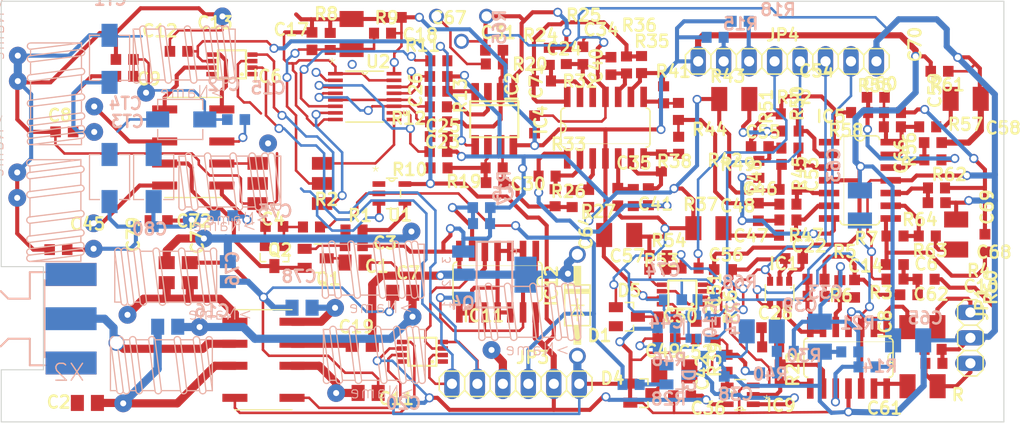
<source format=kicad_pcb>
(kicad_pcb (version 20171130) (host pcbnew 5.1.9-73d0e3b20d~88~ubuntu20.04.1)
  (layers (0 Top signal) (31 Bottom signal hide) (34 B.Paste user hide) (35 F.Paste user hide) (36 B.SilkS user hide) (37 F.SilkS user) (38 B.Mask user hide) (39 F.Mask user hide) (44 Edge.Cuts user))
  (net 0 "")
  (net 1 GND)
  (net 2 "Net-(C26-Pad1)")
  (net 3 "Net-(C25-Pad2)")
  (net 4 "Net-(C24-Pad2)")
  (net 5 "Net-(C23-Pad2)")
  (net 6 /FILOUT)
  (net 7 "Net-(C66-Pad2)")
  (net 8 "Net-(C48-Pad2)")
  (net 9 "Net-(C46-Pad2)")
  (net 10 "Net-(IC5-Pad9)")
  (net 11 "Net-(IC5-Pad6)")
  (net 12 "Net-(C58-Pad2)")
  (net 13 "Net-(C60-Pad2)")
  (net 14 +5V)
  (net 15 "Net-(C53-Pad2)")
  (net 16 "Net-(C55-Pad2)")
  (net 17 "Net-(IC5-Pad13)")
  (net 18 "Net-(IC5-Pad2)")
  (net 19 "Net-(IC8-Pad8)")
  (net 20 /2V5_BIAS)
  (net 21 "Net-(IC1-Pad6)")
  (net 22 "Net-(C14-Pad2)")
  (net 23 "Net-(IC8-Pad9)")
  (net 24 "Net-(C57-Pad2)")
  (net 25 "Net-(C61-Pad+)")
  (net 26 "Net-(C62-Pad+)")
  (net 27 "Net-(C1-Pad2)")
  (net 28 "Net-(IC12-Pad1)")
  (net 29 "Net-(C16-Pad1)")
  (net 30 /PA)
  (net 31 /LPFA_OUT)
  (net 32 "Net-(C3-Pad2)")
  (net 33 /RXFIN)
  (net 34 "Net-(C1-Pad1)")
  (net 35 /BIAS)
  (net 36 "Net-(C4-Pad2)")
  (net 37 /RXMUTE)
  (net 38 "Net-(C8-Pad1)")
  (net 39 "Net-(C12-Pad1)")
  (net 40 /BPFA_OUT)
  (net 41 "Net-(C62-Pad-)")
  (net 42 "Net-(C61-Pad-)")
  (net 43 "Net-(C42-Pad-)")
  (net 44 "Net-(C42-Pad+)")
  (net 45 "Net-(IC9-Pad4)")
  (net 46 "Net-(C39-Pad+)")
  (net 47 /TX5V)
  (net 48 /POT)
  (net 49 "Net-(C28-Pad1)")
  (net 50 "Net-(D3-Pad1)")
  (net 51 "Net-(D3-Pad2)")
  (net 52 "Net-(C38-Pad2)")
  (net 53 "Net-(R1-Pad2)")
  (net 54 "Net-(U1-Pad1)")
  (net 55 "Net-(IC4-Pad8)")
  (net 56 "Net-(C40-Pad2)")
  (net 57 "Net-(IC4-Pad7)")
  (net 58 "Net-(C41-Pad2)")
  (net 59 "Net-(IC4-Pad9)")
  (net 60 "Net-(IC4-Pad6)")
  (net 61 "Net-(C34-Pad2)")
  (net 62 "Net-(IC4-Pad14)")
  (net 63 "Net-(C35-Pad2)")
  (net 64 "Net-(IC4-Pad1)")
  (net 65 "Net-(IC4-Pad13)")
  (net 66 "Net-(IC4-Pad2)")
  (net 67 "Net-(C30-Pad1)")
  (net 68 "Net-(C31-Pad1)")
  (net 69 "Net-(IC2-Pad5)")
  (net 70 "Net-(C30-Pad2)")
  (net 71 "Net-(IC2-Pad3)")
  (net 72 "Net-(C31-Pad2)")
  (net 73 "Net-(C48-Pad1)")
  (net 74 "Net-(R20-Pad2)")
  (net 75 "Net-(C47-Pad+)")
  (net 76 "Net-(C54-Pad+)")
  (net 77 "Net-(C55-Pad1)")
  (net 78 "Net-(C10-Pad2)")
  (net 79 "Net-(C10-Pad1)")
  (net 80 /LPFA_IN)
  (net 81 /SIDETONE)
  (net 82 "Net-(IC7-Pad5)")
  (net 83 "Net-(C59-Pad+)")
  (net 84 "Net-(C60-Pad1)")
  (net 85 "Net-(C68-Pad+)")
  (net 86 "Net-(C69-Pad1)")
  (net 87 /CLKA)
  (net 88 /RXB)
  (net 89 /RXA)
  (net 90 /CLKB)
  (net 91 "Net-(C50-Pad1)")
  (net 92 "Net-(C52-Pad1)")
  (net 93 "Net-(C51-Pad1)")
  (net 94 "Net-(C49-Pad1)")
  (net 95 /FILPOT)
  (net 96 /TXV)
  (net 97 /BPFA_IN)
  (net 98 /VOL_CS)
  (net 99 /U_D)
  (net 100 /FIL_CS)
  (net 101 "Net-(IC10-Pad2)")
  (net 102 "Net-(D5-Pad2)")
  (net 103 "Net-(C76-Pad2)")
  (net 104 /LPFB_OUT)
  (net 105 /LPFB_IN)
  (net 106 "Net-(C45-Pad1)")
  (net 107 "Net-(C72-Pad1)")
  (net 108 /BPFB_OUT)
  (net 109 /BPFB_IN)
  (net 110 /ANT)
  (net 111 "Net-(IC6-Pad8)")
  (net 112 /BANDA1)
  (net 113 /BANDB1)
  (net 114 /BSELB)
  (net 115 /BSELA)
  (net 116 "Net-(IC6-Pad1)")
  (net 117 /RXFOUT)
  (net 118 "Net-(IC12-Pad11)")
  (net 119 "Net-(IC11-Pad8)")
  (net 120 /BANDA)
  (net 121 /BANDB)
  (net 122 "Net-(IC11-Pad1)")
  (net 123 /SDA)
  (net 124 /SCL)
  (module Firecrest:J502-ND-142-0701-801_806 (layer Bottom) (at 102.9011 115.7036)
    (fp_text reference X2 (at 0.635 6.35) (layer B.SilkS) (effects (font (size 1.6891 1.6891) (thickness 0.14224)) (justify right bottom mirror)))
    (fp_text value SMA)
    (pad G@3 smd rect (at 2.5654 4.4196) (size 5.08 2.286) (layers Top F.Paste F.Mask) (net 1 GND))
    (pad G@4 smd rect (at 2.5654 -4.4196) (size 5.08 2.286) (layers Top F.Paste F.Mask) (net 1 GND))
    (pad G@2 smd rect (at 2.5654 -4.4196) (size 5.08 2.286) (layers Bottom B.Paste B.Mask) (net 1 GND))
    (pad G@1 smd rect (at 2.5654 4.4196) (size 5.08 2.286) (layers Bottom B.Paste B.Mask) (net 1 GND))
    (pad 1 smd rect (at 2.5654 0) (size 5.08 2.286) (layers Bottom B.Paste B.Mask) (net 110 /ANT))
  )
  (module Firecrest:C0603K (layer Top) (at 177.5611 109.6936)
    (fp_text reference C22 (at -0.4 -0.55) (layer F.SilkS) (effects (font (size 1.2065 1.2065) (thickness 0.2413)) (justify left bottom)))
    (fp_text value 100n)
    (pad 2 smd rect (at 0.875 0) (size 1.05 1.08) (layers Top F.Paste F.Mask) (net 14 +5V))
    (pad 1 smd rect (at -0.875 0) (size 1.05 1.08) (layers Top F.Paste F.Mask) (net 1 GND))
  )
  (module Firecrest:C0603K (layer Top) (at 157.0911 103.6936 90)
    (fp_text reference C35 (at 2.83 2.6) (layer F.SilkS) (effects (font (size 1.2065 1.2065) (thickness 0.2413)) (justify left bottom)))
    (fp_text value 10n)
    (pad 2 smd rect (at 0.875 0 90) (size 1.05 1.08) (layers Top F.Paste F.Mask) (net 63 "Net-(C35-Pad2)"))
    (pad 1 smd rect (at -0.875 0 90) (size 1.05 1.08) (layers Top F.Paste F.Mask) (net 1 GND))
  )
  (module Firecrest:C0603K (layer Top) (at 175.2011 116.5936)
    (fp_text reference C28 (at -1.4 -0.75) (layer F.SilkS) (effects (font (size 1.2065 1.2065) (thickness 0.2413)) (justify left bottom)))
    (fp_text value 1u)
    (pad 2 smd rect (at 0.875 0) (size 1.05 1.08) (layers Top F.Paste F.Mask) (net 48 /POT))
    (pad 1 smd rect (at -0.875 0) (size 1.05 1.08) (layers Top F.Paste F.Mask) (net 49 "Net-(C28-Pad1)"))
  )
  (module Firecrest:C0603K (layer Top) (at 110.8111 89.8136 180)
    (fp_text reference C12 (at -1.6 2.15) (layer F.SilkS) (effects (font (size 1.2065 1.2065) (thickness 0.2413)) (justify left bottom)))
    (fp_text value Cb2_7)
    (pad 2 smd rect (at 0.875 0 180) (size 1.05 1.08) (layers Top F.Paste F.Mask) (net 1 GND))
    (pad 1 smd rect (at -0.875 0 180) (size 1.05 1.08) (layers Top F.Paste F.Mask) (net 39 "Net-(C12-Pad1)"))
  )
  (module Firecrest:C0603K (layer Bottom) (at 121.9211 95.8136)
    (fp_text reference C15 (at 1.3 -2.45) (layer B.SilkS) (effects (font (size 1.2065 1.2065) (thickness 0.2413)) (justify right bottom mirror)))
    (fp_text value 33p)
    (pad 2 smd rect (at 0.875 0) (size 1.05 1.08) (layers Bottom B.Paste B.Mask) (net 40 /BPFA_OUT))
    (pad 1 smd rect (at -0.875 0) (size 1.05 1.08) (layers Bottom B.Paste B.Mask) (net 39 "Net-(C12-Pad1)"))
  )
  (module Firecrest:SMC_B (layer Bottom) (at 180.1411 117.4936 270)
    (fp_text reference C33 (at -3.725 1.355 180) (layer B.SilkS) (effects (font (size 1.2065 1.2065) (thickness 0.2413)) (justify right bottom mirror)))
    (fp_text value 22u)
    (pad - smd rect (at 1.5 0 90) (size 1.6 2.4) (layers Bottom B.Paste B.Mask) (net 1 GND))
    (pad + smd rect (at -1.5 0 270) (size 1.6 2.4) (layers Bottom B.Paste B.Mask) (net 20 /2V5_BIAS))
  )
  (module Firecrest:C0603K (layer Top) (at 166.4011 123.3936)
    (fp_text reference C36 (at 0.7 1.95) (layer F.SilkS) (effects (font (size 1.2065 1.2065) (thickness 0.2413)) (justify left bottom)))
    (fp_text value 100n)
    (pad 2 smd rect (at 0.875 0) (size 1.05 1.08) (layers Top F.Paste F.Mask) (net 47 /TX5V))
    (pad 1 smd rect (at -0.875 0) (size 1.05 1.08) (layers Top F.Paste F.Mask) (net 1 GND))
  )
  (module Firecrest:C0603K (layer Top) (at 129.4911 87.9836 90)
    (fp_text reference C17 (at 0.44 -3.97) (layer F.SilkS) (effects (font (size 1.2065 1.2065) (thickness 0.2413)) (justify left bottom)))
    (fp_text value 100n)
    (pad 2 smd rect (at 0.875 0 90) (size 1.05 1.08) (layers Top F.Paste F.Mask) (net 1 GND))
    (pad 1 smd rect (at -0.875 0 90) (size 1.05 1.08) (layers Top F.Paste F.Mask) (net 35 /BIAS))
  )
  (module Firecrest:SMC_B (layer Top) (at 133.4411 87.2736 90)
    (fp_text reference C18 (at -0.795 4.935) (layer F.SilkS) (effects (font (size 1.2065 1.2065) (thickness 0.2413)) (justify left bottom)))
    (fp_text value "DNF (10uF)")
    (pad - smd rect (at 1.5 0 270) (size 1.6 2.4) (layers Top F.Paste F.Mask) (net 1 GND))
    (pad + smd rect (at -1.5 0 90) (size 1.6 2.4) (layers Top F.Paste F.Mask) (net 35 /BIAS))
  )
  (module Firecrest:C0805K (layer Top) (at 134.5011 118.2136 180)
    (fp_text reference C19 (at 2.5 0.995) (layer F.SilkS) (effects (font (size 1.2065 1.2065) (thickness 0.2413)) (justify left bottom)))
    (fp_text value 22n)
    (pad 2 smd rect (at 1 0 180) (size 1.3 1.6) (layers Top F.Paste F.Mask) (net 30 /PA))
    (pad 1 smd rect (at -1 0 180) (size 1.3 1.6) (layers Top F.Paste F.Mask) (net 27 "Net-(C1-Pad2)"))
  )
  (module Firecrest:C0805K (layer Top) (at 133.7811 110.0936)
    (fp_text reference C1 (at 0.84 1.095) (layer F.SilkS) (effects (font (size 1.2065 1.2065) (thickness 0.2413)) (justify left bottom)))
    (fp_text value 100n)
    (pad 2 smd rect (at 1 0) (size 1.3 1.6) (layers Top F.Paste F.Mask) (net 27 "Net-(C1-Pad2)"))
    (pad 1 smd rect (at -1 0) (size 1.3 1.6) (layers Top F.Paste F.Mask) (net 34 "Net-(C1-Pad1)"))
  )
  (module Firecrest:SMC_B (layer Bottom) (at 174.3511 116.9636 180)
    (fp_text reference C39 (at -1.905 1.905) (layer B.SilkS) (effects (font (size 1.2065 1.2065) (thickness 0.2413)) (justify right bottom mirror)))
    (fp_text value 22u)
    (pad - smd rect (at 1.5 0) (size 1.6 2.4) (layers Bottom B.Paste B.Mask) (net 1 GND))
    (pad + smd rect (at -1.5 0 180) (size 1.6 2.4) (layers Bottom B.Paste B.Mask) (net 46 "Net-(C39-Pad+)"))
  )
  (module Firecrest:C0603K (layer Top) (at 142.1411 92.9936)
    (fp_text reference C26 (at -1.6 1.77 90) (layer F.SilkS) (effects (font (size 1.2065 1.2065) (thickness 0.2413)) (justify left bottom)))
    (fp_text value 820n)
    (pad 2 smd rect (at 0.875 0) (size 1.05 1.08) (layers Top F.Paste F.Mask) (net 1 GND))
    (pad 1 smd rect (at -0.875 0) (size 1.05 1.08) (layers Top F.Paste F.Mask) (net 2 "Net-(C26-Pad1)"))
  )
  (module Firecrest:C0603K (layer Top) (at 142.1411 97.5136 180)
    (fp_text reference C25 (at 1.5 0.35) (layer F.SilkS) (effects (font (size 1.2065 1.2065) (thickness 0.2413)) (justify left bottom)))
    (fp_text value 820n)
    (pad 2 smd rect (at 0.875 0 180) (size 1.05 1.08) (layers Top F.Paste F.Mask) (net 3 "Net-(C25-Pad2)"))
    (pad 1 smd rect (at -0.875 0 180) (size 1.05 1.08) (layers Top F.Paste F.Mask) (net 1 GND))
  )
  (module Firecrest:C0603K (layer Top) (at 142.1211 91.5136 180)
    (fp_text reference C24 (at -10.6 2.05) (layer F.SilkS) (effects (font (size 1.2065 1.2065) (thickness 0.2413)) (justify left bottom)))
    (fp_text value 820n)
    (pad 2 smd rect (at 0.875 0 180) (size 1.05 1.08) (layers Top F.Paste F.Mask) (net 4 "Net-(C24-Pad2)"))
    (pad 1 smd rect (at -0.875 0 180) (size 1.05 1.08) (layers Top F.Paste F.Mask) (net 1 GND))
  )
  (module Firecrest:C0603K (layer Top) (at 142.1011 99.0136 180)
    (fp_text reference C23 (at 1.5 0.25) (layer F.SilkS) (effects (font (size 1.2065 1.2065) (thickness 0.2413)) (justify left bottom)))
    (fp_text value 820n)
    (pad 2 smd rect (at 0.875 0 180) (size 1.05 1.08) (layers Top F.Paste F.Mask) (net 5 "Net-(C23-Pad2)"))
    (pad 1 smd rect (at -0.875 0 180) (size 1.05 1.08) (layers Top F.Paste F.Mask) (net 1 GND))
  )
  (module Firecrest:C0603K (layer Top) (at 187.6211 110.2936)
    (fp_text reference C6 (at 1.8 0.65) (layer F.SilkS) (effects (font (size 1.2065 1.2065) (thickness 0.2413)) (justify left bottom)))
    (fp_text value 120n)
    (pad 2 smd rect (at 0.875 0) (size 1.05 1.08) (layers Top F.Paste F.Mask) (net 79 "Net-(C10-Pad1)"))
    (pad 1 smd rect (at -0.875 0) (size 1.05 1.08) (layers Top F.Paste F.Mask) (net 6 /FILOUT))
  )
  (module Firecrest:C0603K (layer Top) (at 174.0111 105.0436 270)
    (fp_text reference C48 (at 0.1 3.97) (layer F.SilkS) (effects (font (size 1.2065 1.2065) (thickness 0.2413)) (justify left bottom)))
    (fp_text value 220n)
    (pad 2 smd rect (at 0.875 0 270) (size 1.05 1.08) (layers Top F.Paste F.Mask) (net 8 "Net-(C48-Pad2)"))
    (pad 1 smd rect (at -0.875 0 270) (size 1.05 1.08) (layers Top F.Paste F.Mask) (net 73 "Net-(C48-Pad1)"))
  )
  (module Firecrest:SMC_B (layer Top) (at 169.0311 106.6636 180)
    (fp_text reference C47 (at -2.335 -1.475) (layer F.SilkS) (effects (font (size 1.2065 1.2065) (thickness 0.2413)) (justify left bottom)))
    (fp_text value 22uF)
    (pad - smd rect (at 1.5 0) (size 1.6 2.4) (layers Top F.Paste F.Mask) (net 1 GND))
    (pad + smd rect (at -1.5 0 180) (size 1.6 2.4) (layers Top F.Paste F.Mask) (net 75 "Net-(C47-Pad+)"))
  )
  (module Firecrest:C0603K (layer Top) (at 176.9811 102.7936)
    (fp_text reference C46 (at -4.7 0.65) (layer F.SilkS) (effects (font (size 1.2065 1.2065) (thickness 0.2413)) (justify left bottom)))
    (fp_text value 100n)
    (pad 2 smd rect (at 0.875 0) (size 1.05 1.08) (layers Top F.Paste F.Mask) (net 9 "Net-(C46-Pad2)"))
    (pad 1 smd rect (at -0.875 0) (size 1.05 1.08) (layers Top F.Paste F.Mask) (net 1 GND))
  )
  (module Firecrest:C0805K (layer Top) (at 107.0911 124.1136)
    (fp_text reference C2 (at -4.2 0.625) (layer F.SilkS) (effects (font (size 1.2065 1.2065) (thickness 0.2413)) (justify left bottom)))
    (fp_text value Cb2_1)
    (pad 2 smd rect (at 1 0) (size 1.3 1.6) (layers Top F.Paste F.Mask) (net 31 /LPFA_OUT))
    (pad 1 smd rect (at -1 0) (size 1.3 1.6) (layers Top F.Paste F.Mask) (net 1 GND))
  )
  (module Firecrest:C0603K (layer Top) (at 159.9911 103.5436 90)
    (fp_text reference C41 (at -1.42 1.85) (layer F.SilkS) (effects (font (size 1.2065 1.2065) (thickness 0.2413)) (justify left bottom)))
    (fp_text value 10n)
    (pad 2 smd rect (at 0.875 0 90) (size 1.05 1.08) (layers Top F.Paste F.Mask) (net 58 "Net-(C41-Pad2)"))
    (pad 1 smd rect (at -0.875 0 90) (size 1.05 1.08) (layers Top F.Paste F.Mask) (net 1 GND))
  )
  (module Firecrest:C0603K (layer Top) (at 189.0211 113.3136 180)
    (fp_text reference C10 (at -5.3 0.15) (layer F.SilkS) (effects (font (size 1.2065 1.2065) (thickness 0.2413)) (justify left bottom)))
    (fp_text value 120n)
    (pad 2 smd rect (at 0.875 0 180) (size 1.05 1.08) (layers Top F.Paste F.Mask) (net 78 "Net-(C10-Pad2)"))
    (pad 1 smd rect (at -0.875 0 180) (size 1.05 1.08) (layers Top F.Paste F.Mask) (net 79 "Net-(C10-Pad1)"))
  )
  (module Firecrest:C0603K (layer Top) (at 183.6111 112.7036 270)
    (fp_text reference C14 (at -1.56 0.81) (layer F.SilkS) (effects (font (size 1.2065 1.2065) (thickness 0.2413)) (justify left bottom)))
    (fp_text value 120n)
    (pad 2 smd rect (at 0.875 0 270) (size 1.05 1.08) (layers Top F.Paste F.Mask) (net 22 "Net-(C14-Pad2)"))
    (pad 1 smd rect (at -0.875 0 270) (size 1.05 1.08) (layers Top F.Paste F.Mask) (net 78 "Net-(C10-Pad2)"))
  )
  (module Firecrest:C0603K (layer Bottom) (at 170.6111 122.3436 270)
    (fp_text reference C38 (at 1.6 0.77 180) (layer B.SilkS) (effects (font (size 1.2065 1.2065) (thickness 0.2413)) (justify right bottom mirror)))
    (fp_text value 100n)
    (pad 2 smd rect (at 0.875 0 270) (size 1.05 1.08) (layers Bottom B.Paste B.Mask) (net 52 "Net-(C38-Pad2)"))
    (pad 1 smd rect (at -0.875 0 270) (size 1.05 1.08) (layers Bottom B.Paste B.Mask) (net 1 GND))
  )
  (module Firecrest:SMC_B (layer Top) (at 171.6111 93.7636 180)
    (fp_text reference C54 (at -6.305 2.095) (layer F.SilkS) (effects (font (size 1.2065 1.2065) (thickness 0.2413)) (justify left bottom)))
    (fp_text value 22uF)
    (pad - smd rect (at 1.5 0) (size 1.6 2.4) (layers Top F.Paste F.Mask) (net 1 GND))
    (pad + smd rect (at -1.5 0 180) (size 1.6 2.4) (layers Top F.Paste F.Mask) (net 76 "Net-(C54-Pad+)"))
  )
  (module Firecrest:C0603K (layer Top) (at 156.5111 89.4236 270)
    (fp_text reference C34 (at -1.88 0.09) (layer F.SilkS) (effects (font (size 1.2065 1.2065) (thickness 0.2413)) (justify left bottom)))
    (fp_text value 10n)
    (pad 2 smd rect (at 0.875 0 270) (size 1.05 1.08) (layers Top F.Paste F.Mask) (net 61 "Net-(C34-Pad2)"))
    (pad 1 smd rect (at -0.875 0 270) (size 1.05 1.08) (layers Top F.Paste F.Mask) (net 1 GND))
  )
  (module Firecrest:SMC_B (layer Bottom) (at 184.1411 104.3936 270)
    (fp_text reference C63 (at -2.105 1.905 90) (layer B.SilkS) (effects (font (size 1.2065 1.2065) (thickness 0.2413)) (justify right bottom mirror)))
    (fp_text value 22uF)
    (pad - smd rect (at 1.5 0 90) (size 1.6 2.4) (layers Bottom B.Paste B.Mask) (net 1 GND))
    (pad + smd rect (at -1.5 0 270) (size 1.6 2.4) (layers Bottom B.Paste B.Mask) (net 14 +5V))
  )
  (module Firecrest:SMC_B (layer Top) (at 160.1311 107.3436)
    (fp_text reference C64 (at -2.595 1.635 90) (layer F.SilkS) (effects (font (size 1.2065 1.2065) (thickness 0.2413)) (justify left bottom)))
    (fp_text value 22uF)
    (pad - smd rect (at 1.5 0 180) (size 1.6 2.4) (layers Top F.Paste F.Mask) (net 1 GND))
    (pad + smd rect (at -1.5 0) (size 1.6 2.4) (layers Top F.Paste F.Mask) (net 14 +5V))
  )
  (module Firecrest:C0603K (layer Top) (at 137.5411 85.6136 180)
    (fp_text reference C67 (at -3.7 -0.75) (layer F.SilkS) (effects (font (size 1.2065 1.2065) (thickness 0.2413)) (justify left bottom)))
    (fp_text value 100n)
    (pad 2 smd rect (at 0.875 0 180) (size 1.05 1.08) (layers Top F.Paste F.Mask) (net 1 GND))
    (pad 1 smd rect (at -0.875 0 180) (size 1.05 1.08) (layers Top F.Paste F.Mask) (net 14 +5V))
  )
  (module Firecrest:C0603K (layer Top) (at 174.1611 98.5136 180)
    (fp_text reference C55 (at 1.6 0.75) (layer F.SilkS) (effects (font (size 1.2065 1.2065) (thickness 0.2413)) (justify left bottom)))
    (fp_text value 220n)
    (pad 2 smd rect (at 0.875 0 180) (size 1.05 1.08) (layers Top F.Paste F.Mask) (net 16 "Net-(C55-Pad2)"))
    (pad 1 smd rect (at -0.875 0 180) (size 1.05 1.08) (layers Top F.Paste F.Mask) (net 77 "Net-(C55-Pad1)"))
  )
  (module Firecrest:C0603K (layer Top) (at 133.6611 108.4136 180)
    (fp_text reference C3 (at -1.78 -0.43) (layer F.SilkS) (effects (font (size 1.2065 1.2065) (thickness 0.2413)) (justify left bottom)))
    (fp_text value 10n)
    (pad 2 smd rect (at 0.875 0 180) (size 1.05 1.08) (layers Top F.Paste F.Mask) (net 32 "Net-(C3-Pad2)"))
    (pad 1 smd rect (at -0.875 0 180) (size 1.05 1.08) (layers Top F.Paste F.Mask) (net 1 GND))
  )
  (module Firecrest:C0603K (layer Top) (at 177.2011 100.2936)
    (fp_text reference C53 (at 2.84 2.91 90) (layer F.SilkS) (effects (font (size 1.2065 1.2065) (thickness 0.2413)) (justify left bottom)))
    (fp_text value 0.15uF)
    (pad 2 smd rect (at 0.875 0) (size 1.05 1.08) (layers Top F.Paste F.Mask) (net 15 "Net-(C53-Pad2)"))
    (pad 1 smd rect (at -0.875 0) (size 1.05 1.08) (layers Top F.Paste F.Mask) (net 1 GND))
  )
  (module Firecrest:SMC_B (layer Top) (at 190.3711 116.5436)
    (fp_text reference C62 (at -1.035 -2.575) (layer F.SilkS) (effects (font (size 1.2065 1.2065) (thickness 0.2413)) (justify left bottom)))
    (fp_text value 100uF)
    (pad - smd rect (at 1.5 0 180) (size 1.6 2.4) (layers Top F.Paste F.Mask) (net 41 "Net-(C62-Pad-)"))
    (pad + smd rect (at -1.5 0) (size 1.6 2.4) (layers Top F.Paste F.Mask) (net 26 "Net-(C62-Pad+)"))
  )
  (module Firecrest:C0603K (layer Top) (at 159.3111 90.4636 270)
    (fp_text reference C40 (at 1.88 0.77 90) (layer F.SilkS) (effects (font (size 1.2065 1.2065) (thickness 0.2413)) (justify left bottom)))
    (fp_text value 10n)
    (pad 2 smd rect (at 0.875 0 270) (size 1.05 1.08) (layers Top F.Paste F.Mask) (net 56 "Net-(C40-Pad2)"))
    (pad 1 smd rect (at -0.875 0 270) (size 1.05 1.08) (layers Top F.Paste F.Mask) (net 1 GND))
  )
  (module Firecrest:SMC_B (layer Bottom) (at 188.9511 117.8636)
    (fp_text reference C65 (at -0.195 -1.525) (layer B.SilkS) (effects (font (size 1.2065 1.2065) (thickness 0.2413)) (justify right bottom mirror)))
    (fp_text value 22uF)
    (pad - smd rect (at 1.5 0 180) (size 1.6 2.4) (layers Bottom B.Paste B.Mask) (net 1 GND))
    (pad + smd rect (at -1.5 0) (size 1.6 2.4) (layers Bottom B.Paste B.Mask) (net 14 +5V))
  )
  (module Firecrest:C0603K (layer Top) (at 192.0811 90.9936)
    (fp_text reference C70 (at -1.74 -0.77 90) (layer F.SilkS) (effects (font (size 1.2065 1.2065) (thickness 0.2413)) (justify left bottom)))
    (fp_text value 100n)
    (pad 2 smd rect (at 0.875 0) (size 1.05 1.08) (layers Top F.Paste F.Mask) (net 1 GND))
    (pad 1 smd rect (at -0.875 0) (size 1.05 1.08) (layers Top F.Paste F.Mask) (net 14 +5V))
  )
  (module Firecrest:C0603K (layer Top) (at 151.6911 96.3036 90)
    (fp_text reference C71 (at 2.4 0.87 90) (layer F.SilkS) (effects (font (size 1.2065 1.2065) (thickness 0.2413)) (justify left bottom)))
    (fp_text value 100n)
    (pad 2 smd rect (at 0.875 0 90) (size 1.05 1.08) (layers Top F.Paste F.Mask) (net 1 GND))
    (pad 1 smd rect (at -0.875 0 90) (size 1.05 1.08) (layers Top F.Paste F.Mask) (net 14 +5V))
  )
  (module Firecrest:C0603K (layer Top) (at 147.7311 102.1136 180)
    (fp_text reference C30 (at -1.4 -0.85) (layer F.SilkS) (effects (font (size 1.2065 1.2065) (thickness 0.2413)) (justify left bottom)))
    (fp_text value 10n)
    (pad 2 smd rect (at 0.875 0 180) (size 1.05 1.08) (layers Top F.Paste F.Mask) (net 70 "Net-(C30-Pad2)"))
    (pad 1 smd rect (at -0.875 0 180) (size 1.05 1.08) (layers Top F.Paste F.Mask) (net 67 "Net-(C30-Pad1)"))
  )
  (module Firecrest:C0603K (layer Top) (at 147.6611 88.8936)
    (fp_text reference C31 (at -1.5 -1.05) (layer F.SilkS) (effects (font (size 1.2065 1.2065) (thickness 0.2413)) (justify left bottom)))
    (fp_text value 10n)
    (pad 2 smd rect (at 0.875 0) (size 1.05 1.08) (layers Top F.Paste F.Mask) (net 72 "Net-(C31-Pad2)"))
    (pad 1 smd rect (at -0.875 0) (size 1.05 1.08) (layers Top F.Paste F.Mask) (net 68 "Net-(C31-Pad1)"))
  )
  (module Firecrest:SMC_B (layer Top) (at 190.3911 122.4436)
    (fp_text reference C61 (at -5.705 2.895) (layer F.SilkS) (effects (font (size 1.2065 1.2065) (thickness 0.2413)) (justify left bottom)))
    (fp_text value 100uF)
    (pad - smd rect (at 1.5 0 180) (size 1.6 2.4) (layers Top F.Paste F.Mask) (net 42 "Net-(C61-Pad-)"))
    (pad + smd rect (at -1.5 0) (size 1.6 2.4) (layers Top F.Paste F.Mask) (net 25 "Net-(C61-Pad+)"))
  )
  (module Firecrest:C0603K (layer Top) (at 125.7311 106.4936)
    (fp_text reference C4 (at -1.46 -0.03) (layer F.SilkS) (effects (font (size 1.2065 1.2065) (thickness 0.2413)) (justify left bottom)))
    (fp_text value 10n)
    (pad 2 smd rect (at 0.875 0) (size 1.05 1.08) (layers Top F.Paste F.Mask) (net 36 "Net-(C4-Pad2)"))
    (pad 1 smd rect (at -0.875 0) (size 1.05 1.08) (layers Top F.Paste F.Mask) (net 1 GND))
  )
  (module Firecrest:SMC_B (layer Top) (at 165.6311 120.9636 180)
    (fp_text reference C42 (at -3.505 -2.075 90) (layer F.SilkS) (effects (font (size 1.2065 1.2065) (thickness 0.2413)) (justify left bottom)))
    (fp_text value 22u)
    (pad - smd rect (at 1.5 0) (size 1.6 2.4) (layers Top F.Paste F.Mask) (net 43 "Net-(C42-Pad-)"))
    (pad + smd rect (at -1.5 0 180) (size 1.6 2.4) (layers Top F.Paste F.Mask) (net 44 "Net-(C42-Pad+)"))
  )
  (module Firecrest:C0805K (layer Top) (at 135.0911 123.1136 180)
    (fp_text reference C11 (at -0.9 -1.275) (layer F.SilkS) (effects (font (size 1.2065 1.2065) (thickness 0.2413)) (justify left bottom)))
    (fp_text value Cb2_3)
    (pad 2 smd rect (at 1 0 180) (size 1.3 1.6) (layers Top F.Paste F.Mask) (net 80 /LPFA_IN))
    (pad 1 smd rect (at -1 0 180) (size 1.3 1.6) (layers Top F.Paste F.Mask) (net 1 GND))
  )
  (module Firecrest:C0603K (layer Top) (at 164.0211 109.3936)
    (fp_text reference C57 (at -5 0.75) (layer F.SilkS) (effects (font (size 1.2065 1.2065) (thickness 0.2413)) (justify left bottom)))
    (fp_text value 100n)
    (pad 2 smd rect (at 0.875 0) (size 1.05 1.08) (layers Top F.Paste F.Mask) (net 24 "Net-(C57-Pad2)"))
    (pad 1 smd rect (at -0.875 0) (size 1.05 1.08) (layers Top F.Paste F.Mask) (net 1 GND))
  )
  (module Firecrest:SMC_B (layer Top) (at 194.6911 93.7436)
    (fp_text reference C59 (at -2.355 1.075 90) (layer F.SilkS) (effects (font (size 1.2065 1.2065) (thickness 0.2413)) (justify left bottom)))
    (fp_text value 22uF)
    (pad - smd rect (at 1.5 0 180) (size 1.6 2.4) (layers Top F.Paste F.Mask) (net 1 GND))
    (pad + smd rect (at -1.5 0) (size 1.6 2.4) (layers Top F.Paste F.Mask) (net 83 "Net-(C59-Pad+)"))
  )
  (module Firecrest:C0603K (layer Top) (at 185.7211 93.5936)
    (fp_text reference C60 (at -1.5 -0.65) (layer F.SilkS) (effects (font (size 1.2065 1.2065) (thickness 0.2413)) (justify left bottom)))
    (fp_text value 100n)
    (pad 2 smd rect (at 0.875 0) (size 1.05 1.08) (layers Top F.Paste F.Mask) (net 13 "Net-(C60-Pad2)"))
    (pad 1 smd rect (at -0.875 0) (size 1.05 1.08) (layers Top F.Paste F.Mask) (net 84 "Net-(C60-Pad1)"))
  )
  (module Firecrest:C0603K (layer Top) (at 191.4211 98.1136 180)
    (fp_text reference C58 (at -5.1 0.75) (layer F.SilkS) (effects (font (size 1.2065 1.2065) (thickness 0.2413)) (justify left bottom)))
    (fp_text value 0.15uF)
    (pad 2 smd rect (at 0.875 0 180) (size 1.05 1.08) (layers Top F.Paste F.Mask) (net 12 "Net-(C58-Pad2)"))
    (pad 1 smd rect (at -0.875 0 180) (size 1.05 1.08) (layers Top F.Paste F.Mask) (net 1 GND))
  )
  (module Firecrest:SMC_B (layer Top) (at 193.7411 107.2936 90)
    (fp_text reference C68 (at -2.475 1.855) (layer F.SilkS) (effects (font (size 1.2065 1.2065) (thickness 0.2413)) (justify left bottom)))
    (fp_text value DNF)
    (pad - smd rect (at 1.5 0 270) (size 1.6 2.4) (layers Top F.Paste F.Mask) (net 1 GND))
    (pad + smd rect (at -1.5 0 90) (size 1.6 2.4) (layers Top F.Paste F.Mask) (net 85 "Net-(C68-Pad+)"))
  )
  (module Firecrest:C0603K (layer Top) (at 196.6111 108.1436 270)
    (fp_text reference C69 (at -1.68 -0.93 90) (layer F.SilkS) (effects (font (size 1.2065 1.2065) (thickness 0.2413)) (justify left bottom)))
    (fp_text value 220n)
    (pad 2 smd rect (at 0.875 0 270) (size 1.05 1.08) (layers Top F.Paste F.Mask) (net 6 /FILOUT))
    (pad 1 smd rect (at -0.875 0 270) (size 1.05 1.08) (layers Top F.Paste F.Mask) (net 86 "Net-(C69-Pad1)"))
  )
  (module Firecrest:C0603K (layer Top) (at 191.8011 104.1136 180)
    (fp_text reference C66 (at 2.84 2.71 90) (layer F.SilkS) (effects (font (size 1.2065 1.2065) (thickness 0.2413)) (justify left bottom)))
    (fp_text value 0.15uF)
    (pad 2 smd rect (at 0.875 0 180) (size 1.05 1.08) (layers Top F.Paste F.Mask) (net 7 "Net-(C66-Pad2)"))
    (pad 1 smd rect (at -0.875 0 180) (size 1.05 1.08) (layers Top F.Paste F.Mask) (net 1 GND))
  )
  (module Firecrest:C0603K (layer Top) (at 169.7111 116.9436 270)
    (fp_text reference C51 (at -2.2 -0.65 90) (layer F.SilkS) (effects (font (size 1.2065 1.2065) (thickness 0.2413)) (justify left bottom)))
    (fp_text value 100n)
    (pad 2 smd rect (at 0.875 0 270) (size 1.05 1.08) (layers Top F.Paste F.Mask) (net 44 "Net-(C42-Pad+)"))
    (pad 1 smd rect (at -0.875 0 270) (size 1.05 1.08) (layers Top F.Paste F.Mask) (net 93 "Net-(C51-Pad1)"))
  )
  (module Firecrest:C0603K (layer Top) (at 167.8111 116.8636 270)
    (fp_text reference C52 (at 2.88 1.95) (layer F.SilkS) (effects (font (size 1.2065 1.2065) (thickness 0.2413)) (justify left bottom)))
    (fp_text value 100n)
    (pad 2 smd rect (at 0.875 0 270) (size 1.05 1.08) (layers Top F.Paste F.Mask) (net 1 GND))
    (pad 1 smd rect (at -0.875 0 270) (size 1.05 1.08) (layers Top F.Paste F.Mask) (net 92 "Net-(C52-Pad1)"))
  )
  (module Firecrest:C0603K (layer Top) (at 170.4811 110.7936)
    (fp_text reference C56 (at -1.6 -0.75) (layer F.SilkS) (effects (font (size 1.2065 1.2065) (thickness 0.2413)) (justify left bottom)))
    (fp_text value 100n)
    (pad 2 smd rect (at 0.875 0) (size 1.05 1.08) (layers Top F.Paste F.Mask) (net 1 GND))
    (pad 1 smd rect (at -0.875 0) (size 1.05 1.08) (layers Top F.Paste F.Mask) (net 14 +5V))
  )
  (module Firecrest:C0603K (layer Top) (at 164.9011 115.5136 180)
    (fp_text reference C50 (at 0.6 -0.65) (layer F.SilkS) (effects (font (size 1.2065 1.2065) (thickness 0.2413)) (justify left bottom)))
    (fp_text value 100n)
    (pad 2 smd rect (at 0.875 0 180) (size 1.05 1.08) (layers Top F.Paste F.Mask) (net 94 "Net-(C49-Pad1)"))
    (pad 1 smd rect (at -0.875 0 180) (size 1.05 1.08) (layers Top F.Paste F.Mask) (net 91 "Net-(C50-Pad1)"))
  )
  (module Firecrest:C0805K (layer Top) (at 138.5411 113.1136)
    (fp_text reference C7 (at -0.8 -1.275) (layer F.SilkS) (effects (font (size 1.2065 1.2065) (thickness 0.2413)) (justify left bottom)))
    (fp_text value Cb2_2)
    (pad 2 smd rect (at 1 0) (size 1.3 1.6) (layers Top F.Paste F.Mask) (net 29 "Net-(C16-Pad1)"))
    (pad 1 smd rect (at -1 0) (size 1.3 1.6) (layers Top F.Paste F.Mask) (net 1 GND))
  )
  (module Firecrest:C0603K (layer Top) (at 164.8511 117.6936)
    (fp_text reference C49 (at -2.3 1.95) (layer F.SilkS) (effects (font (size 1.2065 1.2065) (thickness 0.2413)) (justify left bottom)))
    (fp_text value 120p)
    (pad 2 smd rect (at 0.875 0) (size 1.05 1.08) (layers Top F.Paste F.Mask) (net 1 GND))
    (pad 1 smd rect (at -0.875 0) (size 1.05 1.08) (layers Top F.Paste F.Mask) (net 94 "Net-(C49-Pad1)"))
  )
  (module Firecrest:C0603K (layer Bottom) (at 164.8211 116.5936 180)
    (fp_text reference C44 (at 1.9 -0.15) (layer B.SilkS) (effects (font (size 1.2065 1.2065) (thickness 0.2413)) (justify right bottom mirror)))
    (fp_text value 100n)
    (pad 2 smd rect (at 0.875 0 180) (size 1.05 1.08) (layers Bottom B.Paste B.Mask) (net 1 GND))
    (pad 1 smd rect (at -0.875 0 180) (size 1.05 1.08) (layers Bottom B.Paste B.Mask) (net 95 /FILPOT))
  )
  (module Firecrest:C0603K (layer Top) (at 104.7911 97.0436 180)
    (fp_text reference C8 (at 1.78 0.93) (layer F.SilkS) (effects (font (size 1.2065 1.2065) (thickness 0.2413)) (justify left bottom)))
    (fp_text value Cb2_5)
    (pad 2 smd rect (at 0.875 0 180) (size 1.05 1.08) (layers Top F.Paste F.Mask) (net 1 GND))
    (pad 1 smd rect (at -0.875 0 180) (size 1.05 1.08) (layers Top F.Paste F.Mask) (net 38 "Net-(C8-Pad1)"))
  )
  (module Firecrest:C0603K (layer Top) (at 110.8111 91.4936)
    (fp_text reference C9 (at 1.08 0.97) (layer F.SilkS) (effects (font (size 1.2065 1.2065) (thickness 0.2413)) (justify left bottom)))
    (fp_text value Cb2_6)
    (pad 2 smd rect (at 0.875 0) (size 1.05 1.08) (layers Top F.Paste F.Mask) (net 39 "Net-(C12-Pad1)"))
    (pad 1 smd rect (at -0.875 0) (size 1.05 1.08) (layers Top F.Paste F.Mask) (net 38 "Net-(C8-Pad1)"))
  )
  (module Firecrest:SOT23 (layer Top) (at 162.3411 123.1336 270)
    (fp_text reference D4 (at -0.775 4.215) (layer F.SilkS) (effects (font (size 1.2065 1.2065) (thickness 0.2413)) (justify left bottom)))
    (fp_text value BAT54S)
    (pad 1 smd rect (at -0.95 1.1 270) (size 1 1.4) (layers Top F.Paste F.Mask) (net 1 GND))
    (pad 2 smd rect (at 0.95 1.1 270) (size 1 1.4) (layers Top F.Paste F.Mask) (net 1 GND))
    (pad 3 smd rect (at 0 -1.1 270) (size 1 1.4) (layers Top F.Paste F.Mask) (net 43 "Net-(C42-Pad-)"))
  )
  (module Firecrest:SOT23 (layer Bottom) (at 165.9411 121.3136 90)
    (fp_text reference D3 (at -1.905 1.905 90) (layer B.SilkS) (effects (font (size 1.2065 1.2065) (thickness 0.2413)) (justify right bottom mirror)))
    (fp_text value BAT54S)
    (pad 1 smd rect (at -0.95 -1.1 90) (size 1 1.4) (layers Bottom B.Paste B.Mask) (net 50 "Net-(D3-Pad1)"))
    (pad 2 smd rect (at 0.95 -1.1 90) (size 1 1.4) (layers Bottom B.Paste B.Mask) (net 51 "Net-(D3-Pad2)"))
    (pad 3 smd rect (at 0 1.1 90) (size 1 1.4) (layers Bottom B.Paste B.Mask) (net 52 "Net-(C38-Pad2)"))
  )
  (module Firecrest:DO41-10 (layer Top) (at 155.9611 114.3636 270)
    (fp_text reference D1 (at 3.729 -0.868) (layer F.SilkS) (effects (font (size 1.2065 1.2065) (thickness 0.2413)) (justify left bottom)))
    (fp_text value 1N4004)
    (pad C thru_hole circle (at -5.08 0 270) (size 1.6764 1.6764) (drill 1.1176) (layers *.Cu *.Mask) (net 27 "Net-(C1-Pad2)"))
    (pad A thru_hole circle (at 5.08 0 270) (size 1.6764 1.6764) (drill 1.1176) (layers *.Cu *.Mask) (net 1 GND))
  )
  (module Firecrest:S8 (layer Top) (at 147.6711 95.7836 180)
    (fp_text reference IC2 (at -2.467 1.605 90) (layer F.SilkS) (effects (font (size 1.2065 1.2065) (thickness 0.2413)) (justify left bottom)))
    (fp_text value LT6231)
    (pad 5 smd rect (at 1.905 -2.6 180) (size 0.762 2.032) (layers Top F.Paste F.Mask) (net 69 "Net-(IC2-Pad5)"))
    (pad 6 smd rect (at 0.635 -2.6 180) (size 0.762 2.032) (layers Top F.Paste F.Mask) (net 70 "Net-(C30-Pad2)"))
    (pad 8 smd rect (at -1.905 -2.6 180) (size 0.762 2.032) (layers Top F.Paste F.Mask) (net 14 +5V))
    (pad 4 smd rect (at 1.905 2.6 180) (size 0.762 2.032) (layers Top F.Paste F.Mask) (net 1 GND))
    (pad 3 smd rect (at 0.635 2.6 180) (size 0.762 2.032) (layers Top F.Paste F.Mask) (net 71 "Net-(IC2-Pad3)"))
    (pad 1 smd rect (at -1.905 2.6 180) (size 0.762 2.032) (layers Top F.Paste F.Mask) (net 68 "Net-(C31-Pad1)"))
    (pad 7 smd rect (at -0.635 -2.6 180) (size 0.762 2.032) (layers Top F.Paste F.Mask) (net 67 "Net-(C30-Pad1)"))
    (pad 2 smd rect (at -0.635 2.6 180) (size 0.762 2.032) (layers Top F.Paste F.Mask) (net 72 "Net-(C31-Pad2)"))
  )
  (module Firecrest:SO14 (layer Top) (at 184.1411 101.8836 270)
    (fp_text reference IC5 (at -5.672 4.505) (layer F.SilkS) (effects (font (size 1.2065 1.2065) (thickness 0.2413)) (justify left bottom)))
    (fp_text value TLV2464AID)
    (pad 8 smd rect (at 3.81 -3.0734 270) (size 0.6604 2.032) (layers Top F.Paste F.Mask) (net 6 /FILOUT))
    (pad 7 smd rect (at 3.81 3.0734 270) (size 0.6604 2.032) (layers Top F.Paste F.Mask) (net 8 "Net-(C48-Pad2)"))
    (pad 9 smd rect (at 2.54 -3.0734 270) (size 0.6604 2.032) (layers Top F.Paste F.Mask) (net 10 "Net-(IC5-Pad9)"))
    (pad 10 smd rect (at 1.27 -3.0734 270) (size 0.6604 2.032) (layers Top F.Paste F.Mask) (net 7 "Net-(C66-Pad2)"))
    (pad 6 smd rect (at 2.54 3.0734 270) (size 0.6604 2.032) (layers Top F.Paste F.Mask) (net 11 "Net-(IC5-Pad6)"))
    (pad 5 smd rect (at 1.27 3.0734 270) (size 0.6604 2.032) (layers Top F.Paste F.Mask) (net 9 "Net-(C46-Pad2)"))
    (pad 11 smd rect (at 0 -3.0734 270) (size 0.6604 2.032) (layers Top F.Paste F.Mask) (net 1 GND))
    (pad 4 smd rect (at 0 3.0734 270) (size 0.6604 2.032) (layers Top F.Paste F.Mask) (net 14 +5V))
    (pad 12 smd rect (at -1.27 -3.0734 270) (size 0.6604 2.032) (layers Top F.Paste F.Mask) (net 12 "Net-(C58-Pad2)"))
    (pad 13 smd rect (at -2.54 -3.0734 270) (size 0.6604 2.032) (layers Top F.Paste F.Mask) (net 17 "Net-(IC5-Pad13)"))
    (pad 3 smd rect (at -1.27 3.0734 270) (size 0.6604 2.032) (layers Top F.Paste F.Mask) (net 15 "Net-(C53-Pad2)"))
    (pad 2 smd rect (at -2.54 3.0734 270) (size 0.6604 2.032) (layers Top F.Paste F.Mask) (net 18 "Net-(IC5-Pad2)"))
    (pad 14 smd rect (at -3.81 -3.0734 270) (size 0.6604 2.032) (layers Top F.Paste F.Mask) (net 13 "Net-(C60-Pad2)"))
    (pad 1 smd rect (at -3.81 3.0734 270) (size 0.6604 2.032) (layers Top F.Paste F.Mask) (net 16 "Net-(C55-Pad2)"))
  )
  (module Firecrest:SO14 (layer Top) (at 158.7611 96.6236)
    (fp_text reference IC4 (at -5.748 0.855 90) (layer F.SilkS) (effects (font (size 1.2065 1.2065) (thickness 0.2413)) (justify left bottom)))
    (fp_text value TLV2464AID)
    (pad 8 smd rect (at 3.81 -3.0734) (size 0.6604 2.032) (layers Top F.Paste F.Mask) (net 55 "Net-(IC4-Pad8)"))
    (pad 7 smd rect (at 3.81 3.0734) (size 0.6604 2.032) (layers Top F.Paste F.Mask) (net 57 "Net-(IC4-Pad7)"))
    (pad 9 smd rect (at 2.54 -3.0734) (size 0.6604 2.032) (layers Top F.Paste F.Mask) (net 59 "Net-(IC4-Pad9)"))
    (pad 10 smd rect (at 1.27 -3.0734) (size 0.6604 2.032) (layers Top F.Paste F.Mask) (net 56 "Net-(C40-Pad2)"))
    (pad 6 smd rect (at 2.54 3.0734) (size 0.6604 2.032) (layers Top F.Paste F.Mask) (net 60 "Net-(IC4-Pad6)"))
    (pad 5 smd rect (at 1.27 3.0734) (size 0.6604 2.032) (layers Top F.Paste F.Mask) (net 58 "Net-(C41-Pad2)"))
    (pad 11 smd rect (at 0 -3.0734) (size 0.6604 2.032) (layers Top F.Paste F.Mask) (net 1 GND))
    (pad 4 smd rect (at 0 3.0734) (size 0.6604 2.032) (layers Top F.Paste F.Mask) (net 14 +5V))
    (pad 12 smd rect (at -1.27 -3.0734) (size 0.6604 2.032) (layers Top F.Paste F.Mask) (net 61 "Net-(C34-Pad2)"))
    (pad 13 smd rect (at -2.54 -3.0734) (size 0.6604 2.032) (layers Top F.Paste F.Mask) (net 65 "Net-(IC4-Pad13)"))
    (pad 3 smd rect (at -1.27 3.0734) (size 0.6604 2.032) (layers Top F.Paste F.Mask) (net 63 "Net-(C35-Pad2)"))
    (pad 2 smd rect (at -2.54 3.0734) (size 0.6604 2.032) (layers Top F.Paste F.Mask) (net 66 "Net-(IC4-Pad2)"))
    (pad 14 smd rect (at -3.81 -3.0734) (size 0.6604 2.032) (layers Top F.Paste F.Mask) (net 62 "Net-(IC4-Pad14)"))
    (pad 1 smd rect (at -3.81 3.0734) (size 0.6604 2.032) (layers Top F.Paste F.Mask) (net 64 "Net-(IC4-Pad1)"))
  )
  (module Firecrest:MSOP8 (layer Top) (at 166.4311 113.2836 90)
    (fp_text reference IC7 (at -1.905 1.905) (layer F.SilkS) (effects (font (size 1.2065 1.2065) (thickness 0.2413)) (justify left bottom)))
    (fp_text value MAX7427)
    (pad 8 smd rect (at -0.975 -2.05 90) (size 0.45 1) (layers Top F.Paste F.Mask) (net 91 "Net-(C50-Pad1)"))
    (pad 7 smd rect (at -0.325 -2.05 90) (size 0.45 1) (layers Top F.Paste F.Mask) (net 14 +5V))
    (pad 6 smd rect (at 0.325 -2.05 90) (size 0.45 1) (layers Top F.Paste F.Mask) (net 92 "Net-(C52-Pad1)"))
    (pad 5 smd rect (at 0.975 -2.05 90) (size 0.45 1) (layers Top F.Paste F.Mask) (net 82 "Net-(IC7-Pad5)"))
    (pad 4 smd rect (at 0.975 2.05 90) (size 0.45 1) (layers Top F.Paste F.Mask) (net 14 +5V))
    (pad 3 smd rect (at 0.325 2.05 90) (size 0.45 1) (layers Top F.Paste F.Mask) (net 1 GND))
    (pad 2 smd rect (at -0.325 2.05 90) (size 0.45 1) (layers Top F.Paste F.Mask) (net 93 "Net-(C51-Pad1)"))
    (pad 1 smd rect (at -0.975 2.05 90) (size 0.45 1) (layers Top F.Paste F.Mask) (net 92 "Net-(C52-Pad1)"))
  )
  (module Firecrest:1X03 (layer Top) (at 195.1611 117.6136 270)
    (fp_text reference JP1 (at -1.5862 -1.8288 90) (layer F.SilkS) (effects (font (size 1.2065 1.2065) (thickness 0.2413)) (justify left bottom)))
    (fp_text value PINHD-1X3)
    (pad 3 thru_hole oval (at 2.54 0) (size 3.048 1.524) (drill 1.016) (layers *.Cu *.Mask) (net 42 "Net-(C61-Pad-)"))
    (pad 2 thru_hole oval (at 0 0) (size 3.048 1.524) (drill 1.016) (layers *.Cu *.Mask) (net 1 GND))
    (pad 1 thru_hole oval (at -2.54 0) (size 3.048 1.524) (drill 1.016) (layers *.Cu *.Mask) (net 41 "Net-(C62-Pad-)"))
  )
  (module Firecrest:T37_INDUCTOR (layer Bottom) (at 116.7511 89.3236 90)
    (fp_text reference L4 hide)
    (fp_text value T30 hide)
    (fp_text user >Name (at -4.445 -2.54) (layer B.SilkS) (effects (font (size 1.2065 1.2065) (thickness 0.1016)) (justify right bottom mirror)))
    (pad CB thru_hole circle (at 3.81 3.81 90) (size 1.778 1.778) (drill 0.6) (layers *.Cu *.Mask) (net 1 GND))
    (pad CA thru_hole circle (at -3.81 -3.81 90) (size 1.778 1.778) (drill 0.6) (layers *.Cu *.Mask) (net 39 "Net-(C12-Pad1)"))
  )
  (module Firecrest:T37_INDUCTOR (layer Bottom) (at 135.7111 119.3136 90)
    (fp_text reference L3 hide)
    (fp_text value T30 hide)
    (fp_text user >Name (at -4.445 -2.54) (layer B.SilkS) (effects (font (size 1.2065 1.2065) (thickness 0.1016)) (justify right bottom mirror)))
    (pad CB thru_hole circle (at 3.81 3.81 90) (size 1.778 1.778) (drill 0.6) (layers *.Cu *.Mask) (net 29 "Net-(C16-Pad1)"))
    (pad CA thru_hole circle (at -3.81 -3.81 90) (size 1.778 1.778) (drill 0.6) (layers *.Cu *.Mask) (net 80 /LPFA_IN))
  )
  (module Firecrest:T37_INDUCTOR (layer Bottom) (at 114.4711 120.3436 270)
    (fp_text reference L2 hide)
    (fp_text value T30 hide)
    (fp_text user >Name (at -4.445 -2.54 180) (layer B.SilkS) (effects (font (size 1.2065 1.2065) (thickness 0.1016)) (justify right bottom mirror)))
    (pad CB thru_hole circle (at 3.81 3.81 270) (size 1.778 1.778) (drill 0.6) (layers *.Cu *.Mask) (net 31 /LPFA_OUT))
    (pad CA thru_hole circle (at -3.81 -3.81 270) (size 1.778 1.778) (drill 0.6) (layers *.Cu *.Mask) (net 29 "Net-(C16-Pad1)"))
  )
  (module Firecrest:T37_INDUCTOR (layer Bottom) (at 151.2111 115.0136 90)
    (fp_text reference L9 hide)
    (fp_text value T37-43 hide)
    (fp_text user >Name (at -4.445 -2.54) (layer B.SilkS) (effects (font (size 1.2065 1.2065) (thickness 0.1016)) (justify right bottom mirror)))
    (pad CB thru_hole circle (at 3.81 3.81 90) (size 1.778 1.778) (drill 0.6) (layers *.Cu *.Mask) (net 27 "Net-(C1-Pad2)"))
    (pad CA thru_hole circle (at -3.81 -3.81 90) (size 1.778 1.778) (drill 0.6) (layers *.Cu *.Mask) (net 96 /TXV))
  )
  (module Firecrest:T37_TRANSFORMER (layer Bottom) (at 103.9611 93.2436)
    (fp_text reference L1 hide)
    (fp_text value T30 hide)
    (fp_text user >Name (at -5.08 -3.175 -90) (layer B.SilkS) (effects (font (size 1.2065 1.2065) (thickness 0.1016)) (justify right bottom mirror)))
    (pad C2B thru_hole circle (at 3.81 1.27) (size 1.778 1.778) (drill 0.6) (layers *.Cu *.Mask) (net 97 /BPFA_IN))
    (pad C1B thru_hole circle (at 3.81 3.81) (size 1.778 1.778) (drill 0.6) (layers *.Cu *.Mask) (net 38 "Net-(C8-Pad1)"))
    (pad C2A thru_hole circle (at -3.81 -3.81) (size 1.778 1.778) (drill 0.6) (layers *.Cu *.Mask) (net 1 GND))
    (pad C1A thru_hole circle (at -3.81 -1.27) (size 1.778 1.778) (drill 0.6) (layers *.Cu *.Mask) (net 1 GND))
  )
  (module Firecrest:SOT23 (layer Top) (at 129.8611 109.6736 270)
    (fp_text reference Q1 (at 2.765 0.095) (layer F.SilkS) (effects (font (size 1.2065 1.2065) (thickness 0.2413)) (justify left bottom)))
    (fp_text value BSS123)
    (pad 1 smd rect (at -0.95 1.1 270) (size 1 1.4) (layers Top F.Paste F.Mask) (net 32 "Net-(C3-Pad2)"))
    (pad 2 smd rect (at 0.95 1.1 270) (size 1 1.4) (layers Top F.Paste F.Mask) (net 33 /RXFIN))
    (pad 3 smd rect (at 0 -1.1 270) (size 1 1.4) (layers Top F.Paste F.Mask) (net 34 "Net-(C1-Pad1)"))
  )
  (module Firecrest:SOT23 (layer Top) (at 125.7411 109.3436 180)
    (fp_text reference Q2 (at 0.795 -0.205) (layer F.SilkS) (effects (font (size 1.2065 1.2065) (thickness 0.2413)) (justify left bottom)))
    (fp_text value BSS123)
    (pad 1 smd rect (at -0.95 1.1 180) (size 1 1.4) (layers Top F.Paste F.Mask) (net 36 "Net-(C4-Pad2)"))
    (pad 2 smd rect (at 0.95 1.1 180) (size 1 1.4) (layers Top F.Paste F.Mask) (net 1 GND))
    (pad 3 smd rect (at 0 -1.1 180) (size 1 1.4) (layers Top F.Paste F.Mask) (net 33 /RXFIN))
  )
  (module Firecrest:SOT223 (layer Bottom) (at 147.6911 111.3036 90)
    (fp_text reference Q4 (at -3.5608 -4.55 180) (layer B.SilkS) (effects (font (size 1.2065 1.2065) (thickness 0.2413)) (justify right bottom mirror)))
    (fp_text value FDT86256)
    (fp_text user 2 (at -1.2906 -4.3274 90) (layer B.SilkS) (effects (font (size 0.77216 0.77216) (thickness 0.097536)) (justify right bottom mirror)))
    (fp_text user 1 (at -3.4526 -4.318 90) (layer B.SilkS) (effects (font (size 0.77216 0.77216) (thickness 0.097536)) (justify right bottom mirror)))
    (fp_text user 4 (at 1.905 2.54 90) (layer B.SilkS) (effects (font (size 0.77216 0.77216) (thickness 0.097536)) (justify right bottom mirror)))
    (fp_text user 3 (at 1.0208 -4.318 90) (layer B.SilkS) (effects (font (size 0.77216 0.77216) (thickness 0.097536)) (justify right bottom mirror)))
    (pad 4 smd rect (at 0 3.099 90) (size 3.6 2.2) (layers Bottom B.Paste B.Mask) (net 27 "Net-(C1-Pad2)"))
    (pad 3 smd rect (at 2.3114 -3.0988 90) (size 1.2192 2.2352) (layers Bottom B.Paste B.Mask) (net 1 GND))
    (pad 2 smd rect (at 0 -3.0988 90) (size 1.2192 2.2352) (layers Bottom B.Paste B.Mask) (net 27 "Net-(C1-Pad2)"))
    (pad 1 smd rect (at -2.3114 -3.0988 90) (size 1.2192 2.2352) (layers Bottom B.Paste B.Mask) (net 28 "Net-(IC12-Pad1)"))
  )
  (module Firecrest:R0603 (layer Top) (at 129.4411 106.5436)
    (fp_text reference R2 (at 0.155 -2.045) (layer F.SilkS) (effects (font (size 1.2065 1.2065) (thickness 0.2413)) (justify left bottom)))
    (fp_text value 3.3k)
    (pad 2 smd rect (at 0.85 0) (size 1 1.1) (layers Top F.Paste F.Mask) (net 37 /RXMUTE))
    (pad 1 smd rect (at -0.85 0) (size 1 1.1) (layers Top F.Paste F.Mask) (net 36 "Net-(C4-Pad2)"))
  )
  (module Firecrest:R0603 (layer Top) (at 142.1011 94.5436)
    (fp_text reference R13 (at 2.905 0.795 90) (layer F.SilkS) (effects (font (size 1.2065 1.2065) (thickness 0.2413)) (justify left bottom)))
    (fp_text value 100)
    (pad 2 smd rect (at 0.85 0) (size 1 1.1) (layers Top F.Paste F.Mask) (net 71 "Net-(IC2-Pad3)"))
    (pad 1 smd rect (at -0.85 0) (size 1 1.1) (layers Top F.Paste F.Mask) (net 2 "Net-(C26-Pad1)"))
  )
  (module Firecrest:R0603 (layer Top) (at 142.1211 96.0436)
    (fp_text reference R12 (at -4.905 0.355) (layer F.SilkS) (effects (font (size 1.2065 1.2065) (thickness 0.2413)) (justify left bottom)))
    (fp_text value 100)
    (pad 2 smd rect (at 0.85 0) (size 1 1.1) (layers Top F.Paste F.Mask) (net 72 "Net-(C31-Pad2)"))
    (pad 1 smd rect (at -0.85 0) (size 1 1.1) (layers Top F.Paste F.Mask) (net 3 "Net-(C25-Pad2)"))
  )
  (module Firecrest:R0603 (layer Top) (at 142.1411 89.9436)
    (fp_text reference R11 (at -3.535 -0.835) (layer F.SilkS) (effects (font (size 1.2065 1.2065) (thickness 0.2413)) (justify left bottom)))
    (fp_text value 100)
    (pad 2 smd rect (at 0.85 0) (size 1 1.1) (layers Top F.Paste F.Mask) (net 69 "Net-(IC2-Pad5)"))
    (pad 1 smd rect (at -0.85 0) (size 1 1.1) (layers Top F.Paste F.Mask) (net 4 "Net-(C24-Pad2)"))
  )
  (module Firecrest:R0603 (layer Top) (at 142.1611 100.6436)
    (fp_text reference R10 (at -4.835 0.865) (layer F.SilkS) (effects (font (size 1.2065 1.2065) (thickness 0.2413)) (justify left bottom)))
    (fp_text value 100)
    (pad 2 smd rect (at 0.85 0) (size 1 1.1) (layers Top F.Paste F.Mask) (net 70 "Net-(C30-Pad2)"))
    (pad 1 smd rect (at -0.85 0) (size 1 1.1) (layers Top F.Paste F.Mask) (net 5 "Net-(C23-Pad2)"))
  )
  (module Firecrest:R0603 (layer Top) (at 166.0611 98.3836 270)
    (fp_text reference R44 (at -0.875 -1.185) (layer F.SilkS) (effects (font (size 1.2065 1.2065) (thickness 0.2413)) (justify left bottom)))
    (fp_text value 2k)
    (pad 2 smd rect (at 0.85 0 270) (size 1 1.1) (layers Top F.Paste F.Mask) (net 57 "Net-(IC4-Pad7)"))
    (pad 1 smd rect (at -0.85 0 270) (size 1 1.1) (layers Top F.Paste F.Mask) (net 73 "Net-(C48-Pad1)"))
  )
  (module Firecrest:R0603 (layer Top) (at 166.0411 95.0036 90)
    (fp_text reference R43 (at 2.805 2.995) (layer F.SilkS) (effects (font (size 1.2065 1.2065) (thickness 0.2413)) (justify left bottom)))
    (fp_text value 2k)
    (pad 2 smd rect (at 0.85 0 90) (size 1 1.1) (layers Top F.Paste F.Mask) (net 55 "Net-(IC4-Pad8)"))
    (pad 1 smd rect (at -0.85 0 90) (size 1 1.1) (layers Top F.Paste F.Mask) (net 73 "Net-(C48-Pad1)"))
  )
  (module Firecrest:R0603 (layer Top) (at 147.6811 90.2636 180)
    (fp_text reference R20 (at -1.635 -0.735) (layer F.SilkS) (effects (font (size 1.2065 1.2065) (thickness 0.2413)) (justify left bottom)))
    (fp_text value 10k)
    (pad 2 smd rect (at 0.85 0 180) (size 1 1.1) (layers Top F.Paste F.Mask) (net 74 "Net-(R20-Pad2)"))
    (pad 1 smd rect (at -0.85 0 180) (size 1 1.1) (layers Top F.Paste F.Mask) (net 72 "Net-(C31-Pad2)"))
  )
  (module Firecrest:R0603 (layer Top) (at 176.9611 105.8436)
    (fp_text reference R48 (at -2.565 -2.415 90) (layer F.SilkS) (effects (font (size 1.2065 1.2065) (thickness 0.2413)) (justify left bottom)))
    (fp_text value 3.3k)
    (pad 2 smd rect (at 0.85 0) (size 1 1.1) (layers Top F.Paste F.Mask) (net 11 "Net-(IC5-Pad6)"))
    (pad 1 smd rect (at -0.85 0) (size 1 1.1) (layers Top F.Paste F.Mask) (net 8 "Net-(C48-Pad2)"))
  )
  (module Firecrest:R0603 (layer Top) (at 176.9211 107.3636 180)
    (fp_text reference R47 (at 0.065 -0.735) (layer F.SilkS) (effects (font (size 1.2065 1.2065) (thickness 0.2413)) (justify left bottom)))
    (fp_text value 3.3k)
    (pad 2 smd rect (at 0.85 0 180) (size 1 1.1) (layers Top F.Paste F.Mask) (net 75 "Net-(C47-Pad+)"))
    (pad 1 smd rect (at -0.85 0 180) (size 1 1.1) (layers Top F.Paste F.Mask) (net 11 "Net-(IC5-Pad6)"))
  )
  (module Firecrest:R0603 (layer Top) (at 176.9611 104.2636 180)
    (fp_text reference R45 (at -1.835 1.155 90) (layer F.SilkS) (effects (font (size 1.2065 1.2065) (thickness 0.2413)) (justify left bottom)))
    (fp_text value 2k)
    (pad 2 smd rect (at 0.85 0 180) (size 1 1.1) (layers Top F.Paste F.Mask) (net 73 "Net-(C48-Pad1)"))
    (pad 1 smd rect (at -0.85 0 180) (size 1 1.1) (layers Top F.Paste F.Mask) (net 9 "Net-(C46-Pad2)"))
  )
  (module Firecrest:R0603 (layer Bottom) (at 184.8511 120.5136)
    (fp_text reference R14 (at -0.635 0.635) (layer B.SilkS) (effects (font (size 1.2065 1.2065) (thickness 0.2413)) (justify right bottom mirror)))
    (fp_text value 47k)
    (pad 2 smd rect (at 0.85 0) (size 1 1.1) (layers Bottom B.Paste B.Mask) (net 14 +5V))
    (pad 1 smd rect (at -0.85 0) (size 1 1.1) (layers Bottom B.Paste B.Mask) (net 20 /2V5_BIAS))
  )
  (module Firecrest:R0603 (layer Top) (at 147.6611 100.6436)
    (fp_text reference R19 (at -4.935 2.065) (layer F.SilkS) (effects (font (size 1.2065 1.2065) (thickness 0.2413)) (justify left bottom)))
    (fp_text value 10k)
    (pad 2 smd rect (at 0.85 0) (size 1 1.1) (layers Top F.Paste F.Mask) (net 67 "Net-(C30-Pad1)"))
    (pad 1 smd rect (at -0.85 0) (size 1 1.1) (layers Top F.Paste F.Mask) (net 70 "Net-(C30-Pad2)"))
  )
  (module Firecrest:R0603 (layer Top) (at 177.1011 95.2436)
    (fp_text reference R52 (at -1.435 -0.935) (layer F.SilkS) (effects (font (size 1.2065 1.2065) (thickness 0.2413)) (justify left bottom)))
    (fp_text value 3.3k)
    (pad 2 smd rect (at 0.85 0) (size 1 1.1) (layers Top F.Paste F.Mask) (net 18 "Net-(IC5-Pad2)"))
    (pad 1 smd rect (at -0.85 0) (size 1 1.1) (layers Top F.Paste F.Mask) (net 16 "Net-(C55-Pad2)"))
  )
  (module Firecrest:R0603 (layer Top) (at 177.1811 96.9636 180)
    (fp_text reference R51 (at 1.675 0.545 90) (layer F.SilkS) (effects (font (size 1.2065 1.2065) (thickness 0.2413)) (justify left bottom)))
    (fp_text value 3.3k)
    (pad 2 smd rect (at 0.85 0 180) (size 1 1.1) (layers Top F.Paste F.Mask) (net 76 "Net-(C54-Pad+)"))
    (pad 1 smd rect (at -0.85 0 180) (size 1 1.1) (layers Top F.Paste F.Mask) (net 18 "Net-(IC5-Pad2)"))
  )
  (module Firecrest:R0603 (layer Top) (at 177.1611 98.6636 180)
    (fp_text reference R50 (at -1.435 2.555 90) (layer F.SilkS) (effects (font (size 1.2065 1.2065) (thickness 0.2413)) (justify left bottom)))
    (fp_text value 1.8k)
    (pad 2 smd rect (at 0.85 0 180) (size 1 1.1) (layers Top F.Paste F.Mask) (net 77 "Net-(C55-Pad1)"))
    (pad 1 smd rect (at -0.85 0 180) (size 1 1.1) (layers Top F.Paste F.Mask) (net 15 "Net-(C53-Pad2)"))
  )
  (module Firecrest:R0603 (layer Top) (at 152.9411 101.4636 180)
    (fp_text reference R33 (at -0.235 2.465) (layer F.SilkS) (effects (font (size 1.2065 1.2065) (thickness 0.2413)) (justify left bottom)))
    (fp_text value 10k)
    (pad 2 smd rect (at 0.85 0 180) (size 1 1.1) (layers Top F.Paste F.Mask) (net 64 "Net-(IC4-Pad1)"))
    (pad 1 smd rect (at -0.85 0 180) (size 1 1.1) (layers Top F.Paste F.Mask) (net 66 "Net-(IC4-Pad2)"))
  )
  (module Firecrest:R0603 (layer Top) (at 153.7411 103.6236 90)
    (fp_text reference R26 (at -0.075 -0.585) (layer F.SilkS) (effects (font (size 1.2065 1.2065) (thickness 0.2413)) (justify left bottom)))
    (fp_text value 10k)
    (pad 2 smd rect (at 0.85 0 90) (size 1 1.1) (layers Top F.Paste F.Mask) (net 66 "Net-(IC4-Pad2)"))
    (pad 1 smd rect (at -0.85 0 90) (size 1 1.1) (layers Top F.Paste F.Mask) (net 67 "Net-(C30-Pad1)"))
  )
  (module Firecrest:R0603 (layer Top) (at 155.4411 103.7036 90)
    (fp_text reference R27 (at -1.995 0.695) (layer F.SilkS) (effects (font (size 1.2065 1.2065) (thickness 0.2413)) (justify left bottom)))
    (fp_text value 4.75k)
    (pad 2 smd rect (at 0.85 0 90) (size 1 1.1) (layers Top F.Paste F.Mask) (net 63 "Net-(C35-Pad2)"))
    (pad 1 smd rect (at -0.85 0 90) (size 1 1.1) (layers Top F.Paste F.Mask) (net 67 "Net-(C30-Pad1)"))
  )
  (module Firecrest:R0603 (layer Top) (at 152.4811 91.9636 180)
    (fp_text reference R32 (at -1.835 -0.735) (layer F.SilkS) (effects (font (size 1.2065 1.2065) (thickness 0.2413)) (justify left bottom)))
    (fp_text value 10k)
    (pad 2 smd rect (at 0.85 0 180) (size 1 1.1) (layers Top F.Paste F.Mask) (net 62 "Net-(IC4-Pad14)"))
    (pad 1 smd rect (at -0.85 0 180) (size 1 1.1) (layers Top F.Paste F.Mask) (net 65 "Net-(IC4-Pad13)"))
  )
  (module Firecrest:R0603 (layer Top) (at 174.0611 100.7836 270)
    (fp_text reference R49 (at 0.225 4.015) (layer F.SilkS) (effects (font (size 1.2065 1.2065) (thickness 0.2413)) (justify left bottom)))
    (fp_text value 750)
    (pad 2 smd rect (at 0.85 0 270) (size 1 1.1) (layers Top F.Paste F.Mask) (net 8 "Net-(C48-Pad2)"))
    (pad 1 smd rect (at -0.85 0 270) (size 1 1.1) (layers Top F.Paste F.Mask) (net 77 "Net-(C55-Pad1)"))
  )
  (module Firecrest:R0603 (layer Bottom) (at 176.7011 118.9636)
    (fp_text reference R30 (at -0.035 1.135) (layer B.SilkS) (effects (font (size 1.2065 1.2065) (thickness 0.2413)) (justify right bottom mirror)))
    (fp_text value 10k)
    (pad 2 smd rect (at 0.85 0) (size 1 1.1) (layers Bottom B.Paste B.Mask) (net 20 /2V5_BIAS))
    (pad 1 smd rect (at -0.85 0) (size 1 1.1) (layers Bottom B.Paste B.Mask) (net 46 "Net-(C39-Pad+)"))
  )
  (module Firecrest:R0603 (layer Top) (at 175.2411 118.5136 180)
    (fp_text reference R16 (at 3.295 2.085 90) (layer F.SilkS) (effects (font (size 1.2065 1.2065) (thickness 0.2413)) (justify left bottom)))
    (fp_text value 1k)
    (pad 2 smd rect (at 0.85 0 180) (size 1 1.1) (layers Top F.Paste F.Mask) (net 49 "Net-(C28-Pad1)"))
    (pad 1 smd rect (at -0.85 0 180) (size 1 1.1) (layers Top F.Paste F.Mask) (net 23 "Net-(IC8-Pad9)"))
  )
  (module Firecrest:R0603 (layer Top) (at 179.7811 113.4636 180)
    (fp_text reference R6 (at -1.135 -0.635) (layer F.SilkS) (effects (font (size 1.2065 1.2065) (thickness 0.2413)) (justify left bottom)))
    (fp_text value 10k)
    (pad 2 smd rect (at 0.85 0 180) (size 1 1.1) (layers Top F.Paste F.Mask) (net 21 "Net-(IC1-Pad6)"))
    (pad 1 smd rect (at -0.85 0 180) (size 1 1.1) (layers Top F.Paste F.Mask) (net 78 "Net-(C10-Pad2)"))
  )
  (module Firecrest:R0603 (layer Top) (at 179.7611 111.7636 180)
    (fp_text reference R5 (at -1.535 2.065) (layer F.SilkS) (effects (font (size 1.2065 1.2065) (thickness 0.2413)) (justify left bottom)))
    (fp_text value 1k)
    (pad 2 smd rect (at 0.85 0 180) (size 1 1.1) (layers Top F.Paste F.Mask) (net 21 "Net-(IC1-Pad6)"))
    (pad 1 smd rect (at -0.85 0 180) (size 1 1.1) (layers Top F.Paste F.Mask) (net 78 "Net-(C10-Pad2)"))
  )
  (module Firecrest:R0603 (layer Bottom) (at 169.4411 119.4636 180)
    (fp_text reference R34 (at -2.785 1.835 270) (layer B.SilkS) (effects (font (size 1.2065 1.2065) (thickness 0.2413)) (justify right bottom mirror)))
    (fp_text value 1M)
    (pad 2 smd rect (at 0.85 0 180) (size 1 1.1) (layers Bottom B.Paste B.Mask) (net 52 "Net-(C38-Pad2)"))
    (pad 1 smd rect (at -0.85 0 180) (size 1 1.1) (layers Bottom B.Paste B.Mask) (net 1 GND))
  )
  (module Firecrest:R0603 (layer Bottom) (at 161.3211 122.2636 180)
    (fp_text reference R28 (at -1.835 -2.165) (layer B.SilkS) (effects (font (size 1.2065 1.2065) (thickness 0.2413)) (justify right bottom mirror)))
    (fp_text value 1k)
    (pad 2 smd rect (at 0.85 0 180) (size 1 1.1) (layers Bottom B.Paste B.Mask) (net 37 /RXMUTE))
    (pad 1 smd rect (at -0.85 0 180) (size 1 1.1) (layers Bottom B.Paste B.Mask) (net 50 "Net-(D3-Pad1)"))
  )
  (module Firecrest:R0603 (layer Top) (at 187.6411 111.7436)
    (fp_text reference R3 (at -2.735 2.065) (layer F.SilkS) (effects (font (size 1.2065 1.2065) (thickness 0.2413)) (justify left bottom)))
    (fp_text value 4.7k)
    (pad 2 smd rect (at 0.85 0) (size 1 1.1) (layers Top F.Paste F.Mask) (net 79 "Net-(C10-Pad1)"))
    (pad 1 smd rect (at -0.85 0) (size 1 1.1) (layers Top F.Paste F.Mask) (net 1 GND))
  )
  (module Firecrest:R0603 (layer Top) (at 190.7411 111.7636 180)
    (fp_text reference R4 (at -3.935 0.165) (layer F.SilkS) (effects (font (size 1.2065 1.2065) (thickness 0.2413)) (justify left bottom)))
    (fp_text value 4.7k)
    (pad 2 smd rect (at 0.85 0 180) (size 1 1.1) (layers Top F.Paste F.Mask) (net 79 "Net-(C10-Pad1)"))
    (pad 1 smd rect (at -0.85 0 180) (size 1 1.1) (layers Top F.Paste F.Mask) (net 1 GND))
  )
  (module Firecrest:R0603 (layer Top) (at 182.1411 112.7036 90)
    (fp_text reference R7 (at 4.305 1.295) (layer F.SilkS) (effects (font (size 1.2065 1.2065) (thickness 0.2413)) (justify left bottom)))
    (fp_text value 15k)
    (pad 2 smd rect (at 0.85 0 90) (size 1 1.1) (layers Top F.Paste F.Mask) (net 20 /2V5_BIAS))
    (pad 1 smd rect (at -0.85 0 90) (size 1 1.1) (layers Top F.Paste F.Mask) (net 22 "Net-(C14-Pad2)"))
  )
  (module Firecrest:R0603 (layer Top) (at 133.6811 106.8436)
    (fp_text reference R1 (at -0.735 -0.735) (layer F.SilkS) (effects (font (size 1.2065 1.2065) (thickness 0.2413)) (justify left bottom)))
    (fp_text value 3.3k)
    (pad 2 smd rect (at 0.85 0) (size 1 1.1) (layers Top F.Paste F.Mask) (net 53 "Net-(R1-Pad2)"))
    (pad 1 smd rect (at -0.85 0) (size 1 1.1) (layers Top F.Paste F.Mask) (net 32 "Net-(C3-Pad2)"))
  )
  (module Firecrest:R0603 (layer Top) (at 153.1611 89.5036 270)
    (fp_text reference R24 (at -1.395 2.795) (layer F.SilkS) (effects (font (size 1.2065 1.2065) (thickness 0.2413)) (justify left bottom)))
    (fp_text value 10k)
    (pad 2 smd rect (at 0.85 0 270) (size 1 1.1) (layers Top F.Paste F.Mask) (net 65 "Net-(IC4-Pad13)"))
    (pad 1 smd rect (at -0.85 0 270) (size 1 1.1) (layers Top F.Paste F.Mask) (net 68 "Net-(C31-Pad1)"))
  )
  (module Firecrest:R0603 (layer Bottom) (at 183.1311 119.0136)
    (fp_text reference R21 (at -1.135 -2.165) (layer B.SilkS) (effects (font (size 1.2065 1.2065) (thickness 0.2413)) (justify right bottom mirror)))
    (fp_text value 47k)
    (pad 2 smd rect (at 0.85 0) (size 1 1.1) (layers Bottom B.Paste B.Mask) (net 20 /2V5_BIAS))
    (pad 1 smd rect (at -0.85 0) (size 1 1.1) (layers Bottom B.Paste B.Mask) (net 1 GND))
  )
  (module Firecrest:R0603 (layer Top) (at 154.8611 89.4236 270)
    (fp_text reference R25 (at -3.315 0.175) (layer F.SilkS) (effects (font (size 1.2065 1.2065) (thickness 0.2413)) (justify left bottom)))
    (fp_text value 16.9k)
    (pad 2 smd rect (at 0.85 0 270) (size 1 1.1) (layers Top F.Paste F.Mask) (net 61 "Net-(C34-Pad2)"))
    (pad 1 smd rect (at -0.85 0 270) (size 1 1.1) (layers Top F.Paste F.Mask) (net 68 "Net-(C31-Pad1)"))
  )
  (module Firecrest:R0603 (layer Top) (at 164.5611 93.3436 270)
    (fp_text reference R41 (at -1.635 0.955) (layer F.SilkS) (effects (font (size 1.2065 1.2065) (thickness 0.2413)) (justify left bottom)))
    (fp_text value 10k)
    (pad 2 smd rect (at 0.85 0 270) (size 1 1.1) (layers Top F.Paste F.Mask) (net 55 "Net-(IC4-Pad8)"))
    (pad 1 smd rect (at -0.85 0 270) (size 1 1.1) (layers Top F.Paste F.Mask) (net 59 "Net-(IC4-Pad9)"))
  )
  (module Firecrest:R0603 (layer Top) (at 164.3411 100.1436 90)
    (fp_text reference R42 (at -0.455 4.435) (layer F.SilkS) (effects (font (size 1.2065 1.2065) (thickness 0.2413)) (justify left bottom)))
    (fp_text value 10k)
    (pad 2 smd rect (at 0.85 0 90) (size 1 1.1) (layers Top F.Paste F.Mask) (net 57 "Net-(IC4-Pad7)"))
    (pad 1 smd rect (at -0.85 0 90) (size 1 1.1) (layers Top F.Paste F.Mask) (net 60 "Net-(IC4-Pad6)"))
  )
  (module Firecrest:R0603 (layer Top) (at 163.0411 103.5236 90)
    (fp_text reference R37 (at -1.475 3.315) (layer F.SilkS) (effects (font (size 1.2065 1.2065) (thickness 0.2413)) (justify left bottom)))
    (fp_text value 10k)
    (pad 2 smd rect (at 0.85 0 90) (size 1 1.1) (layers Top F.Paste F.Mask) (net 60 "Net-(IC4-Pad6)"))
    (pad 1 smd rect (at -0.85 0 90) (size 1 1.1) (layers Top F.Paste F.Mask) (net 64 "Net-(IC4-Pad1)"))
  )
  (module Firecrest:R0603 (layer Top) (at 161.5411 103.6036 90)
    (fp_text reference R38 (at 2.905 2.195) (layer F.SilkS) (effects (font (size 1.2065 1.2065) (thickness 0.2413)) (justify left bottom)))
    (fp_text value 41.2k)
    (pad 2 smd rect (at 0.85 0 90) (size 1 1.1) (layers Top F.Paste F.Mask) (net 58 "Net-(C41-Pad2)"))
    (pad 1 smd rect (at -0.85 0 90) (size 1 1.1) (layers Top F.Paste F.Mask) (net 64 "Net-(IC4-Pad1)"))
  )
  (module Firecrest:R0603 (layer Top) (at 162.3611 90.3236 270)
    (fp_text reference R35 (at -1.615 0.875) (layer F.SilkS) (effects (font (size 1.2065 1.2065) (thickness 0.2413)) (justify left bottom)))
    (fp_text value 10k)
    (pad 2 smd rect (at 0.85 0 270) (size 1 1.1) (layers Top F.Paste F.Mask) (net 59 "Net-(IC4-Pad9)"))
    (pad 1 smd rect (at -0.85 0 270) (size 1 1.1) (layers Top F.Paste F.Mask) (net 62 "Net-(IC4-Pad14)"))
  )
  (module Firecrest:R0603 (layer Top) (at 176.1911 121.1136 90)
    (fp_text reference R22 (at -1.535 1.965 90) (layer F.SilkS) (effects (font (size 1.2065 1.2065) (thickness 0.2413)) (justify left bottom)))
    (fp_text value 75k)
    (pad 2 smd rect (at 0.85 0 90) (size 1 1.1) (layers Top F.Paste F.Mask) (net 23 "Net-(IC8-Pad9)"))
    (pad 1 smd rect (at -0.85 0 90) (size 1 1.1) (layers Top F.Paste F.Mask) (net 19 "Net-(IC8-Pad8)"))
  )
  (module Firecrest:R0603 (layer Top) (at 191.4411 118.7636 180)
    (fp_text reference R60 (at -6.465 4.285 90) (layer F.SilkS) (effects (font (size 1.2065 1.2065) (thickness 0.2413)) (justify left bottom)))
    (fp_text value 1k)
    (pad 2 smd rect (at 0.85 0 180) (size 1 1.1) (layers Top F.Paste F.Mask) (net 41 "Net-(C62-Pad-)"))
    (pad 1 smd rect (at -0.85 0 180) (size 1 1.1) (layers Top F.Paste F.Mask) (net 1 GND))
  )
  (module Firecrest:R0603 (layer Top) (at 191.5211 120.1636 180)
    (fp_text reference R59 (at -1.635 -3.835) (layer F.SilkS) (effects (font (size 1.2065 1.2065) (thickness 0.2413)) (justify left bottom)))
    (fp_text value 1k)
    (pad 2 smd rect (at 0.85 0 180) (size 1 1.1) (layers Top F.Paste F.Mask) (net 42 "Net-(C61-Pad-)"))
    (pad 1 smd rect (at -0.85 0 180) (size 1 1.1) (layers Top F.Paste F.Mask) (net 1 GND))
  )
  (module Firecrest:R0603 (layer Top) (at 160.8611 90.3636 270)
    (fp_text reference R36 (at -3.255 0.635) (layer F.SilkS) (effects (font (size 1.2065 1.2065) (thickness 0.2413)) (justify left bottom)))
    (fp_text value 147k)
    (pad 2 smd rect (at 0.85 0 270) (size 1 1.1) (layers Top F.Paste F.Mask) (net 56 "Net-(C40-Pad2)"))
    (pad 1 smd rect (at -0.85 0 270) (size 1 1.1) (layers Top F.Paste F.Mask) (net 62 "Net-(IC4-Pad14)"))
  )
  (module Firecrest:R0603 (layer Top) (at 167.2011 110.6436)
    (fp_text reference R54 (at -4.035 -2.035) (layer F.SilkS) (effects (font (size 1.2065 1.2065) (thickness 0.2413)) (justify left bottom)))
    (fp_text value 10k)
    (pad 2 smd rect (at 0.85 0) (size 1 1.1) (layers Top F.Paste F.Mask) (net 81 /SIDETONE))
    (pad 1 smd rect (at -0.85 0) (size 1 1.1) (layers Top F.Paste F.Mask) (net 24 "Net-(C57-Pad2)"))
  )
  (module Firecrest:R0603 (layer Top) (at 163.9811 110.7636 180)
    (fp_text reference R53 (at 1.565 0.165) (layer F.SilkS) (effects (font (size 1.2065 1.2065) (thickness 0.2413)) (justify left bottom)))
    (fp_text value 1k)
    (pad 2 smd rect (at 0.85 0 180) (size 1 1.1) (layers Top F.Paste F.Mask) (net 82 "Net-(IC7-Pad5)"))
    (pad 1 smd rect (at -0.85 0 180) (size 1 1.1) (layers Top F.Paste F.Mask) (net 24 "Net-(C57-Pad2)"))
  )
  (module Firecrest:R0603 (layer Top) (at 187.3811 96.5436)
    (fp_text reference R58 (at -6.535 1.065) (layer F.SilkS) (effects (font (size 1.2065 1.2065) (thickness 0.2413)) (justify left bottom)))
    (fp_text value 3.3k)
    (pad 2 smd rect (at 0.85 0) (size 1 1.1) (layers Top F.Paste F.Mask) (net 17 "Net-(IC5-Pad13)"))
    (pad 1 smd rect (at -0.85 0) (size 1 1.1) (layers Top F.Paste F.Mask) (net 13 "Net-(C60-Pad2)"))
  )
  (module Firecrest:R0603 (layer Top) (at 190.9011 96.5436)
    (fp_text reference R57 (at 1.865 0.465) (layer F.SilkS) (effects (font (size 1.2065 1.2065) (thickness 0.2413)) (justify left bottom)))
    (fp_text value 3.3k)
    (pad 2 smd rect (at 0.85 0) (size 1 1.1) (layers Top F.Paste F.Mask) (net 83 "Net-(C59-Pad+)"))
    (pad 1 smd rect (at -0.85 0) (size 1 1.1) (layers Top F.Paste F.Mask) (net 17 "Net-(IC5-Pad13)"))
  )
  (module Firecrest:R0603 (layer Top) (at 191.4211 99.8436)
    (fp_text reference R56 (at -1.615 0.875 90) (layer F.SilkS) (effects (font (size 1.2065 1.2065) (thickness 0.2413)) (justify left bottom)))
    (fp_text value 1.5k)
    (pad 2 smd rect (at 0.85 0) (size 1 1.1) (layers Top F.Paste F.Mask) (net 84 "Net-(C60-Pad1)"))
    (pad 1 smd rect (at -0.85 0) (size 1 1.1) (layers Top F.Paste F.Mask) (net 12 "Net-(C58-Pad2)"))
  )
  (module Firecrest:R0603 (layer Top) (at 184.1111 95.1136 180)
    (fp_text reference R55 (at 0.365 1.965) (layer F.SilkS) (effects (font (size 1.2065 1.2065) (thickness 0.2413)) (justify left bottom)))
    (fp_text value 2k)
    (pad 2 smd rect (at 0.85 0 180) (size 1 1.1) (layers Top F.Paste F.Mask) (net 16 "Net-(C55-Pad2)"))
    (pad 1 smd rect (at -0.85 0 180) (size 1 1.1) (layers Top F.Paste F.Mask) (net 84 "Net-(C60-Pad1)"))
  )
  (module Firecrest:R0603 (layer Top) (at 131.3111 88.0136 270)
    (fp_text reference R8 (at -2.055 1.735) (layer F.SilkS) (effects (font (size 1.2065 1.2065) (thickness 0.2413)) (justify left bottom)))
    (fp_text value 10k)
    (pad 2 smd rect (at 0.85 0 270) (size 1 1.1) (layers Top F.Paste F.Mask) (net 35 /BIAS))
    (pad 1 smd rect (at -0.85 0 270) (size 1 1.1) (layers Top F.Paste F.Mask) (net 1 GND))
  )
  (module Firecrest:R0603 (layer Top) (at 187.6411 107.4436)
    (fp_text reference R64 (at 0.565 -0.935) (layer F.SilkS) (effects (font (size 1.2065 1.2065) (thickness 0.2413)) (justify left bottom)))
    (fp_text value 0)
    (pad 2 smd rect (at 0.85 0) (size 1 1.1) (layers Top F.Paste F.Mask) (net 10 "Net-(IC5-Pad9)"))
    (pad 1 smd rect (at -0.85 0) (size 1 1.1) (layers Top F.Paste F.Mask) (net 6 /FILOUT))
  )
  (module Firecrest:R0603 (layer Top) (at 190.8611 107.4436)
    (fp_text reference R63 (at -1.635 2.165) (layer F.SilkS) (effects (font (size 1.2065 1.2065) (thickness 0.2413)) (justify left bottom)))
    (fp_text value DNF)
    (pad 2 smd rect (at 0.85 0) (size 1 1.1) (layers Top F.Paste F.Mask) (net 85 "Net-(C68-Pad+)"))
    (pad 1 smd rect (at -0.85 0) (size 1 1.1) (layers Top F.Paste F.Mask) (net 10 "Net-(IC5-Pad9)"))
  )
  (module Firecrest:R0603 (layer Top) (at 191.7811 102.6436)
    (fp_text reference R62 (at -0.635 -0.635) (layer F.SilkS) (effects (font (size 1.2065 1.2065) (thickness 0.2413)) (justify left bottom)))
    (fp_text value 2k)
    (pad 2 smd rect (at 0.85 0) (size 1 1.1) (layers Top F.Paste F.Mask) (net 86 "Net-(C69-Pad1)"))
    (pad 1 smd rect (at -0.85 0) (size 1 1.1) (layers Top F.Paste F.Mask) (net 7 "Net-(C66-Pad2)"))
  )
  (module Firecrest:R0603 (layer Top) (at 187.3911 95.1136 180)
    (fp_text reference R61 (at -3.535 2.065) (layer F.SilkS) (effects (font (size 1.2065 1.2065) (thickness 0.2413)) (justify left bottom)))
    (fp_text value 680)
    (pad 2 smd rect (at 0.85 0 180) (size 1 1.1) (layers Top F.Paste F.Mask) (net 13 "Net-(C60-Pad2)"))
    (pad 1 smd rect (at -0.85 0 180) (size 1 1.1) (layers Top F.Paste F.Mask) (net 86 "Net-(C69-Pad1)"))
  )
  (module Firecrest:R0603 (layer Bottom) (at 164.8311 118.5936)
    (fp_text reference R46 (at -1.625 1.885) (layer B.SilkS) (effects (font (size 1.2065 1.2065) (thickness 0.2413)) (justify right bottom mirror)))
    (fp_text value 47k)
    (pad 2 smd rect (at 0.85 0) (size 1 1.1) (layers Bottom B.Paste B.Mask) (net 95 /FILPOT))
    (pad 1 smd rect (at -0.85 0) (size 1 1.1) (layers Bottom B.Paste B.Mask) (net 94 "Net-(C49-Pad1)"))
  )
  (module Firecrest:R0603 (layer Top) (at 136.5311 87.1936)
    (fp_text reference R9 (at -0.935 -0.835) (layer F.SilkS) (effects (font (size 1.2065 1.2065) (thickness 0.2413)) (justify left bottom)))
    (fp_text value 10k)
    (pad 2 smd rect (at 0.85 0) (size 1 1.1) (layers Top F.Paste F.Mask) (net 14 +5V))
    (pad 1 smd rect (at -0.85 0) (size 1 1.1) (layers Top F.Paste F.Mask) (net 35 /BIAS))
  )
  (module Firecrest:R0603 (layer Top) (at 170.8911 120.1536 90)
    (fp_text reference R39 (at -1.535 -0.535 90) (layer F.SilkS) (effects (font (size 1.2065 1.2065) (thickness 0.2413)) (justify left bottom)))
    (fp_text value 10k)
    (pad 2 smd rect (at 0.85 0 90) (size 1 1.1) (layers Top F.Paste F.Mask) (net 44 "Net-(C42-Pad+)"))
    (pad 1 smd rect (at -0.85 0 90) (size 1 1.1) (layers Top F.Paste F.Mask) (net 45 "Net-(IC9-Pad4)"))
  )
  (module Firecrest:R0603 (layer Bottom) (at 175.0311 121.1136)
    (fp_text reference R40 (at -1.735 0.835) (layer B.SilkS) (effects (font (size 1.2065 1.2065) (thickness 0.2413)) (justify right bottom mirror)))
    (fp_text value 47k)
    (pad 2 smd rect (at 0.85 0) (size 1 1.1) (layers Bottom B.Paste B.Mask) (net 46 "Net-(C39-Pad+)"))
    (pad 1 smd rect (at -0.85 0) (size 1 1.1) (layers Bottom B.Paste B.Mask) (net 44 "Net-(C42-Pad+)"))
  )
  (module Firecrest:SOP65P640X120-16N (layer Top) (at 134.7511 93.5236)
    (fp_text reference U2 (at -0.026 -2.7798) (layer F.SilkS) (effects (font (size 1.2065 1.2065) (thickness 0.2413)) (justify left bottom)))
    (fp_text value SN74CBTLV3253PW)
    (fp_text user * (at -3.7592 -2.4892) (layer F.SilkS) (effects (font (size 1.2065 1.2065) (thickness 0.0762)) (justify left bottom)))
    (pad 16 smd rect (at 2.921 -2.286) (size 1.4732 0.3556) (layers Top F.Paste F.Mask) (net 14 +5V))
    (pad 15 smd rect (at 2.921 -1.6256) (size 1.4732 0.3556) (layers Top F.Paste F.Mask) (net 1 GND))
    (pad 14 smd rect (at 2.921 -0.9652) (size 1.4732 0.3556) (layers Top F.Paste F.Mask) (net 87 /CLKA))
    (pad 13 smd rect (at 2.921 -0.3302) (size 1.4732 0.3556) (layers Top F.Paste F.Mask) (net 4 "Net-(C24-Pad2)"))
    (pad 12 smd rect (at 2.921 0.3302) (size 1.4732 0.3556) (layers Top F.Paste F.Mask) (net 2 "Net-(C26-Pad1)"))
    (pad 11 smd rect (at 2.921 0.9652) (size 1.4732 0.3556) (layers Top F.Paste F.Mask) (net 3 "Net-(C25-Pad2)"))
    (pad 10 smd rect (at 2.921 1.6256) (size 1.4732 0.3556) (layers Top F.Paste F.Mask) (net 5 "Net-(C23-Pad2)"))
    (pad 9 smd rect (at 2.921 2.286) (size 1.4732 0.3556) (layers Top F.Paste F.Mask) (net 88 /RXB))
    (pad 8 smd rect (at -2.921 2.286) (size 1.4732 0.3556) (layers Top F.Paste F.Mask) (net 1 GND))
    (pad 7 smd rect (at -2.921 1.6256) (size 1.4732 0.3556) (layers Top F.Paste F.Mask) (net 89 /RXA))
    (pad 6 smd rect (at -2.921 0.9652) (size 1.4732 0.3556) (layers Top F.Paste F.Mask) (net 4 "Net-(C24-Pad2)"))
    (pad 5 smd rect (at -2.921 0.3302) (size 1.4732 0.3556) (layers Top F.Paste F.Mask) (net 2 "Net-(C26-Pad1)"))
    (pad 4 smd rect (at -2.921 -0.3302) (size 1.4732 0.3556) (layers Top F.Paste F.Mask) (net 3 "Net-(C25-Pad2)"))
    (pad 3 smd rect (at -2.921 -0.9652) (size 1.4732 0.3556) (layers Top F.Paste F.Mask) (net 5 "Net-(C23-Pad2)"))
    (pad 2 smd rect (at -2.921 -1.6256) (size 1.4732 0.3556) (layers Top F.Paste F.Mask) (net 90 /CLKB))
    (pad 1 smd rect (at -2.921 -2.286) (size 1.4732 0.3556) (layers Top F.Paste F.Mask) (net 1 GND))
  )
  (module Firecrest:SOT95P280X145-5N (layer Top) (at 137.4611 103.1936)
    (fp_text reference U1 (at -0.5544 2.86) (layer F.SilkS) (effects (font (size 1.2065 1.2065) (thickness 0.2413)) (justify left bottom)))
    (fp_text value SN74AHC1GU04DBVR)
    (fp_text user * (at -2.1336 -1.3716) (layer F.SilkS) (effects (font (size 1.2065 1.2065) (thickness 0.0762)) (justify left bottom)))
    (pad 5 smd rect (at 1.2954 -0.9398) (size 1.27 0.5588) (layers Top F.Paste F.Mask) (net 47 /TX5V))
    (pad 4 smd rect (at 1.2954 0.9398) (size 1.27 0.5588) (layers Top F.Paste F.Mask) (net 53 "Net-(R1-Pad2)"))
    (pad 3 smd rect (at -1.2954 0.9398) (size 1.27 0.5588) (layers Top F.Paste F.Mask) (net 1 GND))
    (pad 2 smd rect (at -1.2954 0) (size 1.27 0.5588) (layers Top F.Paste F.Mask) (net 37 /RXMUTE))
    (pad 1 smd rect (at -1.2954 -0.9398) (size 1.27 0.5588) (layers Top F.Paste F.Mask) (net 54 "Net-(U1-Pad1)"))
  )
  (module Firecrest:SOT23-6 (layer Top) (at 176.1311 113.1136 180)
    (fp_text reference IC1 (at 1.203 2.198) (layer F.SilkS) (effects (font (size 1.2065 1.2065) (thickness 0.2413)) (justify left bottom)))
    (fp_text value MCP4023T-202E)
    (pad 6 smd rect (at -0.95 -1.15 180) (size 0.6 0.9) (layers Top F.Paste F.Mask) (net 21 "Net-(IC1-Pad6)"))
    (pad 5 smd rect (at 0 -1.15 180) (size 0.6 0.9) (layers Top F.Paste F.Mask) (net 48 /POT))
    (pad 4 smd rect (at 0.95 -1.15 180) (size 0.6 0.9) (layers Top F.Paste F.Mask) (net 98 /VOL_CS))
    (pad 3 smd rect (at 0.95 1.15 180) (size 0.6 0.9) (layers Top F.Paste F.Mask) (net 99 /U_D))
    (pad 2 smd rect (at 0 1.15 180) (size 0.6 0.9) (layers Top F.Paste F.Mask) (net 1 GND))
    (pad 1 smd rect (at -0.95 1.15 180) (size 0.6 0.9) (layers Top F.Paste F.Mask) (net 14 +5V))
  )
  (module Firecrest:SO14 (layer Top) (at 183.0011 119.6036 180)
    (fp_text reference IC8 (at -4.372 1.705 90) (layer F.SilkS) (effects (font (size 1.2065 1.2065) (thickness 0.2413)) (justify left bottom)))
    (fp_text value TLV2464AID)
    (pad 8 smd rect (at 3.81 -3.0734 180) (size 0.6604 2.032) (layers Top F.Paste F.Mask) (net 19 "Net-(IC8-Pad8)"))
    (pad 7 smd rect (at 3.81 3.0734 180) (size 0.6604 2.032) (layers Top F.Paste F.Mask) (net 21 "Net-(IC1-Pad6)"))
    (pad 9 smd rect (at 2.54 -3.0734 180) (size 0.6604 2.032) (layers Top F.Paste F.Mask) (net 23 "Net-(IC8-Pad9)"))
    (pad 10 smd rect (at 1.27 -3.0734 180) (size 0.6604 2.032) (layers Top F.Paste F.Mask) (net 20 /2V5_BIAS))
    (pad 6 smd rect (at 2.54 3.0734 180) (size 0.6604 2.032) (layers Top F.Paste F.Mask) (net 21 "Net-(IC1-Pad6)"))
    (pad 5 smd rect (at 1.27 3.0734 180) (size 0.6604 2.032) (layers Top F.Paste F.Mask) (net 22 "Net-(C14-Pad2)"))
    (pad 11 smd rect (at 0 -3.0734 180) (size 0.6604 2.032) (layers Top F.Paste F.Mask) (net 1 GND))
    (pad 4 smd rect (at 0 3.0734 180) (size 0.6604 2.032) (layers Top F.Paste F.Mask) (net 14 +5V))
    (pad 12 smd rect (at -1.27 -3.0734 180) (size 0.6604 2.032) (layers Top F.Paste F.Mask) (net 24 "Net-(C57-Pad2)"))
    (pad 13 smd rect (at -2.54 -3.0734 180) (size 0.6604 2.032) (layers Top F.Paste F.Mask) (net 25 "Net-(C61-Pad+)"))
    (pad 3 smd rect (at -1.27 3.0734 180) (size 0.6604 2.032) (layers Top F.Paste F.Mask) (net 24 "Net-(C57-Pad2)"))
    (pad 2 smd rect (at -2.54 3.0734 180) (size 0.6604 2.032) (layers Top F.Paste F.Mask) (net 26 "Net-(C62-Pad+)"))
    (pad 14 smd rect (at -3.81 -3.0734 180) (size 0.6604 2.032) (layers Top F.Paste F.Mask) (net 25 "Net-(C61-Pad+)"))
    (pad 1 smd rect (at -3.81 3.0734 180) (size 0.6604 2.032) (layers Top F.Paste F.Mask) (net 26 "Net-(C62-Pad+)"))
  )
  (module Firecrest:SOT95P280X145-5N (layer Top) (at 172.2011 123.3036 180)
    (fp_text reference IC9 (at -2.4456 -1.76) (layer F.SilkS) (effects (font (size 1.2065 1.2065) (thickness 0.2413)) (justify left bottom)))
    (fp_text value SN74CBTLV1G125DBVR)
    (fp_text user * (at -2.1336 -1.3716 180) (layer F.SilkS) (effects (font (size 1.2065 1.2065) (thickness 0.0762)) (justify left bottom)))
    (pad 5 smd rect (at 1.2954 -0.9398 180) (size 1.27 0.5588) (layers Top F.Paste F.Mask) (net 47 /TX5V))
    (pad 4 smd rect (at 1.2954 0.9398 180) (size 1.27 0.5588) (layers Top F.Paste F.Mask) (net 45 "Net-(IC9-Pad4)"))
    (pad 3 smd rect (at -1.2954 0.9398 180) (size 1.27 0.5588) (layers Top F.Paste F.Mask) (net 1 GND))
    (pad 2 smd rect (at -1.2954 0 180) (size 1.27 0.5588) (layers Top F.Paste F.Mask) (net 19 "Net-(IC8-Pad8)"))
    (pad 1 smd rect (at -1.2954 -0.9398 180) (size 1.27 0.5588) (layers Top F.Paste F.Mask) (net 52 "Net-(C38-Pad2)"))
  )
  (module Firecrest:SOT23-6 (layer Bottom) (at 168.0011 116.5036)
    (fp_text reference IC10 (at 1.902 1.297 -90) (layer B.SilkS) (effects (font (size 1.2065 1.2065) (thickness 0.2413)) (justify right bottom mirror)))
    (fp_text value MCP4023T-503E)
    (pad 6 smd rect (at -0.95 1.15) (size 0.6 0.9) (layers Bottom B.Paste B.Mask) (net 14 +5V))
    (pad 5 smd rect (at 0 1.15) (size 0.6 0.9) (layers Bottom B.Paste B.Mask) (net 95 /FILPOT))
    (pad 4 smd rect (at 0.95 1.15) (size 0.6 0.9) (layers Bottom B.Paste B.Mask) (net 100 /FIL_CS))
    (pad 3 smd rect (at 0.95 -1.15) (size 0.6 0.9) (layers Bottom B.Paste B.Mask) (net 99 /U_D))
    (pad 2 smd rect (at 0 -1.15) (size 0.6 0.9) (layers Bottom B.Paste B.Mask) (net 101 "Net-(IC10-Pad2)"))
    (pad 1 smd rect (at -0.95 -1.15) (size 0.6 0.9) (layers Bottom B.Paste B.Mask) (net 14 +5V))
  )
  (module Firecrest:C0603K (layer Bottom) (at 165.5011 113.8036)
    (fp_text reference C74 (at -2.9 -2.25) (layer B.SilkS) (effects (font (size 1.2065 1.2065) (thickness 0.2413)) (justify right bottom mirror)))
    (fp_text value 100n)
    (pad 2 smd rect (at 0.875 0) (size 1.05 1.08) (layers Bottom B.Paste B.Mask) (net 1 GND))
    (pad 1 smd rect (at -0.875 0) (size 1.05 1.08) (layers Bottom B.Paste B.Mask) (net 14 +5V))
  )
  (module Firecrest:R0603 (layer Bottom) (at 168.8011 113.8036 180)
    (fp_text reference R68 (at -1.435 1.035) (layer B.SilkS) (effects (font (size 1.2065 1.2065) (thickness 0.2413)) (justify right bottom mirror)))
    (fp_text value 47k)
    (pad 2 smd rect (at 0.85 0 180) (size 1 1.1) (layers Bottom B.Paste B.Mask) (net 101 "Net-(IC10-Pad2)"))
    (pad 1 smd rect (at -0.85 0 180) (size 1 1.1) (layers Bottom B.Paste B.Mask) (net 1 GND))
  )
  (module Firecrest:SOT23 (layer Top) (at 160.9011 115.5036 270)
    (fp_text reference D5 (at -1.905 1.105) (layer F.SilkS) (effects (font (size 1.2065 1.2065) (thickness 0.2413)) (justify left bottom)))
    (fp_text value BB201)
    (pad 1 smd rect (at -0.95 1.1 270) (size 1 1.4) (layers Top F.Paste F.Mask) (net 1 GND))
    (pad 2 smd rect (at 0.95 1.1 270) (size 1 1.4) (layers Top F.Paste F.Mask) (net 102 "Net-(D5-Pad2)"))
    (pad 3 smd rect (at 0 -1.1 270) (size 1 1.4) (layers Top F.Paste F.Mask) (net 94 "Net-(C49-Pad1)"))
  )
  (module Firecrest:C0805K (layer Bottom) (at 115.1011 116.5036 180)
    (fp_text reference C16 (at -2.5 0.875) (layer B.SilkS) (effects (font (size 1.2065 1.2065) (thickness 0.2413)) (justify right bottom mirror)))
    (fp_text value Cb2_4)
    (pad 2 smd rect (at 1 0 180) (size 1.3 1.6) (layers Bottom B.Paste B.Mask) (net 31 /LPFA_OUT))
    (pad 1 smd rect (at -1 0 180) (size 1.3 1.6) (layers Bottom B.Paste B.Mask) (net 29 "Net-(C16-Pad1)"))
  )
  (module Firecrest:C0805K (layer Bottom) (at 121.1011 111.0036 90)
    (fp_text reference C76 (at -1.6 1.175 90) (layer B.SilkS) (effects (font (size 1.2065 1.2065) (thickness 0.2413)) (justify right bottom mirror)))
    (fp_text value Cb1_2)
    (pad 2 smd rect (at 1 0 90) (size 1.3 1.6) (layers Bottom B.Paste B.Mask) (net 103 "Net-(C76-Pad2)"))
    (pad 1 smd rect (at -1 0 90) (size 1.3 1.6) (layers Bottom B.Paste B.Mask) (net 1 GND))
  )
  (module Firecrest:C0805K (layer Top) (at 117.3011 111.1036 270)
    (fp_text reference C77 (at -1.7 -1.475 90) (layer F.SilkS) (effects (font (size 1.2065 1.2065) (thickness 0.2413)) (justify left bottom)))
    (fp_text value Cb1_1)
    (pad 2 smd rect (at 1 0 270) (size 1.3 1.6) (layers Top F.Paste F.Mask) (net 104 /LPFB_OUT))
    (pad 1 smd rect (at -1 0 270) (size 1.3 1.6) (layers Top F.Paste F.Mask) (net 1 GND))
  )
  (module Firecrest:C0805K (layer Bottom) (at 128.5011 114.6036)
    (fp_text reference C78 (at -2.2 -2.425) (layer B.SilkS) (effects (font (size 1.2065 1.2065) (thickness 0.2413)) (justify right bottom mirror)))
    (fp_text value Cb1_3)
    (pad 2 smd rect (at 1 0) (size 1.3 1.6) (layers Bottom B.Paste B.Mask) (net 105 /LPFB_IN))
    (pad 1 smd rect (at -1 0) (size 1.3 1.6) (layers Bottom B.Paste B.Mask) (net 1 GND))
  )
  (module Firecrest:T37_INDUCTOR (layer Bottom) (at 135.6011 110.8036 90)
    (fp_text reference L5 hide)
    (fp_text value T37 hide)
    (fp_text user >Name (at -4.445 -2.54) (layer B.SilkS) (effects (font (size 1.2065 1.2065) (thickness 0.1016)) (justify right bottom mirror)))
    (pad CB thru_hole circle (at 3.81 3.81 90) (size 1.778 1.778) (drill 0.6) (layers *.Cu *.Mask) (net 103 "Net-(C76-Pad2)"))
    (pad CA thru_hole circle (at -3.81 -3.81 90) (size 1.778 1.778) (drill 0.6) (layers *.Cu *.Mask) (net 105 /LPFB_IN))
  )
  (module Firecrest:T37_INDUCTOR (layer Bottom) (at 114.9011 111.5036 270)
    (fp_text reference L6 hide)
    (fp_text value T30 hide)
    (fp_text user >Name (at -4.445 -2.54 180) (layer B.SilkS) (effects (font (size 1.2065 1.2065) (thickness 0.1016)) (justify right bottom mirror)))
    (pad CB thru_hole circle (at 3.81 3.81 270) (size 1.778 1.778) (drill 0.6) (layers *.Cu *.Mask) (net 104 /LPFB_OUT))
    (pad CA thru_hole circle (at -3.81 -3.81 270) (size 1.778 1.778) (drill 0.6) (layers *.Cu *.Mask) (net 103 "Net-(C76-Pad2)"))
  )
  (module Firecrest:C0805K (layer Top) (at 115.0011 111.1036 270)
    (fp_text reference C79 (at -1.9 2.625 90) (layer F.SilkS) (effects (font (size 1.2065 1.2065) (thickness 0.2413)) (justify left bottom)))
    (fp_text value Cb1_4)
    (pad 2 smd rect (at 1 0 270) (size 1.3 1.6) (layers Top F.Paste F.Mask) (net 104 /LPFB_OUT))
    (pad 1 smd rect (at -1 0 270) (size 1.3 1.6) (layers Top F.Paste F.Mask) (net 103 "Net-(C76-Pad2)"))
  )
  (module Firecrest:C0603K (layer Top) (at 104.2011 108.8036 180)
    (fp_text reference C45 (at -1 1.85) (layer F.SilkS) (effects (font (size 1.2065 1.2065) (thickness 0.2413)) (justify left bottom)))
    (fp_text value Cb1_5)
    (pad 2 smd rect (at 0.875 0 180) (size 1.05 1.08) (layers Top F.Paste F.Mask) (net 1 GND))
    (pad 1 smd rect (at -0.875 0 180) (size 1.05 1.08) (layers Top F.Paste F.Mask) (net 106 "Net-(C45-Pad1)"))
  )
  (module Firecrest:C0603K (layer Top) (at 114.2011 105.9036 180)
    (fp_text reference C72 (at -1.6 -0.75) (layer F.SilkS) (effects (font (size 1.2065 1.2065) (thickness 0.2413)) (justify left bottom)))
    (fp_text value Cb1_7)
    (pad 2 smd rect (at 0.875 0 180) (size 1.05 1.08) (layers Top F.Paste F.Mask) (net 1 GND))
    (pad 1 smd rect (at -0.875 0 180) (size 1.05 1.08) (layers Top F.Paste F.Mask) (net 107 "Net-(C72-Pad1)"))
  )
  (module Firecrest:C0603K (layer Bottom) (at 120.7011 105.4036)
    (fp_text reference C75 (at 3.2 0.25) (layer B.SilkS) (effects (font (size 1.197 1.197) (thickness 0.2394)) (justify right bottom mirror)))
    (fp_text value Cb1_8)
    (pad 2 smd rect (at 0.875 0) (size 1.05 1.08) (layers Bottom B.Paste B.Mask) (net 108 /BPFB_OUT))
    (pad 1 smd rect (at -0.875 0) (size 1.05 1.08) (layers Bottom B.Paste B.Mask) (net 107 "Net-(C72-Pad1)"))
  )
  (module Firecrest:C0603K (layer Bottom) (at 112.8011 106.5036)
    (fp_text reference C80 (at -1.4 0.95) (layer B.SilkS) (effects (font (size 1.2065 1.2065) (thickness 0.2413)) (justify right bottom mirror)))
    (fp_text value Cb1_6)
    (pad 2 smd rect (at 0.875 0) (size 1.05 1.08) (layers Bottom B.Paste B.Mask) (net 107 "Net-(C72-Pad1)"))
    (pad 1 smd rect (at -0.875 0) (size 1.05 1.08) (layers Bottom B.Paste B.Mask) (net 106 "Net-(C45-Pad1)"))
  )
  (module Firecrest:T37_INDUCTOR (layer Bottom) (at 121.3011 102.0036 90)
    (fp_text reference L8 hide)
    (fp_text value T30 hide)
    (fp_text user >Name (at -4.445 -2.54) (layer B.SilkS) (effects (font (size 1.2065 1.2065) (thickness 0.1016)) (justify right bottom mirror)))
    (pad CB thru_hole circle (at 3.81 3.81 90) (size 1.778 1.778) (drill 0.6) (layers *.Cu *.Mask) (net 1 GND))
    (pad CA thru_hole circle (at -3.81 -3.81 90) (size 1.778 1.778) (drill 0.6) (layers *.Cu *.Mask) (net 107 "Net-(C72-Pad1)"))
  )
  (module Firecrest:T37_TRANSFORMER (layer Bottom) (at 103.9011 104.9036)
    (fp_text reference L10 hide)
    (fp_text value T30 hide)
    (fp_text user >Name (at -5.08 -3.175 -90) (layer B.SilkS) (effects (font (size 1.2065 1.2065) (thickness 0.1016)) (justify right bottom mirror)))
    (pad C2B thru_hole circle (at 3.81 1.27) (size 1.778 1.778) (drill 0.6) (layers *.Cu *.Mask) (net 109 /BPFB_IN))
    (pad C1B thru_hole circle (at 3.81 3.81) (size 1.778 1.778) (drill 0.6) (layers *.Cu *.Mask) (net 106 "Net-(C45-Pad1)"))
    (pad C2A thru_hole circle (at -3.81 -3.81) (size 1.778 1.778) (drill 0.6) (layers *.Cu *.Mask) (net 1 GND))
    (pad C1A thru_hole circle (at -3.81 -1.27) (size 1.778 1.778) (drill 0.6) (layers *.Cu *.Mask) (net 1 GND))
  )
  (module Firecrest:MURATA_TRIM (layer Bottom) (at 109.3011 87.4036 270)
    (fp_text reference CT1 (at -2.89 1.71 180) (layer B.SilkS) (effects (font (size 1.2065 1.2065) (thickness 0.2413)) (justify right bottom mirror)))
    (fp_text value 5-50p hide)
    (pad P$2 smd rect (at 4.7 0 180) (size 1.6 2.3) (layers Bottom B.Paste B.Mask) (net 38 "Net-(C8-Pad1)"))
    (pad P$1 smd rect (at 0 0 180) (size 1.6 2.3) (layers Bottom B.Paste B.Mask) (net 1 GND))
  )
  (module Firecrest:MURATA_TRIM (layer Bottom) (at 114.1011 95.8036)
    (fp_text reference CT2 (at 4.79 -2.79) (layer B.SilkS) (effects (font (size 1.2065 1.2065) (thickness 0.2413)) (justify right bottom mirror)))
    (fp_text value 5-50p hide)
    (pad P$2 smd rect (at 4.7 0 270) (size 1.6 2.3) (layers Bottom B.Paste B.Mask) (net 39 "Net-(C12-Pad1)"))
    (pad P$1 smd rect (at 0 0 270) (size 1.6 2.3) (layers Bottom B.Paste B.Mask) (net 1 GND))
  )
  (module Firecrest:MURATA_TRIM (layer Bottom) (at 109.3011 99.3036 270)
    (fp_text reference CT3 (at -2.59 0.01 180) (layer B.SilkS) (effects (font (size 1.2065 1.2065) (thickness 0.2413)) (justify right bottom mirror)))
    (fp_text value 5-50p hide)
    (pad P$2 smd rect (at 4.7 0 180) (size 1.6 2.3) (layers Bottom B.Paste B.Mask) (net 106 "Net-(C45-Pad1)"))
    (pad P$1 smd rect (at 0 0 180) (size 1.6 2.3) (layers Bottom B.Paste B.Mask) (net 1 GND))
  )
  (module Firecrest:MURATA_TRIM (layer Bottom) (at 113.7011 99.3036 270)
    (fp_text reference CT4 (at -4.39 4.61 180) (layer B.SilkS) (effects (font (size 1.2065 1.2065) (thickness 0.2413)) (justify right bottom mirror)))
    (fp_text value 5-50p hide)
    (pad P$2 smd rect (at 4.7 0 180) (size 1.6 2.3) (layers Bottom B.Paste B.Mask) (net 107 "Net-(C72-Pad1)"))
    (pad P$1 smd rect (at 0 0 180) (size 1.6 2.3) (layers Bottom B.Paste B.Mask) (net 1 GND))
  )
  (module Firecrest:BOURNS3306W (layer Bottom) (at 141.9011 85.5036 90)
    (fp_text reference R65 (at -3 7 90) (layer B.SilkS) (effects (font (size 1.2065 1.2065) (thickness 0.2413)) (justify right bottom mirror)))
    (fp_text value 5k hide)
    (pad 2 thru_hole circle (at -2.5 2.5 90) (size 1.5 1.5) (drill 1) (layers *.Cu *.Mask) (net 68 "Net-(C31-Pad1)"))
    (pad 3 thru_hole circle (at 0 5 90) (size 1.5 1.5) (drill 1) (layers *.Cu *.Mask) (net 68 "Net-(C31-Pad1)"))
    (pad 1 thru_hole circle (at 0 0 90) (size 1.5 1.5) (drill 1) (layers *.Cu *.Mask) (net 74 "Net-(R20-Pad2)"))
  )
  (module Firecrest:MSOP8 (layer Top) (at 121.5011 90.3036 90)
    (fp_text reference IC6 (at -1.905 1.905) (layer F.SilkS) (effects (font (size 1.2065 1.2065) (thickness 0.2413)) (justify left bottom)))
    (fp_text value TC4427)
    (pad 8 smd rect (at -0.975 -2.05 90) (size 0.45 1) (layers Top F.Paste F.Mask) (net 111 "Net-(IC6-Pad8)"))
    (pad 7 smd rect (at -0.325 -2.05 90) (size 0.45 1) (layers Top F.Paste F.Mask) (net 112 /BANDA1))
    (pad 6 smd rect (at 0.325 -2.05 90) (size 0.45 1) (layers Top F.Paste F.Mask) (net 47 /TX5V))
    (pad 5 smd rect (at 0.975 -2.05 90) (size 0.45 1) (layers Top F.Paste F.Mask) (net 113 /BANDB1))
    (pad 4 smd rect (at 0.975 2.05 90) (size 0.45 1) (layers Top F.Paste F.Mask) (net 114 /BSELB))
    (pad 3 smd rect (at 0.325 2.05 90) (size 0.45 1) (layers Top F.Paste F.Mask) (net 1 GND))
    (pad 2 smd rect (at -0.325 2.05 90) (size 0.45 1) (layers Top F.Paste F.Mask) (net 115 /BSELA))
    (pad 1 smd rect (at -0.975 2.05 90) (size 0.45 1) (layers Top F.Paste F.Mask) (net 116 "Net-(IC6-Pad1)"))
  )
  (module Firecrest:CX2074NL (layer Top) (at 130.5011 104.2036 90)
    (fp_text reference T1 hide)
    (fp_text value CX2074NL hide)
    (pad 4 smd rect (at 4.0132 -6.4262 180) (size 2.032 1.27) (layers Top F.Paste F.Mask) (net 117 /RXFOUT))
    (pad 5 smd rect (at 2.0066 -6.4262 180) (size 2.032 1.27) (layers Top F.Paste F.Mask))
    (pad 6 smd rect (at 0 -6.4262 180) (size 2.032 1.27) (layers Top F.Paste F.Mask) (net 1 GND))
    (pad 3 smd rect (at 4.0132 0 180) (size 2.032 1.27) (layers Top F.Paste F.Mask) (net 88 /RXB))
    (pad 2 smd rect (at 2.0066 0 180) (size 2.032 1.27) (layers Top F.Paste F.Mask) (net 35 /BIAS))
    (pad 1 smd rect (at 0 0 180) (size 2.032 1.27) (layers Top F.Paste F.Mask) (net 89 /RXA))
  )
  (module Firecrest:SO14 (layer Top) (at 148.0011 112.0036 180)
    (fp_text reference IC12 (at -6.074 -2.605 90) (layer F.SilkS) (effects (font (size 1.2065 1.2065) (thickness 0.2413)) (justify left bottom)))
    (fp_text value 7402D)
    (pad 8 smd rect (at 3.81 -3.0734 180) (size 0.6604 2.032) (layers Top F.Paste F.Mask) (net 118 "Net-(IC12-Pad11)"))
    (pad 7 smd rect (at 3.81 3.0734 180) (size 0.6604 2.032) (layers Top F.Paste F.Mask) (net 1 GND))
    (pad 9 smd rect (at 2.54 -3.0734 180) (size 0.6604 2.032) (layers Top F.Paste F.Mask) (net 118 "Net-(IC12-Pad11)"))
    (pad 10 smd rect (at 1.27 -3.0734 180) (size 0.6604 2.032) (layers Top F.Paste F.Mask) (net 28 "Net-(IC12-Pad1)"))
    (pad 6 smd rect (at 2.54 3.0734 180) (size 0.6604 2.032) (layers Top F.Paste F.Mask) (net 87 /CLKA))
    (pad 5 smd rect (at 1.27 3.0734 180) (size 0.6604 2.032) (layers Top F.Paste F.Mask) (net 1 GND))
    (pad 11 smd rect (at 0 -3.0734 180) (size 0.6604 2.032) (layers Top F.Paste F.Mask) (net 118 "Net-(IC12-Pad11)"))
    (pad 4 smd rect (at 0 3.0734 180) (size 0.6604 2.032) (layers Top F.Paste F.Mask) (net 118 "Net-(IC12-Pad11)"))
    (pad 12 smd rect (at -1.27 -3.0734 180) (size 0.6604 2.032) (layers Top F.Paste F.Mask) (net 118 "Net-(IC12-Pad11)"))
    (pad 13 smd rect (at -2.54 -3.0734 180) (size 0.6604 2.032) (layers Top F.Paste F.Mask) (net 28 "Net-(IC12-Pad1)"))
    (pad 3 smd rect (at -1.27 3.0734 180) (size 0.6604 2.032) (layers Top F.Paste F.Mask) (net 118 "Net-(IC12-Pad11)"))
    (pad 2 smd rect (at -2.54 3.0734 180) (size 0.6604 2.032) (layers Top F.Paste F.Mask) (net 118 "Net-(IC12-Pad11)"))
    (pad 14 smd rect (at -3.81 -3.0734 180) (size 0.6604 2.032) (layers Top F.Paste F.Mask) (net 47 /TX5V))
    (pad 1 smd rect (at -3.81 3.0734 180) (size 0.6604 2.032) (layers Top F.Paste F.Mask) (net 28 "Net-(IC12-Pad1)"))
  )
  (module Firecrest:R0603 (layer Bottom) (at 146.4011 106.2036 180)
    (fp_text reference R17 (at -2.965 1.635 270) (layer B.SilkS) (effects (font (size 1.2065 1.2065) (thickness 0.2413)) (justify right bottom mirror)))
    (fp_text value 100k)
    (pad 2 smd rect (at 0.85 0 180) (size 1 1.1) (layers Bottom B.Paste B.Mask) (net 87 /CLKA))
    (pad 1 smd rect (at -0.85 0 180) (size 1 1.1) (layers Bottom B.Paste B.Mask) (net 1 GND))
  )
  (module Firecrest:C0603K (layer Bottom) (at 146.4011 104.6036 180)
    (fp_text reference C5 (at -0.8 0.65) (layer B.SilkS) (effects (font (size 1.2065 1.2065) (thickness 0.2413)) (justify right bottom mirror)))
    (fp_text value 22p)
    (pad 2 smd rect (at 0.875 0 180) (size 1.05 1.08) (layers Bottom B.Paste B.Mask) (net 87 /CLKA))
    (pad 1 smd rect (at -0.875 0 180) (size 1.05 1.08) (layers Bottom B.Paste B.Mask) (net 1 GND))
  )
  (module Firecrest:C0603K (layer Top) (at 116.2011 89.0036 180)
    (fp_text reference C13 (at -1.7 2.15) (layer F.SilkS) (effects (font (size 1.2065 1.2065) (thickness 0.2413)) (justify left bottom)))
    (fp_text value 100n)
    (pad 2 smd rect (at 0.875 0 180) (size 1.05 1.08) (layers Top F.Paste F.Mask) (net 1 GND))
    (pad 1 smd rect (at -0.875 0 180) (size 1.05 1.08) (layers Top F.Paste F.Mask) (net 47 /TX5V))
  )
  (module Firecrest:MSOP8 (layer Top) (at 140.5011 119.0036 90)
    (fp_text reference IC11 (at 2.895 3.905) (layer F.SilkS) (effects (font (size 1.2065 1.2065) (thickness 0.2413)) (justify left bottom)))
    (fp_text value TC4427)
    (pad 8 smd rect (at -0.975 -2.05 90) (size 0.45 1) (layers Top F.Paste F.Mask) (net 119 "Net-(IC11-Pad8)"))
    (pad 7 smd rect (at -0.325 -2.05 90) (size 0.45 1) (layers Top F.Paste F.Mask) (net 120 /BANDA))
    (pad 6 smd rect (at 0.325 -2.05 90) (size 0.45 1) (layers Top F.Paste F.Mask) (net 47 /TX5V))
    (pad 5 smd rect (at 0.975 -2.05 90) (size 0.45 1) (layers Top F.Paste F.Mask) (net 121 /BANDB))
    (pad 4 smd rect (at 0.975 2.05 90) (size 0.45 1) (layers Top F.Paste F.Mask) (net 114 /BSELB))
    (pad 3 smd rect (at 0.325 2.05 90) (size 0.45 1) (layers Top F.Paste F.Mask) (net 1 GND))
    (pad 2 smd rect (at -0.325 2.05 90) (size 0.45 1) (layers Top F.Paste F.Mask) (net 115 /BSELA))
    (pad 1 smd rect (at -0.975 2.05 90) (size 0.45 1) (layers Top F.Paste F.Mask) (net 122 "Net-(IC11-Pad1)"))
  )
  (module Firecrest:C0603K (layer Bottom) (at 138.5011 124.1036 180)
    (fp_text reference C20 (at 1.8 -0.75) (layer B.SilkS) (effects (font (size 1.2065 1.2065) (thickness 0.2413)) (justify right bottom mirror)))
    (fp_text value 100n)
    (pad 2 smd rect (at 0.875 0 180) (size 1.05 1.08) (layers Bottom B.Paste B.Mask) (net 1 GND))
    (pad 1 smd rect (at -0.875 0 180) (size 1.05 1.08) (layers Bottom B.Paste B.Mask) (net 47 /TX5V))
  )
  (module Firecrest:1X06 (layer Top) (at 149.8011 122.2036)
    (fp_text reference JP3 (at -0.0962 -1.9288) (layer F.SilkS) (effects (font (size 1.2065 1.2065) (thickness 0.2413)) (justify left bottom)))
    (fp_text value PINHD-1X6)
    (pad 6 thru_hole oval (at 6.35 0 90) (size 3.048 1.524) (drill 1.016) (layers *.Cu *.Mask) (net 1 GND))
    (pad 5 thru_hole oval (at 3.81 0 90) (size 3.048 1.524) (drill 1.016) (layers *.Cu *.Mask) (net 47 /TX5V))
    (pad 4 thru_hole oval (at 1.27 0 90) (size 3.048 1.524) (drill 1.016) (layers *.Cu *.Mask) (net 37 /RXMUTE))
    (pad 3 thru_hole oval (at -1.27 0 90) (size 3.048 1.524) (drill 1.016) (layers *.Cu *.Mask) (net 96 /TXV))
    (pad 2 thru_hole oval (at -3.81 0 90) (size 3.048 1.524) (drill 1.016) (layers *.Cu *.Mask) (net 114 /BSELB))
    (pad 1 thru_hole oval (at -6.35 0 90) (size 3.048 1.524) (drill 1.016) (layers *.Cu *.Mask) (net 115 /BSELA))
  )
  (module Firecrest:1X08 (layer Top) (at 176.9011 90.0036)
    (fp_text reference JP4 (at -2.2362 -1.9288) (layer F.SilkS) (effects (font (size 1.2065 1.2065) (thickness 0.2413)) (justify left bottom)))
    (fp_text value PINHD-1X8)
    (pad 8 thru_hole oval (at 8.89 0 90) (size 3.048 1.524) (drill 1.016) (layers *.Cu *.Mask) (net 1 GND))
    (pad 7 thru_hole oval (at 6.35 0 90) (size 3.048 1.524) (drill 1.016) (layers *.Cu *.Mask) (net 98 /VOL_CS))
    (pad 6 thru_hole oval (at 3.81 0 90) (size 3.048 1.524) (drill 1.016) (layers *.Cu *.Mask) (net 99 /U_D))
    (pad 5 thru_hole oval (at 1.27 0 90) (size 3.048 1.524) (drill 1.016) (layers *.Cu *.Mask) (net 100 /FIL_CS))
    (pad 4 thru_hole oval (at -1.27 0 90) (size 3.048 1.524) (drill 1.016) (layers *.Cu *.Mask) (net 81 /SIDETONE))
    (pad 3 thru_hole oval (at -3.81 0 90) (size 3.048 1.524) (drill 1.016) (layers *.Cu *.Mask) (net 123 /SDA))
    (pad 2 thru_hole oval (at -6.35 0 90) (size 3.048 1.524) (drill 1.016) (layers *.Cu *.Mask) (net 124 /SCL))
    (pad 1 thru_hole oval (at -8.89 0 90) (size 3.048 1.524) (drill 1.016) (layers *.Cu *.Mask) (net 14 +5V))
  )
  (module Firecrest:G6KU_OMRON (layer Top) (at 114.8011 93.6036 270)
    (fp_text reference K1 hide)
    (fp_text value G6KU_OMRON hide)
    (pad 8 smd rect (at 1.2 -5.7 90) (size 0.8 2.5) (layers Top F.Paste F.Mask) (net 113 /BANDB1))
    (pad 7 smd rect (at 4.4 -5.7 90) (size 0.8 2.5) (layers Top F.Paste F.Mask) (net 40 /BPFA_OUT))
    (pad 6 smd rect (at 6.6 -5.7 90) (size 0.8 2.5) (layers Top F.Paste F.Mask) (net 117 /RXFOUT))
    (pad 5 smd rect (at 8.8 -5.7 90) (size 0.8 2.5) (layers Top F.Paste F.Mask) (net 108 /BPFB_OUT))
    (pad 4 smd rect (at 8.8 0 90) (size 0.8 2.5) (layers Top F.Paste F.Mask) (net 109 /BPFB_IN))
    (pad 3 smd rect (at 6.6 0 90) (size 0.8 2.5) (layers Top F.Paste F.Mask) (net 33 /RXFIN))
    (pad 2 smd rect (at 4.4 0 90) (size 0.8 2.5) (layers Top F.Paste F.Mask) (net 97 /BPFA_IN))
    (pad 1 smd rect (at 1.2 0 90) (size 0.8 2.5) (layers Top F.Paste F.Mask) (net 112 /BANDA1))
  )
  (module Firecrest:G6KU_OMRON (layer Top) (at 127.5011 124.8036 90)
    (fp_text reference K2 hide)
    (fp_text value G6KU_OMRON hide)
    (pad 8 smd rect (at 1.2 -5.7 270) (size 0.8 2.5) (layers Top F.Paste F.Mask) (net 121 /BANDB))
    (pad 7 smd rect (at 4.4 -5.7 270) (size 0.8 2.5) (layers Top F.Paste F.Mask) (net 31 /LPFA_OUT))
    (pad 6 smd rect (at 6.6 -5.7 270) (size 0.8 2.5) (layers Top F.Paste F.Mask) (net 110 /ANT))
    (pad 5 smd rect (at 8.8 -5.7 270) (size 0.8 2.5) (layers Top F.Paste F.Mask) (net 104 /LPFB_OUT))
    (pad 4 smd rect (at 8.8 0 270) (size 0.8 2.5) (layers Top F.Paste F.Mask) (net 105 /LPFB_IN))
    (pad 3 smd rect (at 6.6 0 270) (size 0.8 2.5) (layers Top F.Paste F.Mask) (net 30 /PA))
    (pad 2 smd rect (at 4.4 0 270) (size 0.8 2.5) (layers Top F.Paste F.Mask) (net 80 /LPFA_IN))
    (pad 1 smd rect (at 1.2 0 270) (size 0.8 2.5) (layers Top F.Paste F.Mask) (net 120 /BANDA))
  )
  (module Firecrest:R0603 (layer Bottom) (at 169.7011 87.6036 180)
    (fp_text reference R15 (at -0.635 0.635) (layer B.SilkS) (effects (font (size 1.2065 1.2065) (thickness 0.2413)) (justify right bottom mirror)))
    (fp_text value 100k)
    (pad 2 smd rect (at 0.85 0 180) (size 1 1.1) (layers Bottom B.Paste B.Mask) (net 14 +5V))
    (pad 1 smd rect (at -0.85 0 180) (size 1 1.1) (layers Bottom B.Paste B.Mask) (net 124 /SCL))
  )
  (module Firecrest:R0603 (layer Bottom) (at 172.2011 86.0036 180)
    (fp_text reference R18 (at -1.865 0.465) (layer B.SilkS) (effects (font (size 1.2065 1.2065) (thickness 0.2413)) (justify right bottom mirror)))
    (fp_text value 100k)
    (pad 2 smd rect (at 0.85 0 180) (size 1 1.1) (layers Bottom B.Paste B.Mask) (net 14 +5V))
    (pad 1 smd rect (at -0.85 0 180) (size 1 1.1) (layers Bottom B.Paste B.Mask) (net 123 /SDA))
  )
  (module "" (layer Top) (at 101.0011 86.5036)
    (fp_text reference @HOLE0 hide)
    (fp_text value "" (at 0 0) (layer F.SilkS) (effects (font (size 1.27 1.27))))
    (pad "" np_thru_hole circle (at 0 0) (size 3.3 3.3) (drill 3.3) (layers *.Cu *.Mask))
  )
  (module "" (layer Top) (at 101.0011 123.5036)
    (fp_text reference @HOLE1 hide)
    (fp_text value "" (at 0 0) (layer F.SilkS) (effects (font (size 1.27 1.27))))
    (pad "" np_thru_hole circle (at 0 0) (size 3.3 3.3) (drill 3.3) (layers *.Cu *.Mask))
  )
  (module "" (layer Top) (at 196.0011 86.5036)
    (fp_text reference @HOLE2 hide)
    (fp_text value "" (at 0 0) (layer F.SilkS) (effects (font (size 1.27 1.27))))
    (pad "" np_thru_hole circle (at 0 0) (size 3.3 3.3) (drill 3.3) (layers *.Cu *.Mask))
  )
  (module "" (layer Top) (at 196.0011 123.5036)
    (fp_text reference @HOLE3 hide)
    (fp_text value "" (at 0 0) (layer F.SilkS) (effects (font (size 1.27 1.27))))
    (pad "" np_thru_hole circle (at 0 0) (size 3.3 3.3) (drill 3.3) (layers *.Cu *.Mask))
  )
  (gr_line (start 98.5011 84.0036) (end 198.5011 84.0036) (layer Edge.Cuts) (width 0.1))
  (gr_line (start 198.5011 84.0036) (end 198.5011 126.0036) (layer Edge.Cuts) (width 0.1))
  (gr_line (start 198.5011 126.0036) (end 98.5011 126.0036) (layer Edge.Cuts) (width 0.1))
  (gr_line (start 98.5011 84.0036) (end 98.5011 110.5036) (layer Edge.Cuts) (width 0.1))
  (gr_line (start 98.5011 110.5036) (end 102.7011 110.5036) (layer Edge.Cuts) (width 0.1))
  (gr_line (start 102.7011 110.5036) (end 102.7011 120.8036) (layer Edge.Cuts) (width 0.1))
  (gr_line (start 102.7011 120.8036) (end 98.5011 120.8036) (layer Edge.Cuts) (width 0.1))
  (gr_line (start 98.5011 120.8036) (end 98.5011 126.0036) (layer Edge.Cuts) (width 0.1))
  (segment (start 158.7611 94.0236) (end 158.7611 92.7636) (width 0.4064) (layer Top) (net 1))
  (segment (start 158.7611 92.7636) (end 158.0011 92.0036) (width 0.4064) (layer Top) (net 1))
  (segment (start 158.0011 92.0036) (end 158.0011 89.6036) (width 0.4064) (layer Top) (net 1))
  (segment (start 158.0011 89.6036) (end 158.0011 88.7036) (width 0.4064) (layer Top) (net 1))
  (segment (start 156.5661 88.6036) (end 156.5111 88.5486) (width 0.4064) (layer Top) (net 1))
  (segment (start 159.3111 89.5886) (end 158.0161 89.5886) (width 0.4064) (layer Top) (net 1))
  (segment (start 158.0161 89.5886) (end 158.0011 89.6036) (width 0.4064) (layer Top) (net 1))
  (segment (start 159.9911 104.4186) (end 159.9911 105.1936) (width 0.4064) (layer Top) (net 1))
  (segment (start 159.9911 105.1936) (end 160.4011 105.6036) (width 0.4064) (layer Top) (net 1))
  (segment (start 161.7011 107.4136) (end 161.6311 107.3436) (width 0.4064) (layer Top) (net 1))
  (segment (start 176.1061 102.7936) (end 176.1061 100.5136) (width 0.4064) (layer Top) (net 1))
  (segment (start 176.1061 100.5136) (end 176.3261 100.2936) (width 0.4064) (layer Top) (net 1))
  (segment (start 192.6761 104.1136) (end 193.7011 104.1136) (width 0.4064) (layer Top) (net 1))
  (segment (start 193.7011 104.1136) (end 194.7911 104.1136) (width 0.4064) (layer Top) (net 1))
  (segment (start 194.7911 104.1136) (end 195.0011 103.9036) (width 0.4064) (layer Top) (net 1))
  (via (at 195.0011 103.9036) (size 0.9048) (drill 0.6) (layers Top Bottom) (net 1))
  (segment (start 193.7411 105.7936) (end 193.7411 104.1536) (width 0.4064) (layer Top) (net 1))
  (segment (start 193.7411 104.1536) (end 193.7011 104.1136) (width 0.4064) (layer Top) (net 1))
  (segment (start 186.7411 101.8836) (end 189.3211 101.8836) (width 0.4064) (layer Top) (net 1))
  (segment (start 189.3211 101.8836) (end 189.8011 101.4036) (width 0.4064) (layer Top) (net 1))
  (segment (start 189.8011 101.4036) (end 194.8011 101.4036) (width 0.4064) (layer Top) (net 1))
  (segment (start 196.1011 93.6536) (end 196.1911 93.7436) (width 0.4064) (layer Top) (net 1))
  (segment (start 192.2961 98.1136) (end 194.9911 98.1136) (width 0.6096) (layer Top) (net 1))
  (segment (start 194.9911 98.1136) (end 196.2011 96.9036) (width 0.6096) (layer Top) (net 1))
  (segment (start 196.2011 96.9036) (end 196.2011 93.7536) (width 0.6096) (layer Top) (net 1))
  (segment (start 196.2011 93.7536) (end 196.1911 93.7436) (width 0.6096) (layer Top) (net 1))
  (via (at 194.8011 101.4036) (size 0.9048) (drill 0.6) (layers Top Bottom) (net 1))
  (segment (start 192.3711 120.1636) (end 192.3711 118.8436) (width 0.4064) (layer Top) (net 1))
  (segment (start 192.3711 118.8436) (end 192.2911 118.7636) (width 0.4064) (layer Top) (net 1))
  (segment (start 157.0911 104.5686) (end 157.0911 105.5936) (width 0.254) (layer Top) (net 1))
  (segment (start 157.0911 105.5936) (end 157.1011 105.9036) (width 0.254) (layer Top) (net 1))
  (via (at 157.1011 105.9036) (size 0.9048) (drill 0.6) (layers Top Bottom) (net 1))
  (via (at 165.6011 102.7036) (size 0.9048) (drill 0.6) (layers Top Bottom) (net 1))
  (segment (start 164.7011 107.5036) (end 163.2011 107.5036) (width 0.4064) (layer Top) (net 1))
  (segment (start 163.2011 107.5036) (end 161.7911 107.5036) (width 0.4064) (layer Top) (net 1))
  (segment (start 161.7911 107.5036) (end 161.6311 107.3436) (width 0.4064) (layer Top) (net 1))
  (segment (start 191.5911 111.7636) (end 192.2611 111.7636) (width 0.4064) (layer Top) (net 1))
  (segment (start 192.2611 111.7636) (end 193.1011 112.6036) (width 0.4064) (layer Top) (net 1))
  (segment (start 193.1011 112.6036) (end 195.6011 112.6036) (width 0.4064) (layer Top) (net 1))
  (segment (start 195.6011 112.6036) (end 197.6011 114.6036) (width 0.4064) (layer Top) (net 1))
  (segment (start 183.0011 122.2036) (end 183.0011 125.0036) (width 0.4064) (layer Top) (net 1))
  (segment (start 161.7011 107.4736) (end 161.6311 107.3436) (width 0.4064) (layer Top) (net 1))
  (segment (start 170.3011 119.4536) (end 170.2911 119.4636) (width 0.4064) (layer Bottom) (net 1))
  (segment (start 170.6111 121.4686) (end 170.6111 120.7136) (width 0.4064) (layer Bottom) (net 1))
  (segment (start 170.6111 120.7136) (end 170.3011 120.4036) (width 0.4064) (layer Bottom) (net 1))
  (segment (start 170.3011 120.4036) (end 170.3011 119.4736) (width 0.4064) (layer Bottom) (net 1))
  (segment (start 170.3011 119.4736) (end 170.2911 119.4636) (width 0.4064) (layer Bottom) (net 1))
  (segment (start 170.6111 121.4686) (end 171.6661 121.4686) (width 0.4064) (layer Bottom) (net 1))
  (segment (start 171.6661 121.4686) (end 172.6011 122.4036) (width 0.4064) (layer Bottom) (net 1))
  (segment (start 172.6011 122.4036) (end 180.1011 122.4036) (width 0.4064) (layer Bottom) (net 1))
  (segment (start 180.1411 118.9936) (end 180.1411 122.3636) (width 0.4064) (layer Bottom) (net 1))
  (segment (start 180.1411 122.3636) (end 180.1011 122.4036) (width 0.4064) (layer Bottom) (net 1))
  (segment (start 171.1011 102.4036) (end 171.8011 103.1036) (width 0.4064) (layer Top) (net 1))
  (segment (start 171.8011 103.1036) (end 173.2011 103.1036) (width 0.4064) (layer Top) (net 1))
  (segment (start 173.2011 103.1036) (end 173.4011 102.9036) (width 0.4064) (layer Top) (net 1))
  (segment (start 173.4011 102.9036) (end 175.9961 102.9036) (width 0.4064) (layer Top) (net 1))
  (segment (start 175.9961 102.9036) (end 176.1061 102.7936) (width 0.4064) (layer Top) (net 1))
  (segment (start 171.1011 102.4036) (end 171.1011 97.3036) (width 0.4064) (layer Top) (net 1))
  (segment (start 158.0011 88.7036) (end 158.6011 88.1036) (width 0.4064) (layer Top) (net 1))
  (via (at 158.6011 88.1036) (size 0.9048) (drill 0.6) (layers Top Bottom) (net 1))
  (segment (start 156.5661 88.6036) (end 156.5661 87.8386) (width 0.254) (layer Top) (net 1))
  (segment (start 156.5661 87.8386) (end 156.8011 87.6036) (width 0.254) (layer Top) (net 1))
  (segment (start 156.8011 87.6036) (end 158.1011 87.6036) (width 0.254) (layer Top) (net 1))
  (segment (start 158.1011 87.6036) (end 158.6011 88.1036) (width 0.254) (layer Top) (net 1))
  (segment (start 176.6761 109.7036) (end 176.6861 109.6936) (width 0.254) (layer Top) (net 1))
  (segment (start 182.2811 119.0136) (end 180.1611 119.0136) (width 0.4064) (layer Bottom) (net 1))
  (segment (start 180.1611 119.0136) (end 180.1411 118.9936) (width 0.4064) (layer Bottom) (net 1))
  (segment (start 186.7911 111.7436) (end 185.5411 111.7436) (width 0.254) (layer Top) (net 1))
  (segment (start 185.5411 111.7436) (end 185.3011 111.5036) (width 0.254) (layer Top) (net 1))
  (segment (start 185.3011 111.5036) (end 185.3011 109.0036) (width 0.254) (layer Top) (net 1))
  (segment (start 185.3011 109.0036) (end 185.3011 107.6036) (width 0.254) (layer Top) (net 1))
  (segment (start 185.3011 107.6036) (end 184.9011 107.2036) (width 0.254) (layer Top) (net 1))
  (segment (start 184.9011 107.2036) (end 184.9011 102.2036) (width 0.254) (layer Top) (net 1))
  (segment (start 184.9011 102.2036) (end 185.2211 101.8836) (width 0.254) (layer Top) (net 1))
  (segment (start 186.7411 101.8836) (end 185.2211 101.8836) (width 0.254) (layer Top) (net 1))
  (segment (start 163.1461 107.5586) (end 163.2011 107.5036) (width 0.254) (layer Top) (net 1))
  (segment (start 163.1461 109.3936) (end 163.1461 107.5586) (width 0.4064) (layer Top) (net 1))
  (segment (start 165.6011 125.1036) (end 165.6011 123.4686) (width 0.254) (layer Top) (net 1))
  (segment (start 165.6011 123.4686) (end 165.5261 123.3936) (width 0.254) (layer Top) (net 1))
  (segment (start 176.1311 111.9636) (end 176.1311 111.0736) (width 0.4064) (layer Top) (net 1))
  (segment (start 176.1311 111.0736) (end 176.7011 110.5036) (width 0.4064) (layer Top) (net 1))
  (segment (start 176.7011 110.5036) (end 176.7011 109.7086) (width 0.4064) (layer Top) (net 1))
  (segment (start 176.7011 109.7086) (end 176.6861 109.6936) (width 0.4064) (layer Top) (net 1))
  (segment (start 173.9261 109.7786) (end 176.6011 109.7786) (width 0.4064) (layer Top) (net 1))
  (segment (start 176.6011 109.7786) (end 176.6861 109.6936) (width 0.4064) (layer Top) (net 1))
  (segment (start 165.6011 125.1036) (end 163.5011 125.1036) (width 0.254) (layer Top) (net 1))
  (segment (start 163.5011 125.1036) (end 162.5011 124.1036) (width 0.254) (layer Top) (net 1))
  (segment (start 162.5011 124.1036) (end 161.2611 124.1036) (width 0.254) (layer Top) (net 1))
  (segment (start 161.2611 124.1036) (end 161.2411 124.0836) (width 0.254) (layer Top) (net 1))
  (segment (start 169.6511 113.8036) (end 169.6511 112.5536) (width 0.254) (layer Bottom) (net 1))
  (segment (start 169.6511 112.5536) (end 168.9011 111.8036) (width 0.254) (layer Bottom) (net 1))
  (segment (start 163.9461 116.5936) (end 163.9461 115.6486) (width 0.254) (layer Bottom) (net 1))
  (segment (start 163.9461 115.6486) (end 163.3011 115.0036) (width 0.254) (layer Bottom) (net 1))
  (segment (start 163.3011 115.0036) (end 161.6011 115.0036) (width 0.254) (layer Bottom) (net 1))
  (segment (start 161.1011 111.8036) (end 166.3011 111.8036) (width 0.254) (layer Bottom) (net 1))
  (segment (start 166.3011 111.8036) (end 168.9011 111.8036) (width 0.254) (layer Bottom) (net 1))
  (segment (start 161.6011 115.0036) (end 161.1011 114.5036) (width 0.254) (layer Bottom) (net 1))
  (segment (start 161.1011 114.5036) (end 161.1011 111.8036) (width 0.254) (layer Bottom) (net 1))
  (segment (start 161.1011 111.8036) (end 161.1011 111.2036) (width 0.254) (layer Bottom) (net 1))
  (segment (start 165.7261 117.6936) (end 167.7661 117.6936) (width 0.254) (layer Top) (net 1))
  (segment (start 167.7661 117.6936) (end 167.8111 117.7386) (width 0.254) (layer Top) (net 1))
  (segment (start 165.7261 117.6936) (end 165.7261 118.5786) (width 0.254) (layer Top) (net 1))
  (segment (start 165.7261 118.5786) (end 165.2011 119.1036) (width 0.254) (layer Top) (net 1))
  (segment (start 165.2011 119.1036) (end 163.0011 119.1036) (width 0.254) (layer Top) (net 1))
  (segment (start 163.0011 119.1036) (end 162.3011 119.8036) (width 0.254) (layer Top) (net 1))
  (segment (start 161.2611 122.2036) (end 161.2411 122.1836) (width 0.254) (layer Top) (net 1))
  (segment (start 172.8511 116.9636) (end 172.8511 118.9536) (width 0.254) (layer Bottom) (net 1))
  (segment (start 172.8511 118.9536) (end 172.3011 119.5036) (width 0.254) (layer Bottom) (net 1))
  (segment (start 172.3011 119.5036) (end 170.3311 119.5036) (width 0.254) (layer Bottom) (net 1))
  (segment (start 170.3311 119.5036) (end 170.2911 119.4636) (width 0.254) (layer Bottom) (net 1))
  (segment (start 166.3761 113.8036) (end 166.3761 111.8786) (width 0.254) (layer Bottom) (net 1))
  (segment (start 166.3761 111.8786) (end 166.3011 111.8036) (width 0.254) (layer Bottom) (net 1))
  (segment (start 167.9911 107.2036) (end 167.5311 106.6636) (width 0.4064) (layer Top) (net 1))
  (segment (start 168.0011 107.1336) (end 167.5311 106.6636) (width 0.4064) (layer Top) (net 1))
  (segment (start 171.3561 110.7936) (end 172.9111 110.7936) (width 0.4064) (layer Top) (net 1))
  (segment (start 172.9111 110.7936) (end 173.9261 109.7786) (width 0.4064) (layer Top) (net 1))
  (segment (start 168.4811 112.9586) (end 170.1461 112.9586) (width 0.254) (layer Top) (net 1))
  (segment (start 170.1461 112.9586) (end 171.4011 111.7036) (width 0.254) (layer Top) (net 1))
  (segment (start 171.4011 111.7036) (end 171.4011 110.8386) (width 0.254) (layer Top) (net 1))
  (segment (start 171.4011 110.8386) (end 171.3561 110.7936) (width 0.254) (layer Top) (net 1))
  (segment (start 171.2011 115.7036) (end 170.3011 114.8036) (width 0.254) (layer Top) (net 1))
  (segment (start 173.4965 122.3638) (end 172.6409 122.3638) (width 0.254) (layer Top) (net 1))
  (segment (start 175.1011 120.6036) (end 175.1011 122.2036) (width 0.254) (layer Top) (net 1))
  (segment (start 174.9011 122.4036) (end 173.5363 122.4036) (width 0.254) (layer Top) (net 1))
  (segment (start 173.5363 122.4036) (end 173.4965 122.3638) (width 0.254) (layer Top) (net 1))
  (via (at 185.3011 109.0036) (size 0.9048) (drill 0.6) (layers Top Bottom) (net 1))
  (segment (start 170.3011 114.8036) (end 170.3011 113.1136) (width 0.254) (layer Top) (net 1))
  (segment (start 170.3011 113.1136) (end 170.1461 112.9586) (width 0.254) (layer Top) (net 1))
  (segment (start 161.1011 122.0436) (end 161.2411 122.1836) (width 0.4064) (layer Top) (net 1))
  (segment (start 161.2211 122.2036) (end 161.2411 122.1836) (width 0.4064) (layer Top) (net 1))
  (segment (start 100.1511 89.4336) (end 100.1511 91.9736) (width 0.8128) (layer Bottom) (net 1))
  (segment (start 131.8301 91.2376) (end 134.5351 91.2376) (width 0.254) (layer Top) (net 1))
  (segment (start 134.5351 91.2376) (end 135.1955 91.898) (width 0.254) (layer Top) (net 1))
  (segment (start 137.6721 91.898) (end 135.1955 91.898) (width 0.254) (layer Top) (net 1))
  (segment (start 103.9161 97.0436) (end 101.3411 97.0436) (width 0.4064) (layer Top) (net 1))
  (segment (start 101.3411 97.0436) (end 100.1011 95.8036) (width 0.4064) (layer Top) (net 1))
  (segment (start 100.1011 95.8036) (end 100.1011 92.0236) (width 0.4064) (layer Top) (net 1))
  (segment (start 100.1011 92.0236) (end 100.1511 91.9736) (width 0.4064) (layer Top) (net 1))
  (segment (start 100.1511 89.4336) (end 105.2711 89.4336) (width 0.4064) (layer Bottom) (net 1))
  (segment (start 103.3261 108.8036) (end 101.7011 108.8036) (width 0.4064) (layer Top) (net 1))
  (segment (start 101.7011 108.8036) (end 100.0911 107.1936) (width 0.4064) (layer Top) (net 1))
  (segment (start 100.0911 103.6336) (end 100.0911 107.1936) (width 0.4064) (layer Top) (net 1))
  (segment (start 100.0911 101.0936) (end 100.0911 103.6336) (width 0.4064) (layer Top) (net 1))
  (segment (start 101.4811 99.7036) (end 100.0911 101.0936) (width 0.4064) (layer Bottom) (net 1))
  (segment (start 101.4811 99.7036) (end 101.4811 93.3036) (width 0.4064) (layer Bottom) (net 1))
  (segment (start 101.4811 93.3036) (end 100.1511 91.9736) (width 0.4064) (layer Bottom) (net 1))
  (segment (start 160.4011 105.6036) (end 164.0011 105.6036) (width 0.4064) (layer Top) (net 1))
  (segment (start 164.0011 105.6036) (end 164.7011 106.3036) (width 0.4064) (layer Top) (net 1))
  (segment (start 164.7011 106.3036) (end 164.7011 106.7036) (width 0.4064) (layer Top) (net 1))
  (segment (start 164.7011 106.7036) (end 164.7011 106.6036) (width 0.4064) (layer Top) (net 1))
  (segment (start 164.7011 106.7036) (end 164.7011 107.5036) (width 0.4064) (layer Top) (net 1))
  (segment (start 164.7611 106.6636) (end 164.7011 106.6036) (width 0.4064) (layer Top) (net 1))
  (segment (start 164.7611 106.6636) (end 167.5311 106.6636) (width 0.4064) (layer Top) (net 1))
  (segment (start 167.5311 106.6636) (end 167.5311 103.8336) (width 0.4064) (layer Top) (net 1))
  (segment (start 167.5311 103.8336) (end 166.4011 102.7036) (width 0.4064) (layer Top) (net 1))
  (segment (start 165.6011 102.7036) (end 166.4011 102.7036) (width 0.4064) (layer Top) (net 1))
  (segment (start 142.9961 91.5136) (end 142.9961 92.9736) (width 0.4064) (layer Top) (net 1))
  (segment (start 142.9961 92.9736) (end 143.0161 92.9936) (width 0.4064) (layer Top) (net 1))
  (segment (start 143.0161 97.5136) (end 143.0161 98.9736) (width 0.4064) (layer Top) (net 1))
  (segment (start 143.0161 98.9736) (end 142.9761 99.0136) (width 0.4064) (layer Top) (net 1))
  (segment (start 143.0161 92.9936) (end 145.5761 92.9936) (width 0.4064) (layer Top) (net 1))
  (segment (start 145.5761 92.9936) (end 145.7661 93.1836) (width 0.4064) (layer Top) (net 1))
  (segment (start 193.9011 89.6036) (end 192.8011 88.5036) (width 0.6096) (layer Bottom) (net 1))
  (segment (start 192.8011 88.5036) (end 192.8011 86.8036) (width 0.6096) (layer Bottom) (net 1))
  (segment (start 192.8011 86.8036) (end 191.8011 85.8036) (width 0.6096) (layer Bottom) (net 1))
  (segment (start 196.1011 93.6536) (end 196.1011 90.7036) (width 0.4064) (layer Top) (net 1))
  (segment (start 196.1011 90.7036) (end 195.6511 90.2536) (width 0.4064) (layer Top) (net 1))
  (segment (start 195.6511 90.2536) (end 195.0011 89.6036) (width 0.4064) (layer Top) (net 1))
  (segment (start 195.0011 89.6036) (end 193.9011 89.6036) (width 0.4064) (layer Top) (net 1))
  (via (at 193.9011 89.6036) (size 0.9048) (drill 0.6) (layers Top Bottom) (net 1))
  (segment (start 170.1111 93.7636) (end 170.1111 96.3136) (width 0.4064) (layer Top) (net 1))
  (segment (start 170.1111 96.3136) (end 171.1011 97.3036) (width 0.4064) (layer Top) (net 1))
  (segment (start 170.1111 93.7636) (end 167.9411 93.7636) (width 0.4064) (layer Top) (net 1))
  (segment (start 167.9411 93.7636) (end 167.9011 93.8036) (width 0.4064) (layer Top) (net 1))
  (via (at 167.9011 93.8036) (size 0.9048) (drill 0.6) (layers Top Bottom) (net 1))
  (segment (start 167.9011 93.8036) (end 167.9011 100.4036) (width 0.4064) (layer Bottom) (net 1))
  (segment (start 167.9011 100.4036) (end 165.6011 102.7036) (width 0.4064) (layer Bottom) (net 1))
  (segment (start 157.1011 105.9036) (end 159.1011 103.9036) (width 0.4064) (layer Bottom) (net 1))
  (segment (start 159.1011 103.9036) (end 159.9011 103.1036) (width 0.4064) (layer Bottom) (net 1))
  (segment (start 159.9011 103.1036) (end 165.2011 103.1036) (width 0.4064) (layer Bottom) (net 1))
  (segment (start 165.2011 103.1036) (end 165.6011 102.7036) (width 0.4064) (layer Bottom) (net 1))
  (segment (start 183.0011 125.0036) (end 187.8011 125.1036) (width 0.6096) (layer Bottom) (net 1))
  (segment (start 187.8011 125.1036) (end 190.5011 122.4036) (width 0.6096) (layer Bottom) (net 1))
  (segment (start 190.5011 117.9136) (end 190.4511 117.8636) (width 0.6096) (layer Bottom) (net 1))
  (segment (start 190.5011 117.9136) (end 190.5011 122.4036) (width 0.6096) (layer Bottom) (net 1))
  (via (at 183.0011 125.0036) (size 0.9048) (drill 0.6) (layers Top Bottom) (net 1))
  (segment (start 161.2611 122.2036) (end 161.2211 122.2036) (width 0.4064) (layer Top) (net 1))
  (segment (start 161.2211 122.2036) (end 156.1511 122.2036) (width 0.4064) (layer Top) (net 1))
  (segment (start 156.2611 122.0936) (end 156.1511 122.2036) (width 0.6096) (layer Top) (net 1))
  (segment (start 131.8301 91.2376) (end 131.8301 90.5326) (width 0.254) (layer Top) (net 1))
  (segment (start 131.8301 90.5326) (end 131.2011 89.9036) (width 0.254) (layer Top) (net 1))
  (segment (start 127.5011 90.2036) (end 127.9011 90.2036) (width 0.254) (layer Top) (net 1))
  (segment (start 127.9011 90.2036) (end 128.2011 89.9036) (width 0.254) (layer Top) (net 1))
  (segment (start 128.2011 89.9036) (end 131.2011 89.9036) (width 0.254) (layer Top) (net 1))
  (segment (start 151.6911 95.4286) (end 153.5261 95.4286) (width 0.254) (layer Top) (net 1))
  (segment (start 153.5261 95.4286) (end 154.1011 96.0036) (width 0.254) (layer Top) (net 1))
  (segment (start 154.1011 96.0036) (end 158.4011 96.0036) (width 0.254) (layer Top) (net 1))
  (segment (start 158.4011 96.0036) (end 158.7611 95.6436) (width 0.254) (layer Top) (net 1))
  (segment (start 158.7611 94.0236) (end 158.7611 95.6436) (width 0.254) (layer Top) (net 1))
  (segment (start 142.9761 99.0136) (end 143.9111 99.0136) (width 0.4064) (layer Top) (net 1))
  (segment (start 143.9111 99.0136) (end 144.4011 99.5036) (width 0.4064) (layer Top) (net 1))
  (via (at 144.4011 99.5036) (size 0.9048) (drill 0.6) (layers Top Bottom) (net 1))
  (segment (start 144.4011 99.5036) (end 148.1011 99.5036) (width 0.4064) (layer Bottom) (net 1))
  (segment (start 148.1011 99.5036) (end 150.7011 99.5036) (width 0.4064) (layer Bottom) (net 1))
  (segment (start 150.7011 99.5036) (end 154.7011 99.5036) (width 0.4064) (layer Bottom) (net 1))
  (segment (start 154.7011 99.5036) (end 159.1011 103.9036) (width 0.4064) (layer Bottom) (net 1))
  (segment (start 147.2511 106.2036) (end 147.2511 104.6286) (width 0.4064) (layer Bottom) (net 1))
  (segment (start 147.2511 104.6286) (end 147.2761 104.6036) (width 0.4064) (layer Bottom) (net 1))
  (segment (start 147.2761 104.6036) (end 149.2011 104.6036) (width 0.4064) (layer Bottom) (net 1))
  (segment (start 149.2011 104.6036) (end 150.6011 103.2036) (width 0.4064) (layer Bottom) (net 1))
  (segment (start 150.6011 103.2036) (end 150.6011 99.6036) (width 0.4064) (layer Bottom) (net 1))
  (segment (start 150.6011 99.6036) (end 150.7011 99.5036) (width 0.4064) (layer Bottom) (net 1))
  (segment (start 146.7311 108.9302) (end 146.7311 110.6736) (width 0.4064) (layer Top) (net 1))
  (segment (start 146.7311 110.6736) (end 146.3011 111.1036) (width 0.4064) (layer Top) (net 1))
  (segment (start 146.3011 111.1036) (end 145.0011 111.1036) (width 0.4064) (layer Top) (net 1))
  (segment (start 145.0011 111.1036) (end 144.6011 111.1036) (width 0.4064) (layer Top) (net 1))
  (segment (start 144.6011 111.1036) (end 144.1911 110.6936) (width 0.4064) (layer Top) (net 1))
  (segment (start 144.1911 108.9302) (end 144.1911 110.6936) (width 0.4064) (layer Top) (net 1))
  (segment (start 159.8011 114.5536) (end 159.8011 112.5036) (width 0.254) (layer Top) (net 1))
  (segment (start 159.8011 112.5036) (end 159.6011 112.3036) (width 0.254) (layer Top) (net 1))
  (via (at 159.6011 112.3036) (size 0.9048) (drill 0.6) (layers Top Bottom) (net 1))
  (segment (start 159.6011 112.3036) (end 159.6011 111.6036) (width 0.254) (layer Bottom) (net 1))
  (segment (start 159.6011 111.6036) (end 160.5511 110.6536) (width 0.254) (layer Bottom) (net 1))
  (segment (start 160.5511 110.6536) (end 161.8011 109.4036) (width 0.254) (layer Bottom) (net 1))
  (segment (start 161.8011 109.4036) (end 163.6011 109.4036) (width 0.254) (layer Bottom) (net 1))
  (segment (start 163.6011 109.4036) (end 164.7011 108.3036) (width 0.254) (layer Bottom) (net 1))
  (segment (start 164.7011 108.3036) (end 164.7011 106.7036) (width 0.254) (layer Bottom) (net 1))
  (via (at 164.7011 106.7036) (size 0.9048) (drill 0.6) (layers Top Bottom) (net 1))
  (segment (start 161.1011 111.2036) (end 160.5511 110.6536) (width 0.254) (layer Bottom) (net 1))
  (segment (start 180.1411 122.3636) (end 180.1411 123.9436) (width 0.4064) (layer Bottom) (net 1))
  (segment (start 180.1411 123.9436) (end 181.3011 125.1036) (width 0.4064) (layer Bottom) (net 1))
  (segment (start 181.3011 125.1036) (end 183.0011 125.0036) (width 0.4064) (layer Bottom) (net 1))
  (segment (start 165.6011 125.1036) (end 172.1011 125.1036) (width 0.254) (layer Top) (net 1))
  (segment (start 172.1011 125.1036) (end 183.0011 125.0036) (width 0.254) (layer Top) (net 1))
  (segment (start 172.6409 122.3638) (end 172.1011 122.9036) (width 0.254) (layer Top) (net 1))
  (segment (start 172.1011 122.9036) (end 172.1011 125.1036) (width 0.254) (layer Top) (net 1))
  (segment (start 174.9011 122.4036) (end 175.1011 122.2036) (width 0.254) (layer Top) (net 1))
  (segment (start 171.2011 115.7036) (end 171.2011 117.1036) (width 0.254) (layer Top) (net 1))
  (segment (start 171.2011 117.1036) (end 172.2011 118.1036) (width 0.254) (layer Top) (net 1))
  (segment (start 172.2011 118.1036) (end 172.2011 118.2036) (width 0.254) (layer Top) (net 1))
  (segment (start 172.2011 118.2036) (end 173.8011 119.8036) (width 0.254) (layer Top) (net 1))
  (segment (start 173.8011 119.8036) (end 174.3011 119.8036) (width 0.254) (layer Top) (net 1))
  (segment (start 174.3011 119.8036) (end 175.1011 120.6036) (width 0.254) (layer Top) (net 1))
  (segment (start 161.2211 122.2036) (end 161.2211 124.0636) (width 0.4064) (layer Top) (net 1))
  (segment (start 161.2211 124.0636) (end 161.2411 124.0836) (width 0.4064) (layer Top) (net 1))
  (segment (start 161.2611 122.2036) (end 161.2611 119.8036) (width 0.4064) (layer Top) (net 1))
  (segment (start 161.2611 119.8036) (end 161.2611 119.0636) (width 0.4064) (layer Top) (net 1))
  (segment (start 161.2611 119.0636) (end 160.2011 118.0036) (width 0.4064) (layer Top) (net 1))
  (via (at 160.2011 118.0036) (size 0.9048) (drill 0.6) (layers Top Bottom) (net 1))
  (segment (start 160.2011 118.0036) (end 160.3011 118.0036) (width 0.4064) (layer Bottom) (net 1))
  (segment (start 160.3011 118.0036) (end 161.6011 116.7036) (width 0.4064) (layer Bottom) (net 1))
  (segment (start 161.6011 116.7036) (end 163.8361 116.7036) (width 0.4064) (layer Bottom) (net 1))
  (segment (start 163.8361 116.7036) (end 163.9461 116.5936) (width 0.4064) (layer Bottom) (net 1))
  (segment (start 162.3011 119.8036) (end 161.2611 119.8036) (width 0.254) (layer Top) (net 1))
  (segment (start 139.3011 109.0036) (end 142.5011 109.0036) (width 0.4064) (layer Top) (net 1))
  (segment (start 142.5011 109.0036) (end 144.1177 109.0036) (width 0.4064) (layer Top) (net 1))
  (segment (start 144.1177 109.0036) (end 144.1911 108.9302) (width 0.4064) (layer Top) (net 1))
  (segment (start 134.5361 108.4136) (end 138.7111 108.4136) (width 0.4064) (layer Top) (net 1))
  (segment (start 138.7111 108.4136) (end 139.3011 109.0036) (width 0.4064) (layer Top) (net 1))
  (segment (start 136.1657 104.1334) (end 136.1657 105.5682) (width 0.4064) (layer Top) (net 1))
  (segment (start 136.1657 105.5682) (end 136.2011 105.6036) (width 0.4064) (layer Top) (net 1))
  (via (at 136.2011 105.6036) (size 0.9048) (drill 0.6) (layers Top Bottom) (net 1))
  (via (at 137.2011 115.0036) (size 0.9048) (drill 0.6) (layers Top Bottom) (net 1))
  (segment (start 137.2011 115.0036) (end 137.5011 114.7036) (width 0.4064) (layer Top) (net 1))
  (segment (start 137.5011 114.7036) (end 137.5011 113.1536) (width 0.4064) (layer Top) (net 1))
  (segment (start 137.5011 113.1536) (end 137.5411 113.1136) (width 0.4064) (layer Top) (net 1))
  (segment (start 124.7911 108.2436) (end 124.7911 106.5586) (width 0.254) (layer Top) (net 1))
  (segment (start 124.7911 106.5586) (end 124.8561 106.4936) (width 0.254) (layer Top) (net 1))
  (segment (start 118.2011 84.7036) (end 118.8011 85.3036) (width 0.4064) (layer Top) (net 1))
  (segment (start 118.8011 85.3036) (end 120.8511 85.3036) (width 0.4064) (layer Top) (net 1))
  (segment (start 120.8511 85.3036) (end 120.5611 85.5136) (width 0.4064) (layer Top) (net 1))
  (segment (start 129.4911 87.1086) (end 126.8011 87.1086) (width 0.4064) (layer Top) (net 1))
  (segment (start 114.1011 95.8036) (end 111.3011 95.8036) (width 0.254) (layer Bottom) (net 1))
  (segment (start 111.3011 95.8036) (end 110.1011 97.0036) (width 0.254) (layer Bottom) (net 1))
  (segment (start 127.9111 85.3136) (end 128.4011 85.8036) (width 0.4064) (layer Top) (net 1))
  (segment (start 128.4011 85.8036) (end 129.4011 85.8036) (width 0.4064) (layer Top) (net 1))
  (segment (start 129.4011 85.8036) (end 131.4011 85.8036) (width 0.4064) (layer Top) (net 1))
  (segment (start 131.4011 85.8036) (end 133.9111 85.8036) (width 0.4064) (layer Top) (net 1))
  (segment (start 133.9111 85.8036) (end 133.4411 85.7736) (width 0.4064) (layer Top) (net 1))
  (segment (start 133.4411 85.7736) (end 136.5061 85.7736) (width 0.4064) (layer Top) (net 1))
  (segment (start 136.5061 85.7736) (end 136.6661 85.6136) (width 0.4064) (layer Top) (net 1))
  (segment (start 131.3111 87.1636) (end 131.3111 85.8936) (width 0.4064) (layer Top) (net 1))
  (segment (start 131.3111 85.8936) (end 131.4011 85.8036) (width 0.4064) (layer Top) (net 1))
  (segment (start 129.4911 87.1086) (end 129.4911 85.8936) (width 0.4064) (layer Top) (net 1))
  (segment (start 129.4911 85.8936) (end 129.4011 85.8036) (width 0.4064) (layer Top) (net 1))
  (segment (start 142.9961 91.5136) (end 144.5911 91.5136) (width 0.4064) (layer Top) (net 1))
  (segment (start 144.5911 91.5136) (end 144.7011 91.4036) (width 0.4064) (layer Top) (net 1))
  (via (at 144.7011 91.4036) (size 0.9048) (drill 0.6) (layers Top Bottom) (net 1))
  (segment (start 144.7011 91.4036) (end 144.7011 91.9036) (width 0.4064) (layer Bottom) (net 1))
  (segment (start 144.7011 91.9036) (end 148.2011 95.4036) (width 0.4064) (layer Bottom) (net 1))
  (segment (start 148.2011 95.4036) (end 148.2011 99.4036) (width 0.4064) (layer Bottom) (net 1))
  (segment (start 148.2011 99.4036) (end 148.1011 99.5036) (width 0.4064) (layer Bottom) (net 1))
  (segment (start 185.7911 90.0036) (end 185.7911 88.0136) (width 0.6096) (layer Bottom) (net 1))
  (segment (start 185.7911 88.0136) (end 186.9511 86.8536) (width 0.6096) (layer Bottom) (net 1))
  (segment (start 186.9511 86.8536) (end 188.0011 85.8036) (width 0.6096) (layer Bottom) (net 1))
  (segment (start 188.0011 85.8036) (end 191.8011 85.8036) (width 0.6096) (layer Bottom) (net 1))
  (segment (start 185.7011 85.6036) (end 176.2011 85.6036) (width 0.254) (layer Bottom) (net 1))
  (segment (start 185.7011 85.6036) (end 186.9511 86.8536) (width 0.254) (layer Bottom) (net 1))
  (segment (start 144.6543 108.9302) (end 144.5923 108.9922) (width 0.4064) (layer Bottom) (net 1))
  (segment (start 147.2511 106.2036) (end 147.2511 107.4536) (width 0.4064) (layer Bottom) (net 1))
  (segment (start 147.2511 107.4536) (end 147.0011 107.7036) (width 0.4064) (layer Bottom) (net 1))
  (segment (start 147.0011 107.7036) (end 144.5923 107.7036) (width 0.4064) (layer Bottom) (net 1))
  (segment (start 131.8301 95.8096) (end 130.6951 95.8096) (width 0.254) (layer Top) (net 1))
  (segment (start 130.6951 95.8096) (end 130.1011 96.4036) (width 0.254) (layer Top) (net 1))
  (segment (start 130.1011 96.4036) (end 129.7011 96.4036) (width 0.254) (layer Top) (net 1))
  (segment (start 129.7011 96.4036) (end 129.0011 95.7036) (width 0.254) (layer Top) (net 1))
  (segment (start 129.0011 95.7036) (end 129.0011 95.5036) (width 0.254) (layer Top) (net 1))
  (segment (start 129.0011 95.5036) (end 127.9011 94.4036) (width 0.254) (layer Top) (net 1))
  (segment (start 127.9011 94.4036) (end 127.9011 91.2036) (width 0.254) (layer Top) (net 1))
  (segment (start 127.9011 91.2036) (end 127.6011 90.9036) (width 0.254) (layer Top) (net 1))
  (segment (start 127.6011 90.9036) (end 127.6011 90.3036) (width 0.254) (layer Top) (net 1))
  (segment (start 127.6011 90.3036) (end 127.5011 90.2036) (width 0.254) (layer Top) (net 1))
  (segment (start 127.5011 114.6036) (end 125.7011 114.6036) (width 0.6096) (layer Bottom) (net 1))
  (segment (start 125.7011 114.6036) (end 124.6511 113.5536) (width 0.6096) (layer Bottom) (net 1))
  (segment (start 124.6511 113.5536) (end 123.1011 112.0036) (width 0.6096) (layer Bottom) (net 1))
  (segment (start 121.1011 112.0036) (end 123.1011 112.0036) (width 0.6096) (layer Bottom) (net 1))
  (segment (start 124.0749 104.2036) (end 122.6011 104.2036) (width 0.254) (layer Top) (net 1))
  (segment (start 122.6011 104.2036) (end 122.4011 104.0036) (width 0.254) (layer Top) (net 1))
  (segment (start 122.4011 104.0036) (end 122.4011 101.7036) (width 0.254) (layer Top) (net 1))
  (segment (start 122.4011 101.7036) (end 122.1011 101.4036) (width 0.254) (layer Top) (net 1))
  (segment (start 122.1011 101.4036) (end 119.3011 101.4036) (width 0.254) (layer Top) (net 1))
  (segment (start 119.3011 101.4036) (end 118.2011 100.3036) (width 0.254) (layer Top) (net 1))
  (segment (start 118.2011 100.3036) (end 118.2011 99.9036) (width 0.254) (layer Top) (net 1))
  (segment (start 118.2011 99.9036) (end 117.5011 99.2036) (width 0.254) (layer Top) (net 1))
  (segment (start 117.5011 99.2036) (end 104.8011 99.2036) (width 0.254) (layer Top) (net 1))
  (segment (start 104.8011 99.2036) (end 103.9011 98.3036) (width 0.254) (layer Top) (net 1))
  (segment (start 103.9011 98.3036) (end 103.9011 97.0586) (width 0.254) (layer Top) (net 1))
  (segment (start 103.9011 97.0586) (end 103.9161 97.0436) (width 0.254) (layer Top) (net 1))
  (segment (start 124.0749 104.2036) (end 125.7011 104.2036) (width 0.254) (layer Top) (net 1))
  (segment (start 125.7011 104.2036) (end 126.0011 103.9036) (width 0.254) (layer Top) (net 1))
  (segment (start 126.0011 103.9036) (end 126.0011 99.1836) (width 0.254) (layer Top) (net 1))
  (segment (start 124.8561 106.4936) (end 124.8561 105.7586) (width 0.254) (layer Top) (net 1))
  (segment (start 124.8561 105.7586) (end 124.0749 104.9774) (width 0.254) (layer Top) (net 1))
  (segment (start 124.0749 104.2036) (end 124.0749 104.9774) (width 0.254) (layer Top) (net 1))
  (segment (start 121.2011 110.1036) (end 124.6511 113.5536) (width 0.4064) (layer Top) (net 1))
  (via (at 124.6511 113.5536) (size 0.9048) (drill 0.6) (layers Top Bottom) (net 1))
  (segment (start 144.5923 108.9922) (end 144.5923 107.7036) (width 0.4064) (layer Bottom) (net 1))
  (via (at 143.3011 106.7036) (size 0.9048) (drill 0.6) (layers Top Bottom) (net 1))
  (segment (start 143.3011 106.7036) (end 143.3011 107.4036) (width 0.4064) (layer Top) (net 1))
  (segment (start 143.3011 107.4036) (end 142.6011 108.1036) (width 0.4064) (layer Top) (net 1))
  (segment (start 142.6011 108.1036) (end 142.6011 108.9036) (width 0.4064) (layer Top) (net 1))
  (segment (start 142.6011 108.9036) (end 142.5011 109.0036) (width 0.4064) (layer Top) (net 1))
  (segment (start 143.3011 106.7036) (end 144.2011 106.7036) (width 0.4064) (layer Bottom) (net 1))
  (segment (start 144.2011 106.7036) (end 144.5923 107.0948) (width 0.4064) (layer Bottom) (net 1))
  (segment (start 144.5923 107.7036) (end 144.5923 107.0948) (width 0.4064) (layer Bottom) (net 1))
  (segment (start 175.3011 84.7036) (end 156.8011 84.7036) (width 0.254) (layer Bottom) (net 1))
  (segment (start 156.8011 84.7036) (end 156.1011 85.4036) (width 0.254) (layer Bottom) (net 1))
  (segment (start 156.1011 85.4036) (end 156.1011 87.6036) (width 0.254) (layer Bottom) (net 1))
  (segment (start 156.1011 87.6036) (end 155.3011 88.4036) (width 0.254) (layer Bottom) (net 1))
  (segment (start 155.3011 88.4036) (end 151.1011 88.4036) (width 0.254) (layer Bottom) (net 1))
  (segment (start 112.5011 87.5036) (end 109.4011 87.5036) (width 0.254) (layer Bottom) (net 1))
  (segment (start 109.4011 87.5036) (end 109.3011 87.4036) (width 0.254) (layer Bottom) (net 1))
  (segment (start 175.3011 84.7036) (end 176.2011 85.6036) (width 0.254) (layer Bottom) (net 1))
  (segment (start 146.8011 87.4036) (end 150.1011 87.4036) (width 0.254) (layer Bottom) (net 1))
  (segment (start 150.1011 87.4036) (end 151.1011 88.4036) (width 0.254) (layer Bottom) (net 1))
  (segment (start 184.1411 105.8936) (end 184.1411 107.8436) (width 0.254) (layer Bottom) (net 1))
  (segment (start 184.1411 107.8436) (end 185.3011 109.0036) (width 0.254) (layer Bottom) (net 1))
  (segment (start 197.6011 116.9036) (end 197.6011 103.9036) (width 0.6096) (layer Bottom) (net 1))
  (segment (start 197.6011 103.9036) (end 197.6011 101.3036) (width 0.6096) (layer Bottom) (net 1))
  (segment (start 197.6011 101.3036) (end 197.6011 93.3036) (width 0.6096) (layer Bottom) (net 1))
  (segment (start 194.8011 101.4036) (end 197.5011 101.4036) (width 0.6096) (layer Bottom) (net 1))
  (segment (start 197.5011 101.4036) (end 197.6011 101.3036) (width 0.6096) (layer Bottom) (net 1))
  (segment (start 195.0011 103.9036) (end 197.6011 103.9036) (width 0.6096) (layer Bottom) (net 1))
  (segment (start 127.5011 90.2036) (end 127.1011 90.2036) (width 0.254) (layer Top) (net 1))
  (segment (start 127.1011 90.2036) (end 126.7011 89.8036) (width 0.254) (layer Top) (net 1))
  (segment (start 126.7011 89.8036) (end 126.7011 87.2086) (width 0.254) (layer Top) (net 1))
  (segment (start 126.7011 87.2086) (end 126.8011 87.1086) (width 0.254) (layer Top) (net 1))
  (segment (start 115.3261 89.0036) (end 115.3261 87.7786) (width 0.254) (layer Top) (net 1))
  (segment (start 115.3261 87.7786) (end 116.2011 86.9036) (width 0.254) (layer Top) (net 1))
  (segment (start 120.9011 85.3536) (end 120.5611 85.5136) (width 0.254) (layer Top) (net 1))
  (segment (start 123.5511 89.9786) (end 122.4261 89.9786) (width 0.254) (layer Top) (net 1))
  (segment (start 122.4261 89.9786) (end 122.1011 90.3036) (width 0.254) (layer Top) (net 1))
  (segment (start 122.1011 90.3036) (end 122.1011 93.5036) (width 0.254) (layer Top) (net 1))
  (segment (start 122.1011 93.5036) (end 122.7011 94.1036) (width 0.254) (layer Top) (net 1))
  (segment (start 122.7011 94.1036) (end 123.3011 94.1036) (width 0.254) (layer Top) (net 1))
  (segment (start 123.3011 94.1036) (end 124.4011 95.2036) (width 0.254) (layer Top) (net 1))
  (segment (start 136.0911 123.1136) (end 136.0911 121.6936) (width 0.254) (layer Top) (net 1))
  (segment (start 131.1011 119.4036) (end 125.2011 119.4036) (width 0.254) (layer Top) (net 1))
  (segment (start 125.2011 119.4036) (end 124.6011 118.8036) (width 0.254) (layer Top) (net 1))
  (segment (start 124.6011 118.8036) (end 124.6011 113.6036) (width 0.254) (layer Top) (net 1))
  (segment (start 124.6011 113.6036) (end 124.6511 113.5536) (width 0.254) (layer Top) (net 1))
  (segment (start 136.2011 105.6036) (end 134.9011 105.6036) (width 0.254) (layer Bottom) (net 1))
  (segment (start 134.9011 105.6036) (end 133.6011 106.9036) (width 0.254) (layer Bottom) (net 1))
  (segment (start 133.6011 106.9036) (end 131.5011 106.9036) (width 0.254) (layer Bottom) (net 1))
  (segment (start 131.5011 106.9036) (end 130.0011 105.4036) (width 0.254) (layer Bottom) (net 1))
  (segment (start 130.0011 105.4036) (end 130.0011 103.7036) (width 0.254) (layer Bottom) (net 1))
  (segment (start 130.0011 103.7036) (end 129.3011 103.0036) (width 0.254) (layer Bottom) (net 1))
  (segment (start 129.3011 103.0036) (end 128.7011 103.0036) (width 0.254) (layer Bottom) (net 1))
  (segment (start 128.7011 103.0036) (end 128.4011 102.7036) (width 0.254) (layer Bottom) (net 1))
  (segment (start 137.2011 115.0036) (end 134.9011 115.0036) (width 0.254) (layer Bottom) (net 1))
  (segment (start 134.9011 115.0036) (end 132.5011 112.6036) (width 0.254) (layer Bottom) (net 1))
  (segment (start 132.5011 112.6036) (end 125.6011 112.6036) (width 0.254) (layer Bottom) (net 1))
  (segment (start 125.6011 112.6036) (end 124.6511 113.5536) (width 0.254) (layer Bottom) (net 1))
  (segment (start 193.9011 89.6036) (end 197.6011 93.3036) (width 0.6096) (layer Bottom) (net 1))
  (segment (start 105.2711 89.4336) (end 107.3011 87.4036) (width 0.4064) (layer Bottom) (net 1))
  (segment (start 109.3011 87.4036) (end 107.3011 87.4036) (width 0.4064) (layer Bottom) (net 1))
  (segment (start 109.9361 89.8136) (end 109.9361 87.1686) (width 0.4064) (layer Top) (net 1))
  (segment (start 109.9361 87.1686) (end 112.4011 84.7036) (width 0.4064) (layer Top) (net 1))
  (segment (start 112.4011 84.7036) (end 118.2011 84.7036) (width 0.4064) (layer Top) (net 1))
  (segment (start 109.9361 87.1686) (end 108.3361 87.1686) (width 0.4064) (layer Top) (net 1))
  (segment (start 108.3361 87.1686) (end 103.4011 92.1036) (width 0.4064) (layer Top) (net 1))
  (segment (start 103.4011 92.1036) (end 100.2811 92.1036) (width 0.4064) (layer Top) (net 1))
  (segment (start 100.2811 92.1036) (end 100.1511 91.9736) (width 0.4064) (layer Top) (net 1))
  (segment (start 192.9561 90.9936) (end 194.9111 90.9936) (width 0.254) (layer Top) (net 1))
  (segment (start 194.9111 90.9936) (end 195.6511 90.2536) (width 0.254) (layer Top) (net 1))
  (segment (start 155.9611 119.4436) (end 155.9611 122.0136) (width 0.8128) (layer Bottom) (net 1))
  (segment (start 155.9611 122.0136) (end 156.1511 122.2036) (width 0.8128) (layer Bottom) (net 1))
  (segment (start 156.1011 87.6036) (end 158.1011 87.6036) (width 0.254) (layer Bottom) (net 1))
  (segment (start 158.1011 87.6036) (end 158.6011 88.1036) (width 0.254) (layer Bottom) (net 1))
  (segment (start 136.0911 121.6936) (end 135.5011 121.1036) (width 0.254) (layer Top) (net 1))
  (segment (start 135.5011 121.1036) (end 132.8011 121.1036) (width 0.254) (layer Top) (net 1))
  (segment (start 132.8011 121.1036) (end 131.1011 119.4036) (width 0.254) (layer Top) (net 1))
  (segment (start 142.5511 118.6786) (end 141.4761 118.6786) (width 0.254) (layer Top) (net 1))
  (segment (start 141.4761 118.6786) (end 140.8011 118.0036) (width 0.254) (layer Top) (net 1))
  (segment (start 140.8011 118.0036) (end 140.8011 116.9036) (width 0.254) (layer Top) (net 1))
  (segment (start 140.8011 116.9036) (end 141.3011 116.4036) (width 0.254) (layer Top) (net 1))
  (segment (start 141.3011 116.4036) (end 141.3011 113.2036) (width 0.254) (layer Top) (net 1))
  (segment (start 141.3011 113.2036) (end 141.9011 112.6036) (width 0.254) (layer Top) (net 1))
  (segment (start 141.9011 112.6036) (end 144.2011 112.6036) (width 0.254) (layer Top) (net 1))
  (segment (start 144.2011 112.6036) (end 145.0011 111.8036) (width 0.254) (layer Top) (net 1))
  (segment (start 145.0011 111.8036) (end 145.0011 111.1036) (width 0.254) (layer Top) (net 1))
  (segment (start 137.6261 124.1036) (end 137.6261 125.0286) (width 0.254) (layer Bottom) (net 1))
  (segment (start 156.1511 122.2036) (end 156.1511 125.2036) (width 0.254) (layer Bottom) (net 1))
  (segment (start 197.6011 114.6036) (end 197.6011 117.0036) (width 0.4064) (layer Top) (net 1))
  (segment (start 197.6011 117.0036) (end 197.1011 117.5036) (width 0.4064) (layer Top) (net 1))
  (segment (start 197.1011 117.5036) (end 195.2711 117.5036) (width 0.4064) (layer Top) (net 1))
  (segment (start 195.2711 117.5036) (end 195.1611 117.6136) (width 0.4064) (layer Top) (net 1))
  (segment (start 192.2911 118.7636) (end 194.0111 118.7636) (width 0.4064) (layer Top) (net 1))
  (segment (start 194.0111 118.7636) (end 195.1611 117.6136) (width 0.4064) (layer Top) (net 1))
  (segment (start 190.4511 117.8636) (end 194.9111 117.8636) (width 0.4064) (layer Bottom) (net 1))
  (segment (start 194.9111 117.8636) (end 195.1611 117.6136) (width 0.4064) (layer Bottom) (net 1))
  (segment (start 197.6011 116.9036) (end 197.0011 117.5036) (width 0.6096) (layer Bottom) (net 1))
  (segment (start 197.0011 117.5036) (end 195.2711 117.5036) (width 0.6096) (layer Bottom) (net 1))
  (segment (start 195.2711 117.5036) (end 195.1611 117.6136) (width 0.6096) (layer Bottom) (net 1))
  (segment (start 121.2011 110.1036) (end 117.3011 110.1036) (width 0.4064) (layer Top) (net 1))
  (via (at 150.5011 100.7036) (size 0.9048) (drill 0.6) (layers Top Bottom) (net 1))
  (via (at 133.5011 90.3036) (size 0.9048) (drill 0.6) (layers Top Bottom) (net 1))
  (segment (start 137.6261 125.0286) (end 137.6011 125.0286) (width 0.254) (layer Bottom) (net 1))
  (segment (start 137.6011 125.0286) (end 137.6011 125.2036) (width 0.254) (layer Bottom) (net 1))
  (segment (start 137.6011 125.2036) (end 156.1511 125.2036) (width 0.254) (layer Bottom) (net 1))
  (segment (start 116.2011 86.9036) (end 120.5611 86.9036) (width 0.254) (layer Top) (net 1))
  (segment (start 120.5611 86.9036) (end 120.5611 85.5136) (width 0.254) (layer Top) (net 1))
  (segment (start 137.6721 93.8538) (end 139.4513 93.8538) (width 0.254) (layer Top) (net 2))
  (segment (start 139.4513 93.8538) (end 140.1011 94.5036) (width 0.254) (layer Top) (net 2))
  (segment (start 140.1011 94.5036) (end 141.2111 94.5036) (width 0.254) (layer Top) (net 2))
  (segment (start 141.2111 94.5036) (end 141.2511 94.5436) (width 0.254) (layer Top) (net 2))
  (segment (start 131.8301 93.8538) (end 137.6721 93.8538) (width 0.254) (layer Top) (net 2))
  (segment (start 141.2111 94.5036) (end 141.2111 93.0486) (width 0.4064) (layer Top) (net 2))
  (segment (start 141.2111 93.0486) (end 141.2661 92.9936) (width 0.4064) (layer Top) (net 2))
  (segment (start 137.6721 94.4888) (end 139.1863 94.4888) (width 0.254) (layer Top) (net 3))
  (segment (start 139.1863 94.4888) (end 139.9011 95.2036) (width 0.254) (layer Top) (net 3))
  (segment (start 139.9011 95.2036) (end 139.9011 95.7036) (width 0.254) (layer Top) (net 3))
  (segment (start 139.9011 95.7036) (end 140.2011 96.0036) (width 0.254) (layer Top) (net 3))
  (segment (start 140.2011 96.0036) (end 141.2311 96.0036) (width 0.254) (layer Top) (net 3))
  (segment (start 141.2311 96.0036) (end 141.2711 96.0436) (width 0.254) (layer Top) (net 3))
  (segment (start 141.2661 97.5136) (end 141.2661 96.0486) (width 0.4064) (layer Top) (net 3))
  (segment (start 141.2661 96.0486) (end 141.2711 96.0436) (width 0.4064) (layer Top) (net 3))
  (segment (start 131.8301 93.1934) (end 130.6113 93.1934) (width 0.254) (layer Top) (net 3))
  (segment (start 130.6113 93.1934) (end 130.2011 93.6036) (width 0.254) (layer Top) (net 3))
  (via (at 130.2011 93.6036) (size 0.9048) (drill 0.6) (layers Top Bottom) (net 3))
  (segment (start 130.2011 93.6036) (end 133.0011 93.6036) (width 0.254) (layer Bottom) (net 3))
  (segment (start 137.6721 94.4888) (end 135.5159 94.4888) (width 0.254) (layer Top) (net 3))
  (segment (start 135.5159 94.4888) (end 135.1011 94.9036) (width 0.254) (layer Top) (net 3))
  (via (at 135.1011 94.9036) (size 0.9048) (drill 0.6) (layers Top Bottom) (net 3))
  (segment (start 135.1011 94.9036) (end 134.3011 94.9036) (width 0.254) (layer Bottom) (net 3))
  (segment (start 134.3011 94.9036) (end 133.0011 93.6036) (width 0.254) (layer Bottom) (net 3))
  (segment (start 137.6721 93.1934) (end 139.4113 93.1934) (width 0.254) (layer Top) (net 4))
  (segment (start 139.4113 93.1934) (end 140.2011 92.4036) (width 0.254) (layer Top) (net 4))
  (segment (start 140.2011 92.4036) (end 140.2011 91.6036) (width 0.254) (layer Top) (net 4))
  (segment (start 140.2011 91.6036) (end 140.3011 91.5036) (width 0.254) (layer Top) (net 4))
  (segment (start 140.3011 91.5036) (end 141.2361 91.5036) (width 0.254) (layer Top) (net 4))
  (segment (start 141.2361 91.5036) (end 141.2461 91.5136) (width 0.254) (layer Top) (net 4))
  (segment (start 141.2911 89.9436) (end 141.2911 91.4686) (width 0.4064) (layer Top) (net 4))
  (segment (start 141.2911 91.4686) (end 141.2461 91.5136) (width 0.4064) (layer Top) (net 4))
  (segment (start 131.8301 94.4888) (end 129.1863 94.4888) (width 0.254) (layer Top) (net 4))
  (segment (start 129.1863 94.4888) (end 128.4011 93.7036) (width 0.254) (layer Top) (net 4))
  (segment (start 128.4011 93.7036) (end 128.4011 91.1036) (width 0.254) (layer Top) (net 4))
  (segment (start 128.4011 91.1036) (end 128.7011 90.8036) (width 0.254) (layer Top) (net 4))
  (via (at 128.7011 90.8036) (size 0.9048) (drill 0.6) (layers Top Bottom) (net 4))
  (via (at 139.4011 89.5036) (size 0.9048) (drill 0.6) (layers Top Bottom) (net 4))
  (segment (start 139.4011 89.5036) (end 139.8011 89.9036) (width 0.254) (layer Top) (net 4))
  (segment (start 139.8011 89.9036) (end 141.2511 89.9036) (width 0.254) (layer Top) (net 4))
  (segment (start 141.2511 89.9036) (end 141.2911 89.9436) (width 0.254) (layer Top) (net 4))
  (segment (start 139.4011 89.5036) (end 139.1011 89.5036) (width 0.254) (layer Bottom) (net 4))
  (segment (start 139.1011 89.5036) (end 138.6011 89.0036) (width 0.254) (layer Bottom) (net 4))
  (segment (start 138.6011 89.0036) (end 130.5011 89.0036) (width 0.254) (layer Bottom) (net 4))
  (segment (start 130.5011 89.0036) (end 128.7011 90.8036) (width 0.254) (layer Bottom) (net 4))
  (segment (start 137.6721 95.1492) (end 139.0467 95.1492) (width 0.254) (layer Top) (net 5))
  (segment (start 139.0467 95.1492) (end 139.3011 95.4036) (width 0.254) (layer Top) (net 5))
  (segment (start 139.3011 95.4036) (end 139.3011 96.3036) (width 0.254) (layer Top) (net 5))
  (segment (start 139.3011 96.7036) (end 139.3011 98.2036) (width 0.254) (layer Top) (net 5))
  (segment (start 139.3011 98.2036) (end 140.1111 99.0136) (width 0.254) (layer Top) (net 5))
  (segment (start 141.2261 99.0136) (end 140.1111 99.0136) (width 0.254) (layer Top) (net 5))
  (segment (start 141.3111 100.6436) (end 141.3111 99.0986) (width 0.4064) (layer Top) (net 5))
  (segment (start 141.3111 99.0986) (end 141.2261 99.0136) (width 0.4064) (layer Top) (net 5))
  (segment (start 131.8301 92.5584) (end 130.3559 92.5584) (width 0.254) (layer Top) (net 5))
  (segment (start 130.3559 92.5584) (end 130.2011 92.4036) (width 0.254) (layer Top) (net 5))
  (via (at 130.2011 92.4036) (size 0.9048) (drill 0.6) (layers Top Bottom) (net 5))
  (segment (start 130.2011 92.4036) (end 134.5011 92.4036) (width 0.254) (layer Bottom) (net 5))
  (segment (start 134.5011 92.4036) (end 136.6011 94.5036) (width 0.254) (layer Bottom) (net 5))
  (segment (start 136.6011 94.5036) (end 136.6011 95.8036) (width 0.254) (layer Bottom) (net 5))
  (segment (start 136.6011 95.8036) (end 137.5011 96.7036) (width 0.254) (layer Bottom) (net 5))
  (segment (start 137.5011 96.7036) (end 139.3011 96.7036) (width 0.254) (layer Bottom) (net 5))
  (via (at 139.3011 96.7036) (size 0.9048) (drill 0.6) (layers Top Bottom) (net 5))
  (segment (start 139.3011 96.7036) (end 139.3011 96.3036) (width 0.254) (layer Top) (net 5))
  (segment (start 186.7411 105.6936) (end 186.7411 107.3936) (width 0.4064) (layer Top) (net 6))
  (segment (start 186.7411 107.3936) (end 186.7911 107.4436) (width 0.4064) (layer Top) (net 6))
  (segment (start 196.6111 109.0186) (end 196.6111 110.5936) (width 0.4064) (layer Top) (net 6))
  (segment (start 196.6111 110.5936) (end 195.8011 111.4036) (width 0.4064) (layer Top) (net 6))
  (segment (start 186.8011 107.4536) (end 186.7911 107.4436) (width 0.4064) (layer Top) (net 6))
  (segment (start 186.8011 107.4536) (end 186.8011 109.0036) (width 0.4064) (layer Top) (net 6))
  (segment (start 186.8011 109.0036) (end 186.8011 110.2386) (width 0.4064) (layer Top) (net 6))
  (segment (start 186.8011 110.2386) (end 186.7461 110.2936) (width 0.4064) (layer Top) (net 6))
  (segment (start 191.0011 109.1036) (end 186.9011 109.1036) (width 0.4064) (layer Top) (net 6))
  (segment (start 186.9011 109.1036) (end 186.8011 109.0036) (width 0.4064) (layer Top) (net 6))
  (segment (start 195.8011 111.4036) (end 193.3011 111.4036) (width 0.4064) (layer Top) (net 6))
  (segment (start 193.3011 111.4036) (end 191.0011 109.1036) (width 0.4064) (layer Top) (net 6))
  (segment (start 186.7411 103.1536) (end 188.8511 103.1536) (width 0.4064) (layer Top) (net 7))
  (segment (start 188.8511 103.1536) (end 189.3011 102.7036) (width 0.4064) (layer Top) (net 7))
  (segment (start 189.3011 102.7036) (end 190.8711 102.7036) (width 0.4064) (layer Top) (net 7))
  (segment (start 190.8711 102.7036) (end 190.9311 102.6436) (width 0.4064) (layer Top) (net 7))
  (segment (start 190.9261 104.1136) (end 190.9261 102.6486) (width 0.4064) (layer Top) (net 7))
  (segment (start 190.9261 102.6486) (end 190.9311 102.6436) (width 0.4064) (layer Top) (net 7))
  (via (at 172.4011 105.9036) (size 0.9048) (drill 0.6) (layers Top Bottom) (net 8))
  (via (at 172.4011 101.6036) (size 0.9048) (drill 0.6) (layers Top Bottom) (net 8))
  (segment (start 181.5411 105.6936) (end 181.5411 106.8636) (width 0.4064) (layer Top) (net 8))
  (via (at 179.5011 107.2036) (size 0.9048) (drill 0.6) (layers Top Bottom) (net 8))
  (segment (start 179.5011 107.2036) (end 175.7011 107.2036) (width 0.4064) (layer Bottom) (net 8))
  (segment (start 172.4011 101.6036) (end 174.0311 101.6036) (width 0.4064) (layer Top) (net 8))
  (segment (start 174.0311 101.6036) (end 174.0611 101.6336) (width 0.4064) (layer Top) (net 8))
  (segment (start 181.5411 106.8636) (end 181.2011 107.2036) (width 0.4064) (layer Top) (net 8))
  (segment (start 181.2011 107.2036) (end 179.5011 107.2036) (width 0.4064) (layer Top) (net 8))
  (segment (start 172.4011 105.9036) (end 172.4011 101.6036) (width 0.4064) (layer Bottom) (net 8))
  (segment (start 174.0111 105.9186) (end 172.4161 105.9186) (width 0.4064) (layer Top) (net 8))
  (segment (start 172.4161 105.9186) (end 172.4011 105.9036) (width 0.4064) (layer Top) (net 8))
  (segment (start 174.0111 105.9186) (end 176.0361 105.9186) (width 0.4064) (layer Top) (net 8))
  (segment (start 176.0361 105.9186) (end 176.1111 105.8436) (width 0.4064) (layer Top) (net 8))
  (segment (start 172.4011 105.9036) (end 174.4011 105.9036) (width 0.4064) (layer Bottom) (net 8))
  (segment (start 174.4011 105.9036) (end 175.7011 107.2036) (width 0.4064) (layer Bottom) (net 8))
  (segment (start 181.5411 103.1536) (end 179.4511 103.1536) (width 0.4064) (layer Top) (net 9))
  (segment (start 179.4511 103.1536) (end 179.2011 102.9036) (width 0.4064) (layer Top) (net 9))
  (segment (start 179.2011 102.9036) (end 177.9661 102.9036) (width 0.4064) (layer Top) (net 9))
  (segment (start 177.9661 102.9036) (end 177.8561 102.7936) (width 0.4064) (layer Top) (net 9))
  (segment (start 177.8561 102.7936) (end 177.8561 104.2186) (width 0.4064) (layer Top) (net 9))
  (segment (start 177.8561 104.2186) (end 177.8111 104.2636) (width 0.4064) (layer Top) (net 9))
  (segment (start 188.4911 107.4436) (end 190.0111 107.4436) (width 0.4064) (layer Top) (net 10))
  (segment (start 186.7411 104.4236) (end 188.6211 104.4236) (width 0.4064) (layer Top) (net 10))
  (segment (start 188.6211 104.4236) (end 190.0111 105.8136) (width 0.4064) (layer Top) (net 10))
  (segment (start 190.0111 107.4436) (end 190.0111 105.8136) (width 0.4064) (layer Top) (net 10))
  (segment (start 177.7711 107.3636) (end 177.7711 105.8836) (width 0.4064) (layer Top) (net 11))
  (segment (start 177.7711 105.8836) (end 177.8111 105.8436) (width 0.4064) (layer Top) (net 11))
  (segment (start 181.5411 104.4236) (end 179.9811 104.4236) (width 0.4064) (layer Top) (net 11))
  (segment (start 179.9811 104.4236) (end 178.6011 105.8036) (width 0.4064) (layer Top) (net 11))
  (segment (start 178.6011 105.8036) (end 177.8511 105.8036) (width 0.4064) (layer Top) (net 11))
  (segment (start 177.8511 105.8036) (end 177.8111 105.8436) (width 0.4064) (layer Top) (net 11))
  (segment (start 190.5711 99.8436) (end 190.5711 98.1386) (width 0.4064) (layer Top) (net 12))
  (segment (start 190.5711 98.1386) (end 190.5461 98.1136) (width 0.4064) (layer Top) (net 12))
  (segment (start 186.7411 100.6136) (end 188.7911 100.6136) (width 0.4064) (layer Top) (net 12))
  (segment (start 188.7911 100.6136) (end 189.4011 100.0036) (width 0.4064) (layer Top) (net 12))
  (segment (start 189.4011 100.0036) (end 190.4111 100.0036) (width 0.4064) (layer Top) (net 12))
  (segment (start 190.4111 100.0036) (end 190.5711 99.8436) (width 0.4064) (layer Top) (net 12))
  (segment (start 186.7411 98.0736) (end 186.7411 96.7536) (width 0.4064) (layer Top) (net 13))
  (segment (start 186.7411 96.7536) (end 186.5311 96.5436) (width 0.4064) (layer Top) (net 13))
  (segment (start 186.5311 96.5436) (end 186.5311 95.1236) (width 0.254) (layer Top) (net 13))
  (segment (start 186.5311 95.1236) (end 186.5411 95.1136) (width 0.254) (layer Top) (net 13))
  (segment (start 186.5411 95.1136) (end 186.5411 93.6486) (width 0.254) (layer Top) (net 13))
  (segment (start 186.5411 93.6486) (end 186.5961 93.5936) (width 0.254) (layer Top) (net 13))
  (segment (start 177.0811 111.9636) (end 177.0811 111.2236) (width 0.4064) (layer Top) (net 14))
  (segment (start 177.0811 111.2236) (end 177.5011 110.8036) (width 0.4064) (layer Top) (net 14))
  (segment (start 177.5011 110.8036) (end 178.2011 110.8036) (width 0.4064) (layer Top) (net 14))
  (segment (start 178.2011 110.8036) (end 178.4011 110.6036) (width 0.4064) (layer Top) (net 14))
  (segment (start 178.4011 110.6036) (end 178.4011 109.7286) (width 0.4064) (layer Top) (net 14))
  (segment (start 178.4011 109.7286) (end 178.4361 109.6936) (width 0.4064) (layer Top) (net 14))
  (segment (start 187.4511 120.2536) (end 187.2011 120.5036) (width 0.4064) (layer Bottom) (net 14))
  (segment (start 187.2011 120.5036) (end 185.7111 120.5036) (width 0.4064) (layer Bottom) (net 14))
  (segment (start 185.7111 120.5036) (end 185.7011 120.5136) (width 0.4064) (layer Bottom) (net 14))
  (segment (start 184.1011 100.6036) (end 184.2011 100.5036) (width 0.4064) (layer Top) (net 14))
  (via (at 184.2011 100.5036) (size 0.9048) (drill 0.6) (layers Top Bottom) (net 14))
  (segment (start 184.2011 100.5036) (end 185.4011 100.5036) (width 0.4064) (layer Bottom) (net 14))
  (segment (start 185.4011 100.5036) (end 187.4011 102.5036) (width 0.4064) (layer Bottom) (net 14))
  (segment (start 187.4011 102.5036) (end 187.4011 115.8036) (width 0.4064) (layer Bottom) (net 14))
  (segment (start 189.7011 93.1036) (end 187.9011 94.9036) (width 0.6096) (layer Bottom) (net 14))
  (segment (start 187.9011 94.9036) (end 184.5011 94.9036) (width 0.6096) (layer Bottom) (net 14))
  (segment (start 184.5011 94.9036) (end 183.7011 95.7036) (width 0.6096) (layer Bottom) (net 14))
  (segment (start 183.7011 95.7036) (end 183.7011 100.0036) (width 0.6096) (layer Bottom) (net 14))
  (segment (start 183.7011 100.0036) (end 184.2011 100.5036) (width 0.6096) (layer Bottom) (net 14))
  (segment (start 184.1011 100.6036) (end 184.1011 101.8036) (width 0.4064) (layer Top) (net 14))
  (segment (start 184.1011 101.8036) (end 184.1011 107.2036) (width 0.4064) (layer Top) (net 14))
  (segment (start 184.1011 107.2036) (end 183.0011 108.3036) (width 0.4064) (layer Top) (net 14))
  (segment (start 183.0011 108.3036) (end 179.4011 108.3036) (width 0.4064) (layer Top) (net 14))
  (segment (start 178.4461 109.7036) (end 178.4361 109.6936) (width 0.4064) (layer Top) (net 14))
  (segment (start 184.0211 101.8836) (end 184.1011 101.8036) (width 0.4064) (layer Top) (net 14))
  (segment (start 179.4011 108.3036) (end 179.1011 108.6036) (width 0.4064) (layer Top) (net 14))
  (segment (start 179.1011 108.6036) (end 178.5011 108.6036) (width 0.4064) (layer Top) (net 14))
  (segment (start 178.5011 108.6036) (end 173.5011 108.6036) (width 0.4064) (layer Top) (net 14))
  (segment (start 178.4461 109.7036) (end 178.4461 108.6586) (width 0.4064) (layer Top) (net 14))
  (segment (start 178.4461 108.6586) (end 178.5011 108.6036) (width 0.4064) (layer Top) (net 14))
  (segment (start 167.0511 115.3536) (end 167.0511 117.6536) (width 0.254) (layer Bottom) (net 14))
  (segment (start 173.5011 108.6036) (end 172.9011 109.2036) (width 0.4064) (layer Top) (net 14))
  (segment (start 172.9011 109.2036) (end 169.8011 109.2036) (width 0.4064) (layer Top) (net 14))
  (segment (start 168.4811 112.3086) (end 169.2961 112.3086) (width 0.254) (layer Top) (net 14))
  (segment (start 169.2961 112.3086) (end 169.6011 112.0036) (width 0.254) (layer Top) (net 14))
  (segment (start 169.6011 112.0036) (end 169.6011 110.7986) (width 0.254) (layer Top) (net 14))
  (segment (start 169.6011 110.7986) (end 169.6061 110.7936) (width 0.254) (layer Top) (net 14))
  (segment (start 169.8011 109.2036) (end 169.6011 109.4036) (width 0.4064) (layer Top) (net 14))
  (segment (start 169.6011 109.4036) (end 169.6011 110.7886) (width 0.4064) (layer Top) (net 14))
  (segment (start 169.6011 110.7886) (end 169.6061 110.7936) (width 0.4064) (layer Top) (net 14))
  (segment (start 167.0511 115.3536) (end 165.1511 115.3536) (width 0.254) (layer Bottom) (net 14))
  (segment (start 165.1511 115.3536) (end 164.6011 114.8036) (width 0.254) (layer Bottom) (net 14))
  (segment (start 164.6011 114.8036) (end 164.6011 113.8286) (width 0.254) (layer Bottom) (net 14))
  (segment (start 164.6011 113.8286) (end 164.6261 113.8036) (width 0.254) (layer Bottom) (net 14))
  (segment (start 184.1011 100.6036) (end 184.2011 100.5036) (width 0.254) (layer Bottom) (net 14))
  (segment (start 152.5211 98.3836) (end 154.1011 96.8036) (width 0.4064) (layer Top) (net 14))
  (segment (start 181.5411 101.8836) (end 184.0211 101.8836) (width 0.4064) (layer Top) (net 14))
  (segment (start 152.5211 98.3836) (end 151.7211 98.3836) (width 0.4064) (layer Top) (net 14))
  (segment (start 151.7211 98.3836) (end 151.7011 98.4036) (width 0.4064) (layer Top) (net 14))
  (via (at 151.7011 98.4036) (size 0.9048) (drill 0.6) (layers Top Bottom) (net 14))
  (segment (start 151.7011 98.4036) (end 151.7011 96.5036) (width 0.4064) (layer Bottom) (net 14))
  (segment (start 151.7011 96.5036) (end 148.8011 93.6036) (width 0.4064) (layer Bottom) (net 14))
  (segment (start 149.5761 98.3836) (end 151.6811 98.3836) (width 0.4064) (layer Top) (net 14))
  (segment (start 151.6811 98.3836) (end 151.7011 98.4036) (width 0.4064) (layer Top) (net 14))
  (segment (start 151.6911 97.1786) (end 151.6911 98.3936) (width 0.4064) (layer Top) (net 14))
  (segment (start 151.6911 98.3936) (end 151.7011 98.4036) (width 0.4064) (layer Top) (net 14))
  (segment (start 183.0011 117.0036) (end 183.0011 115.3036) (width 0.254) (layer Top) (net 14))
  (segment (start 183.0011 115.3036) (end 183.3011 115.0036) (width 0.254) (layer Top) (net 14))
  (via (at 183.3011 115.0036) (size 0.9048) (drill 0.6) (layers Top Bottom) (net 14))
  (segment (start 183.3011 115.0036) (end 184.1011 115.0036) (width 0.254) (layer Bottom) (net 14))
  (segment (start 184.1011 115.0036) (end 184.9011 115.8036) (width 0.254) (layer Bottom) (net 14))
  (segment (start 184.9011 115.8036) (end 187.4011 115.8036) (width 0.254) (layer Bottom) (net 14))
  (segment (start 154.1011 96.8036) (end 158.8011 96.8036) (width 0.4064) (layer Top) (net 14))
  (via (at 164.3011 96.8036) (size 0.9048) (drill 0.6) (layers Top Bottom) (net 14))
  (segment (start 158.8011 96.8036) (end 164.3011 96.8036) (width 0.4064) (layer Top) (net 14))
  (segment (start 158.7611 96.8436) (end 158.8011 96.8036) (width 0.4064) (layer Top) (net 14))
  (segment (start 189.7011 93.1036) (end 189.7011 89.5036) (width 0.6096) (layer Bottom) (net 14))
  (via (at 189.7011 89.5036) (size 0.9048) (drill 0.6) (layers Top Bottom) (net 14))
  (segment (start 189.7011 89.5036) (end 189.7011 88.9036) (width 0.6096) (layer Top) (net 14))
  (segment (start 189.7011 88.9036) (end 188.2011 87.4036) (width 0.6096) (layer Top) (net 14))
  (segment (start 188.2011 87.4036) (end 168.5011 87.4036) (width 0.6096) (layer Top) (net 14))
  (segment (start 168.5011 87.4036) (end 168.0011 87.9036) (width 0.6096) (layer Top) (net 14))
  (segment (start 158.6011 107.3136) (end 158.6311 107.3436) (width 0.4064) (layer Top) (net 14))
  (segment (start 164.3811 113.6086) (end 162.7061 113.6086) (width 0.254) (layer Top) (net 14))
  (segment (start 162.7061 113.6086) (end 162.5011 113.4036) (width 0.254) (layer Top) (net 14))
  (via (at 162.5011 113.4036) (size 0.9048) (drill 0.6) (layers Top Bottom) (net 14))
  (segment (start 162.5011 113.4036) (end 162.9011 113.8036) (width 0.254) (layer Bottom) (net 14))
  (segment (start 162.9011 113.8036) (end 164.6261 113.8036) (width 0.254) (layer Bottom) (net 14))
  (segment (start 158.6011 107.3136) (end 158.6011 109.5036) (width 0.4064) (layer Top) (net 14))
  (segment (start 158.6011 109.5036) (end 162.5011 113.4036) (width 0.4064) (layer Top) (net 14))
  (segment (start 158.7611 99.2236) (end 158.7611 107.2136) (width 0.4064) (layer Top) (net 14))
  (segment (start 158.7611 107.2136) (end 158.6311 107.3436) (width 0.4064) (layer Top) (net 14))
  (segment (start 158.7611 99.2236) (end 158.7611 96.8436) (width 0.4064) (layer Top) (net 14))
  (segment (start 187.4511 120.2536) (end 187.4511 118.9036) (width 0.4064) (layer Bottom) (net 14))
  (segment (start 187.4511 118.9036) (end 187.4511 117.8636) (width 0.4064) (layer Bottom) (net 14))
  (segment (start 187.4011 118.8536) (end 187.4011 115.8036) (width 0.4064) (layer Bottom) (net 14))
  (segment (start 187.4011 118.8536) (end 187.4511 118.9036) (width 0.4064) (layer Bottom) (net 14))
  (segment (start 138.4161 85.6136) (end 138.4161 87.1036) (width 0.254) (layer Top) (net 14))
  (segment (start 138.4161 87.1036) (end 138.4161 87.1936) (width 0.254) (layer Top) (net 14))
  (segment (start 138.4161 87.1936) (end 138.4161 88.4886) (width 0.254) (layer Top) (net 14))
  (segment (start 138.3961 87.1236) (end 138.4161 87.1036) (width 0.254) (layer Top) (net 14))
  (segment (start 184.1411 102.8936) (end 184.1411 100.5636) (width 0.4064) (layer Bottom) (net 14))
  (segment (start 184.1411 100.5636) (end 184.2011 100.5036) (width 0.4064) (layer Bottom) (net 14))
  (segment (start 141.4011 86.8036) (end 140.2011 85.6036) (width 0.4064) (layer Bottom) (net 14))
  (via (at 140.2011 85.6036) (size 0.9048) (drill 0.6) (layers Top Bottom) (net 14))
  (segment (start 140.2011 85.6036) (end 138.4261 85.6036) (width 0.4064) (layer Top) (net 14))
  (segment (start 138.4261 85.6036) (end 138.4161 85.6136) (width 0.4064) (layer Top) (net 14))
  (segment (start 148.8011 93.6036) (end 148.8011 90.4036) (width 0.4064) (layer Bottom) (net 14))
  (segment (start 148.8011 90.4036) (end 145.2011 86.8036) (width 0.4064) (layer Bottom) (net 14))
  (segment (start 145.2011 86.8036) (end 141.4011 86.8036) (width 0.4064) (layer Bottom) (net 14))
  (segment (start 191.2061 90.9936) (end 191.2061 90.1086) (width 0.4064) (layer Top) (net 14))
  (segment (start 191.2061 90.1086) (end 190.6011 89.5036) (width 0.4064) (layer Top) (net 14))
  (segment (start 189.7011 89.5036) (end 190.6011 89.5036) (width 0.4064) (layer Top) (net 14))
  (segment (start 168.0111 90.0036) (end 165.9011 90.0036) (width 0.4064) (layer Bottom) (net 14))
  (segment (start 165.9011 90.0036) (end 164.3011 91.6036) (width 0.4064) (layer Bottom) (net 14))
  (segment (start 164.3011 91.6036) (end 164.3011 96.8036) (width 0.4064) (layer Bottom) (net 14))
  (segment (start 168.0011 87.9036) (end 168.0011 89.9936) (width 0.6096) (layer Top) (net 14))
  (segment (start 168.0011 89.9936) (end 168.0111 90.0036) (width 0.6096) (layer Top) (net 14))
  (segment (start 137.3811 87.1936) (end 138.4161 87.1936) (width 0.254) (layer Top) (net 14))
  (via (at 137.7011 90.1036) (size 0.9048) (drill 0.6) (layers Top Bottom) (net 14))
  (segment (start 138.4161 88.4886) (end 137.7011 89.2036) (width 0.254) (layer Top) (net 14))
  (segment (start 137.6721 91.2376) (end 137.6721 90.1326) (width 0.254) (layer Top) (net 14))
  (segment (start 137.6721 90.1326) (end 137.7011 90.1036) (width 0.254) (layer Top) (net 14))
  (segment (start 137.7011 90.1036) (end 137.7011 89.2036) (width 0.254) (layer Top) (net 14))
  (segment (start 168.8511 87.6036) (end 165.9011 87.6036) (width 0.4064) (layer Bottom) (net 14))
  (segment (start 165.9011 87.6036) (end 165.9011 90.0036) (width 0.4064) (layer Bottom) (net 14))
  (segment (start 171.3511 86.0036) (end 166.6011 86.0036) (width 0.4064) (layer Bottom) (net 14))
  (segment (start 166.6011 86.0036) (end 165.9011 86.7036) (width 0.4064) (layer Bottom) (net 14))
  (segment (start 165.9011 86.7036) (end 165.9011 87.6036) (width 0.4064) (layer Bottom) (net 14))
  (segment (start 178.0761 100.2936) (end 178.0761 98.7286) (width 0.4064) (layer Top) (net 15))
  (segment (start 178.0761 98.7286) (end 178.0111 98.6636) (width 0.4064) (layer Top) (net 15))
  (segment (start 181.5411 100.6136) (end 179.6111 100.6136) (width 0.4064) (layer Top) (net 15))
  (segment (start 179.6111 100.6136) (end 179.4011 100.4036) (width 0.4064) (layer Top) (net 15))
  (segment (start 179.4011 100.4036) (end 178.1861 100.4036) (width 0.4064) (layer Top) (net 15))
  (segment (start 178.1861 100.4036) (end 178.0761 100.2936) (width 0.4064) (layer Top) (net 15))
  (segment (start 181.5411 98.0736) (end 181.5411 95.4636) (width 0.4064) (layer Top) (net 16))
  (segment (start 181.5411 95.4636) (end 181.9011 95.1036) (width 0.4064) (layer Top) (net 16))
  (segment (start 181.9011 95.1036) (end 183.2511 95.1036) (width 0.4064) (layer Top) (net 16))
  (segment (start 183.2511 95.1036) (end 183.2611 95.1136) (width 0.4064) (layer Top) (net 16))
  (segment (start 181.5411 98.0736) (end 181.5411 94.7436) (width 0.4064) (layer Top) (net 16))
  (segment (start 181.5411 94.7436) (end 180.3011 93.5036) (width 0.4064) (layer Top) (net 16))
  (segment (start 180.3011 93.5036) (end 176.8011 93.5036) (width 0.4064) (layer Top) (net 16))
  (segment (start 176.8011 93.5036) (end 176.3011 94.0036) (width 0.4064) (layer Top) (net 16))
  (segment (start 176.3011 94.0036) (end 176.3011 95.1936) (width 0.4064) (layer Top) (net 16))
  (segment (start 176.3011 95.1936) (end 176.2511 95.2436) (width 0.4064) (layer Top) (net 16))
  (segment (start 174.9011 95.3036) (end 176.1911 95.3036) (width 0.4064) (layer Top) (net 16))
  (segment (start 176.1911 95.3036) (end 176.2511 95.2436) (width 0.4064) (layer Top) (net 16))
  (segment (start 173.2861 98.5136) (end 173.2861 97.8186) (width 0.4064) (layer Top) (net 16))
  (segment (start 173.2861 97.8186) (end 173.7011 97.4036) (width 0.4064) (layer Top) (net 16))
  (segment (start 173.7011 97.4036) (end 173.7011 96.5036) (width 0.4064) (layer Top) (net 16))
  (segment (start 173.7011 96.5036) (end 174.9011 95.3036) (width 0.4064) (layer Top) (net 16))
  (segment (start 188.2311 96.5436) (end 190.0511 96.5436) (width 0.4064) (layer Top) (net 17))
  (segment (start 186.7411 99.3436) (end 188.0611 99.3436) (width 0.4064) (layer Top) (net 17))
  (segment (start 188.0611 99.3436) (end 188.3011 99.1036) (width 0.4064) (layer Top) (net 17))
  (segment (start 188.3011 99.1036) (end 188.3011 96.6136) (width 0.4064) (layer Top) (net 17))
  (segment (start 188.3011 96.6136) (end 188.2311 96.5436) (width 0.4064) (layer Top) (net 17))
  (segment (start 181.5411 99.3436) (end 180.1411 99.3436) (width 0.4064) (layer Top) (net 18))
  (segment (start 180.1411 99.3436) (end 179.6011 98.8036) (width 0.4064) (layer Top) (net 18))
  (segment (start 177.9511 95.2436) (end 177.9511 96.8836) (width 0.4064) (layer Top) (net 18))
  (segment (start 177.9511 96.8836) (end 178.0311 96.9636) (width 0.4064) (layer Top) (net 18))
  (segment (start 178.0311 96.9636) (end 178.8611 96.9636) (width 0.4064) (layer Top) (net 18))
  (segment (start 178.8611 96.9636) (end 179.6011 97.7036) (width 0.4064) (layer Top) (net 18))
  (segment (start 179.6011 97.7036) (end 179.6011 98.8036) (width 0.4064) (layer Top) (net 18))
  (segment (start 176.1911 121.9636) (end 176.1911 122.9136) (width 0.4064) (layer Top) (net 19))
  (segment (start 176.1911 122.9136) (end 175.8011 123.3036) (width 0.4064) (layer Top) (net 19))
  (segment (start 175.8011 123.3036) (end 173.4965 123.3036) (width 0.4064) (layer Top) (net 19))
  (segment (start 179.1911 122.2036) (end 178.1011 122.2036) (width 0.4064) (layer Top) (net 19))
  (segment (start 178.1011 122.2036) (end 177.9011 122.0036) (width 0.4064) (layer Top) (net 19))
  (segment (start 177.9011 122.0036) (end 176.2311 122.0036) (width 0.4064) (layer Top) (net 19))
  (segment (start 176.2311 122.0036) (end 176.1911 121.9636) (width 0.4064) (layer Top) (net 19))
  (segment (start 182.1411 111.8536) (end 182.1411 110.5636) (width 0.4064) (layer Top) (net 20))
  (segment (start 182.1411 110.5636) (end 182.2011 110.5036) (width 0.4064) (layer Top) (net 20))
  (via (at 182.2011 110.5036) (size 0.9048) (drill 0.6) (layers Top Bottom) (net 20))
  (segment (start 182.2011 110.5036) (end 182.2011 112.4036) (width 0.4064) (layer Bottom) (net 20))
  (segment (start 182.2011 112.4036) (end 180.2011 114.4036) (width 0.4064) (layer Bottom) (net 20))
  (segment (start 180.2011 114.4036) (end 180.2011 115.9336) (width 0.4064) (layer Bottom) (net 20))
  (segment (start 180.2011 115.9336) (end 180.1411 115.9936) (width 0.4064) (layer Bottom) (net 20))
  (segment (start 183.0011 116.0036) (end 180.1511 116.0036) (width 0.4064) (layer Bottom) (net 20))
  (segment (start 180.1511 116.0036) (end 180.1411 115.9936) (width 0.4064) (layer Bottom) (net 20))
  (segment (start 177.5511 118.9636) (end 177.5511 116.8536) (width 0.4064) (layer Bottom) (net 20))
  (segment (start 177.5511 116.8536) (end 178.4011 116.0036) (width 0.4064) (layer Bottom) (net 20))
  (segment (start 178.4011 116.0036) (end 180.1311 116.0036) (width 0.4064) (layer Bottom) (net 20))
  (segment (start 180.1311 116.0036) (end 180.1411 115.9936) (width 0.4064) (layer Bottom) (net 20))
  (segment (start 184.0011 120.5136) (end 184.0011 119.0336) (width 0.4064) (layer Bottom) (net 20))
  (segment (start 184.0011 119.0336) (end 183.9811 119.0136) (width 0.4064) (layer Bottom) (net 20))
  (segment (start 183.9811 119.0136) (end 183.9811 116.9836) (width 0.4064) (layer Bottom) (net 20))
  (segment (start 183.9811 116.9836) (end 183.0011 116.0036) (width 0.4064) (layer Bottom) (net 20))
  (segment (start 181.7311 122.2036) (end 181.7311 123.8736) (width 0.4064) (layer Top) (net 20))
  (segment (start 181.7311 123.8736) (end 181.7011 124.0036) (width 0.4064) (layer Top) (net 20))
  (via (at 181.7011 124.0036) (size 0.9048) (drill 0.6) (layers Top Bottom) (net 20))
  (segment (start 181.7011 124.0036) (end 181.7011 121.2036) (width 0.4064) (layer Bottom) (net 20))
  (segment (start 181.7011 121.2036) (end 182.4011 120.5036) (width 0.4064) (layer Bottom) (net 20))
  (segment (start 182.4011 120.5036) (end 183.9911 120.5036) (width 0.4064) (layer Bottom) (net 20))
  (segment (start 183.9911 120.5036) (end 184.0011 120.5136) (width 0.4064) (layer Bottom) (net 20))
  (segment (start 178.9111 111.7636) (end 178.9111 113.4436) (width 0.4064) (layer Top) (net 21))
  (segment (start 178.9111 113.4436) (end 178.9311 113.4636) (width 0.4064) (layer Top) (net 21))
  (segment (start 180.4611 117.0036) (end 179.1911 117.0036) (width 0.4064) (layer Top) (net 21))
  (segment (start 179.1911 117.0036) (end 178.3011 117.0036) (width 0.4064) (layer Top) (net 21))
  (segment (start 178.3011 117.0036) (end 177.0811 115.7836) (width 0.4064) (layer Top) (net 21))
  (segment (start 177.0811 114.2636) (end 177.0811 115.7836) (width 0.4064) (layer Top) (net 21))
  (segment (start 178.9111 113.4436) (end 178.9111 114.7136) (width 0.4064) (layer Top) (net 21))
  (segment (start 178.9111 114.7136) (end 179.2011 115.0036) (width 0.4064) (layer Top) (net 21))
  (segment (start 179.2011 115.0036) (end 179.2011 116.9936) (width 0.4064) (layer Top) (net 21))
  (segment (start 179.2011 116.9936) (end 179.1911 117.0036) (width 0.4064) (layer Top) (net 21))
  (segment (start 183.6111 113.5786) (end 182.1661 113.5786) (width 0.4064) (layer Top) (net 22))
  (segment (start 182.1661 113.5786) (end 182.1411 113.5536) (width 0.4064) (layer Top) (net 22))
  (segment (start 181.7311 117.0036) (end 181.7311 115.1736) (width 0.4064) (layer Top) (net 22))
  (segment (start 181.7311 115.1736) (end 182.1411 114.7636) (width 0.4064) (layer Top) (net 22))
  (segment (start 182.1411 113.5536) (end 182.1411 114.7636) (width 0.4064) (layer Top) (net 22))
  (segment (start 176.1911 120.2636) (end 176.1911 118.6136) (width 0.4064) (layer Top) (net 23))
  (segment (start 176.1911 118.6136) (end 176.0911 118.5136) (width 0.4064) (layer Top) (net 23))
  (segment (start 180.4611 122.2036) (end 180.4611 120.8636) (width 0.4064) (layer Top) (net 23))
  (segment (start 180.4611 120.8636) (end 179.9011 120.3036) (width 0.4064) (layer Top) (net 23))
  (segment (start 179.9011 120.3036) (end 176.2311 120.3036) (width 0.4064) (layer Top) (net 23))
  (segment (start 176.2311 120.3036) (end 176.1911 120.2636) (width 0.4064) (layer Top) (net 23))
  (segment (start 184.2711 117.0036) (end 184.2711 115.3336) (width 0.254) (layer Top) (net 24))
  (segment (start 184.2711 115.3336) (end 185.1011 114.5036) (width 0.254) (layer Top) (net 24))
  (via (at 185.1011 114.5036) (size 0.9048) (drill 0.6) (layers Top Bottom) (net 24))
  (segment (start 185.1011 114.5036) (end 185.1011 111.2036) (width 0.254) (layer Bottom) (net 24))
  (segment (start 185.1011 111.2036) (end 183.1011 109.2036) (width 0.254) (layer Bottom) (net 24))
  (segment (start 183.1011 109.2036) (end 181.6011 109.2036) (width 0.254) (layer Bottom) (net 24))
  (segment (start 181.6011 109.2036) (end 179.9011 110.9036) (width 0.254) (layer Bottom) (net 24))
  (segment (start 179.9011 110.9036) (end 179.9011 112.3036) (width 0.254) (layer Bottom) (net 24))
  (segment (start 179.9011 112.3036) (end 178.4011 113.8036) (width 0.254) (layer Bottom) (net 24))
  (segment (start 178.4011 113.8036) (end 172.1011 113.8036) (width 0.254) (layer Bottom) (net 24))
  (segment (start 184.2711 117.0036) (end 184.2711 122.2036) (width 0.4064) (layer Top) (net 24))
  (segment (start 172.1011 113.8036) (end 169.0011 110.7036) (width 0.254) (layer Bottom) (net 24))
  (segment (start 164.8961 109.3936) (end 164.8961 110.6986) (width 0.254) (layer Top) (net 24))
  (segment (start 164.8961 110.6986) (end 164.8311 110.7636) (width 0.254) (layer Top) (net 24))
  (segment (start 169.0011 110.7036) (end 167.3011 110.7036) (width 0.254) (layer Bottom) (net 24))
  (segment (start 167.3011 110.7036) (end 166.3011 109.7036) (width 0.254) (layer Bottom) (net 24))
  (segment (start 166.3011 109.7036) (end 166.3011 109.3036) (width 0.254) (layer Bottom) (net 24))
  (via (at 166.3011 109.3036) (size 0.9048) (drill 0.6) (layers Top Bottom) (net 24))
  (segment (start 166.3011 109.3036) (end 166.3011 110.5936) (width 0.254) (layer Top) (net 24))
  (segment (start 166.3011 110.5936) (end 166.3511 110.6436) (width 0.254) (layer Top) (net 24))
  (segment (start 166.3011 109.3036) (end 166.3011 110.6036) (width 0.254) (layer Top) (net 24))
  (segment (start 166.3011 110.6036) (end 166.4011 110.7036) (width 0.254) (layer Top) (net 24))
  (segment (start 166.4011 110.7036) (end 164.8911 110.7036) (width 0.254) (layer Top) (net 24))
  (segment (start 164.8911 110.7036) (end 164.8311 110.7636) (width 0.254) (layer Top) (net 24))
  (segment (start 185.5411 122.2036) (end 186.8111 122.2036) (width 0.4064) (layer Top) (net 25))
  (segment (start 186.8111 122.2036) (end 188.6511 122.2036) (width 0.4064) (layer Top) (net 25))
  (segment (start 188.6511 122.2036) (end 188.8911 122.4436) (width 0.4064) (layer Top) (net 25))
  (segment (start 188.8711 116.5436) (end 188.8711 114.9736) (width 0.4064) (layer Top) (net 26))
  (segment (start 188.8711 114.9736) (end 188.4011 114.5036) (width 0.4064) (layer Top) (net 26))
  (segment (start 185.5411 117.0036) (end 186.8111 117.0036) (width 0.4064) (layer Top) (net 26))
  (segment (start 186.8111 117.0036) (end 186.8111 114.9936) (width 0.4064) (layer Top) (net 26))
  (segment (start 186.8111 114.9936) (end 187.3011 114.5036) (width 0.4064) (layer Top) (net 26))
  (segment (start 187.3011 114.5036) (end 188.4011 114.5036) (width 0.4064) (layer Top) (net 26))
  (segment (start 135.5011 118.2136) (end 135.5011 112.3036) (width 0.8128) (layer Top) (net 27))
  (segment (start 135.5011 112.3036) (end 136.4011 111.4036) (width 0.8128) (layer Top) (net 27))
  (segment (start 136.4011 111.4036) (end 137.5011 111.4036) (width 0.8128) (layer Top) (net 27))
  (via (at 142.3011 111.4036) (size 0.9048) (drill 0.6) (layers Top Bottom) (net 27))
  (segment (start 137.5011 111.4036) (end 137.9011 111.4036) (width 0.8128) (layer Top) (net 27))
  (segment (start 137.9011 111.4036) (end 142.3011 111.4036) (width 0.8128) (layer Top) (net 27))
  (segment (start 144.5923 111.3036) (end 150.7901 111.3036) (width 0.8128) (layer Bottom) (net 27))
  (segment (start 150.7901 111.3036) (end 154.9211 111.3036) (width 0.8128) (layer Bottom) (net 27))
  (segment (start 137.3811 111.2836) (end 137.5011 111.4036) (width 0.4064) (layer Top) (net 27))
  (segment (start 134.7811 110.0936) (end 137.3911 110.0936) (width 0.254) (layer Top) (net 27))
  (segment (start 137.3911 110.0936) (end 137.9011 110.6036) (width 0.254) (layer Top) (net 27))
  (segment (start 137.9011 110.6036) (end 137.9011 111.4036) (width 0.254) (layer Top) (net 27))
  (segment (start 144.5923 111.3036) (end 142.4011 111.3036) (width 0.8128) (layer Bottom) (net 27))
  (segment (start 142.4011 111.3036) (end 142.3011 111.4036) (width 0.8128) (layer Bottom) (net 27))
  (segment (start 154.9211 111.3036) (end 155.0211 111.2036) (width 0.8128) (layer Bottom) (net 27))
  (segment (start 155.0211 111.2036) (end 155.0211 110.1236) (width 0.8128) (layer Bottom) (net 27))
  (segment (start 155.0211 110.1236) (end 155.9611 109.2836) (width 0.8128) (layer Bottom) (net 27))
  (segment (start 150.5411 115.077) (end 150.5411 112.8636) (width 0.4064) (layer Top) (net 28))
  (segment (start 150.5411 112.8636) (end 151.8011 111.6036) (width 0.4064) (layer Top) (net 28))
  (segment (start 151.8011 111.6036) (end 151.8011 108.9402) (width 0.4064) (layer Top) (net 28))
  (segment (start 151.8011 108.9402) (end 151.8111 108.9302) (width 0.4064) (layer Top) (net 28))
  (via (at 142.3011 113.6036) (size 0.9048) (drill 0.6) (layers Top Bottom) (net 28))
  (segment (start 142.3011 113.6036) (end 144.5809 113.6036) (width 0.4064) (layer Bottom) (net 28))
  (segment (start 144.5809 113.6036) (end 144.5923 113.615) (width 0.4064) (layer Bottom) (net 28))
  (segment (start 150.2011 116.9036) (end 146.8011 116.9036) (width 0.254) (layer Top) (net 28))
  (segment (start 146.8011 116.9036) (end 143.6011 116.9036) (width 0.254) (layer Top) (net 28))
  (segment (start 143.6011 116.9036) (end 142.3011 115.6036) (width 0.254) (layer Top) (net 28))
  (segment (start 142.3011 115.6036) (end 142.3011 113.6036) (width 0.254) (layer Top) (net 28))
  (segment (start 146.7311 115.077) (end 146.7311 116.8336) (width 0.254) (layer Top) (net 28))
  (segment (start 146.7311 116.8336) (end 146.8011 116.9036) (width 0.254) (layer Top) (net 28))
  (segment (start 150.2011 116.9036) (end 150.5411 116.5636) (width 0.254) (layer Top) (net 28))
  (segment (start 150.5411 115.077) (end 150.5411 116.5636) (width 0.254) (layer Top) (net 28))
  (segment (start 118.2811 116.5336) (end 122.6311 116.5336) (width 0.8128) (layer Bottom) (net 29))
  (segment (start 122.6311 116.5336) (end 123.8011 117.7036) (width 0.8128) (layer Bottom) (net 29))
  (segment (start 123.8011 117.7036) (end 137.3211 117.7036) (width 0.8128) (layer Bottom) (net 29))
  (segment (start 137.3211 117.7036) (end 139.5211 115.5036) (width 0.8128) (layer Bottom) (net 29))
  (segment (start 139.5211 115.5036) (end 139.5211 113.1336) (width 0.8128) (layer Top) (net 29))
  (segment (start 139.5211 113.1336) (end 139.5411 113.1136) (width 0.8128) (layer Top) (net 29))
  (segment (start 118.2811 116.5336) (end 116.1311 116.5336) (width 0.8128) (layer Bottom) (net 29))
  (segment (start 116.1311 116.5336) (end 116.1011 116.5036) (width 0.8128) (layer Bottom) (net 29))
  (segment (start 127.5011 118.2036) (end 133.4911 118.2036) (width 0.8128) (layer Top) (net 30))
  (segment (start 133.4911 118.2036) (end 133.5011 118.2136) (width 0.8128) (layer Top) (net 30))
  (segment (start 110.6611 124.1536) (end 116.0511 124.1536) (width 0.8128) (layer Top) (net 31))
  (segment (start 116.0511 124.1536) (end 119.8011 120.4036) (width 0.8128) (layer Top) (net 31))
  (segment (start 121.8011 120.4036) (end 119.8011 120.4036) (width 0.8128) (layer Top) (net 31))
  (segment (start 114.1011 116.5036) (end 114.1011 120.7136) (width 0.8128) (layer Bottom) (net 31))
  (segment (start 114.1011 120.7136) (end 110.6611 124.1536) (width 0.8128) (layer Bottom) (net 31))
  (segment (start 108.0911 124.1136) (end 110.6611 124.1136) (width 0.8128) (layer Top) (net 31))
  (segment (start 110.6611 124.1136) (end 110.6611 124.1536) (width 0.8128) (layer Top) (net 31))
  (segment (start 132.7861 108.4136) (end 132.7861 106.8886) (width 0.4064) (layer Top) (net 32))
  (segment (start 132.7861 106.8886) (end 132.8311 106.8436) (width 0.4064) (layer Top) (net 32))
  (segment (start 128.7611 108.7236) (end 129.8811 108.7236) (width 0.254) (layer Top) (net 32))
  (segment (start 129.8811 108.7236) (end 130.2011 108.4036) (width 0.254) (layer Top) (net 32))
  (segment (start 130.2011 108.4036) (end 132.7761 108.4036) (width 0.254) (layer Top) (net 32))
  (segment (start 132.7761 108.4036) (end 132.7861 108.4136) (width 0.254) (layer Top) (net 32))
  (segment (start 128.7611 110.6236) (end 125.9211 110.6236) (width 0.4064) (layer Top) (net 33))
  (segment (start 125.9211 110.6236) (end 125.7411 110.4436) (width 0.4064) (layer Top) (net 33))
  (segment (start 125.7411 110.4436) (end 124.3411 110.4436) (width 0.4064) (layer Top) (net 33))
  (segment (start 124.3411 110.4436) (end 121.7011 107.8036) (width 0.4064) (layer Top) (net 33))
  (segment (start 121.7011 107.8036) (end 121.7011 106.0036) (width 0.4064) (layer Top) (net 33))
  (segment (start 121.7011 106.0036) (end 120.4011 104.7036) (width 0.4064) (layer Top) (net 33))
  (segment (start 120.4011 104.7036) (end 119.3011 104.7036) (width 0.4064) (layer Top) (net 33))
  (segment (start 119.3011 104.7036) (end 117.5011 102.9036) (width 0.4064) (layer Top) (net 33))
  (segment (start 114.8011 100.2036) (end 117.1011 100.2036) (width 0.4064) (layer Top) (net 33))
  (segment (start 117.1011 100.2036) (end 117.5011 100.6036) (width 0.4064) (layer Top) (net 33))
  (segment (start 117.5011 100.6036) (end 117.5011 102.9036) (width 0.4064) (layer Top) (net 33))
  (segment (start 130.9611 109.6736) (end 132.3611 109.6736) (width 0.254) (layer Top) (net 34))
  (segment (start 132.3611 109.6736) (end 132.7811 110.0936) (width 0.254) (layer Top) (net 34))
  (segment (start 129.5261 88.8236) (end 129.4911 88.8586) (width 0.254) (layer Top) (net 35))
  (segment (start 129.5261 88.8236) (end 128.1811 88.8236) (width 0.254) (layer Top) (net 35))
  (segment (start 128.1811 88.8236) (end 127.8011 89.2036) (width 0.254) (layer Top) (net 35))
  (via (at 127.8011 89.2036) (size 0.9048) (drill 0.6) (layers Top Bottom) (net 35))
  (segment (start 127.8011 89.2036) (end 127.7011 89.2036) (width 0.254) (layer Bottom) (net 35))
  (segment (start 127.7011 89.2036) (end 127.0011 89.9036) (width 0.254) (layer Bottom) (net 35))
  (segment (start 129.5261 88.8236) (end 131.2711 88.8236) (width 0.254) (layer Top) (net 35))
  (segment (start 131.2711 88.8236) (end 131.3111 88.8636) (width 0.254) (layer Top) (net 35))
  (segment (start 133.4411 88.7736) (end 131.4011 88.7736) (width 0.254) (layer Top) (net 35))
  (segment (start 131.4011 88.7736) (end 131.3111 88.8636) (width 0.254) (layer Top) (net 35))
  (segment (start 127.9011 100.9036) (end 127.9011 95.4036) (width 0.254) (layer Top) (net 35))
  (via (at 127.0011 91.6036) (size 0.9048) (drill 0.6) (layers Top Bottom) (net 35))
  (segment (start 127.0011 91.6036) (end 127.0011 89.9036) (width 0.254) (layer Bottom) (net 35))
  (segment (start 127.0011 91.6036) (end 127.0011 94.5036) (width 0.254) (layer Top) (net 35))
  (segment (start 127.0011 94.5036) (end 127.9011 95.4036) (width 0.254) (layer Top) (net 35))
  (segment (start 130.5011 102.197) (end 129.1945 102.197) (width 0.254) (layer Top) (net 35))
  (segment (start 129.1945 102.197) (end 127.9011 100.9036) (width 0.254) (layer Top) (net 35))
  (segment (start 135.6811 87.1936) (end 135.7011 87.1936) (width 0.254) (layer Top) (net 35))
  (segment (start 133.4411 88.7736) (end 135.6811 88.7736) (width 0.254) (layer Top) (net 35))
  (segment (start 135.6811 88.7736) (end 135.6811 87.1936) (width 0.254) (layer Top) (net 35))
  (segment (start 128.5911 106.5436) (end 126.6561 106.5436) (width 0.254) (layer Top) (net 36))
  (segment (start 126.6561 106.5436) (end 126.6061 106.4936) (width 0.254) (layer Top) (net 36))
  (segment (start 126.6911 108.2436) (end 126.6911 106.5786) (width 0.254) (layer Top) (net 36))
  (segment (start 126.6911 106.5786) (end 126.6061 106.4936) (width 0.254) (layer Top) (net 36))
  (segment (start 160.4711 122.2636) (end 160.4711 120.4736) (width 0.4064) (layer Bottom) (net 37))
  (segment (start 160.4711 120.4736) (end 157.6011 117.6036) (width 0.4064) (layer Bottom) (net 37))
  (segment (start 157.6011 117.6036) (end 157.6011 115.2036) (width 0.4064) (layer Bottom) (net 37))
  (segment (start 157.6011 115.2036) (end 157.6011 108.2036) (width 0.4064) (layer Bottom) (net 37))
  (segment (start 157.6011 108.2036) (end 157.0011 107.6036) (width 0.4064) (layer Bottom) (net 37))
  (segment (start 157.0011 107.6036) (end 151.0011 107.6036) (width 0.4064) (layer Bottom) (net 37))
  (segment (start 151.0011 107.6036) (end 149.8011 106.4036) (width 0.4064) (layer Bottom) (net 37))
  (via (at 149.8011 106.4036) (size 0.9048) (drill 0.6) (layers Top Bottom) (net 37))
  (segment (start 151.0711 122.2036) (end 151.0711 118.8336) (width 0.4064) (layer Bottom) (net 37))
  (segment (start 151.0711 118.8336) (end 154.7011 115.2036) (width 0.4064) (layer Bottom) (net 37))
  (segment (start 154.7011 115.2036) (end 157.6011 115.2036) (width 0.4064) (layer Bottom) (net 37))
  (segment (start 134.9011 103.2036) (end 136.1557 103.2036) (width 0.254) (layer Top) (net 37))
  (segment (start 136.1557 103.2036) (end 136.1657 103.1936) (width 0.254) (layer Top) (net 37))
  (segment (start 149.8011 106.4036) (end 147.3011 106.4036) (width 0.254) (layer Top) (net 37))
  (segment (start 147.3011 106.4036) (end 144.0911 103.1936) (width 0.254) (layer Top) (net 37))
  (segment (start 136.1657 103.1936) (end 144.0911 103.1936) (width 0.254) (layer Top) (net 37))
  (segment (start 134.0011 104.1036) (end 134.9011 103.2036) (width 0.254) (layer Top) (net 37))
  (segment (start 130.2911 106.5436) (end 131.1611 106.5436) (width 0.254) (layer Top) (net 37))
  (segment (start 131.1611 106.5436) (end 131.9011 105.8036) (width 0.254) (layer Top) (net 37))
  (segment (start 131.9011 105.8036) (end 133.3011 105.8036) (width 0.254) (layer Top) (net 37))
  (segment (start 133.3011 105.8036) (end 134.0011 105.1036) (width 0.254) (layer Top) (net 37))
  (segment (start 134.0011 105.1036) (end 134.0011 104.1036) (width 0.254) (layer Top) (net 37))
  (segment (start 107.7711 97.0536) (end 105.6761 97.0536) (width 0.4064) (layer Top) (net 38))
  (segment (start 105.6761 97.0536) (end 105.6661 97.0436) (width 0.4064) (layer Top) (net 38))
  (segment (start 109.3011 92.1036) (end 106.8011 92.1036) (width 0.4064) (layer Bottom) (net 38))
  (segment (start 106.8011 92.1036) (end 105.7011 93.2036) (width 0.4064) (layer Bottom) (net 38))
  (segment (start 105.7011 93.2036) (end 105.7011 96.5536) (width 0.4064) (layer Bottom) (net 38))
  (segment (start 105.7011 96.5536) (end 106.2011 97.0536) (width 0.4064) (layer Bottom) (net 38))
  (segment (start 106.2011 97.0536) (end 107.7711 97.0536) (width 0.4064) (layer Bottom) (net 38))
  (segment (start 109.9361 91.4936) (end 107.5111 91.4936) (width 0.4064) (layer Top) (net 38))
  (segment (start 107.5111 91.4936) (end 105.7011 93.3036) (width 0.4064) (layer Top) (net 38))
  (segment (start 105.7011 93.3036) (end 105.7011 97.0086) (width 0.4064) (layer Top) (net 38))
  (segment (start 105.7011 97.0086) (end 105.6661 97.0436) (width 0.4064) (layer Top) (net 38))
  (segment (start 111.6861 91.4936) (end 111.6861 89.8136) (width 0.254) (layer Top) (net 39))
  (segment (start 111.6861 89.8136) (end 112.8111 89.8136) (width 0.254) (layer Top) (net 39))
  (segment (start 121.0461 95.8136) (end 118.8111 95.8136) (width 0.254) (layer Bottom) (net 39))
  (segment (start 118.8111 95.8136) (end 118.8011 95.8036) (width 0.254) (layer Bottom) (net 39))
  (segment (start 118.8011 95.8036) (end 118.8011 94.0036) (width 0.254) (layer Bottom) (net 39))
  (segment (start 118.8011 94.0036) (end 117.7011 92.9036) (width 0.254) (layer Bottom) (net 39))
  (segment (start 117.7011 92.9036) (end 113.2711 92.9036) (width 0.254) (layer Bottom) (net 39))
  (segment (start 113.2711 92.9036) (end 112.9411 93.1336) (width 0.254) (layer Bottom) (net 39))
  (segment (start 112.8111 89.8136) (end 113.2011 90.2036) (width 0.254) (layer Top) (net 39))
  (segment (start 113.2011 90.2036) (end 113.2011 92.8736) (width 0.254) (layer Top) (net 39))
  (segment (start 113.2011 92.8736) (end 112.9411 93.1336) (width 0.254) (layer Top) (net 39))
  (segment (start 120.5011 98.0036) (end 122.2011 98.0036) (width 0.254) (layer Top) (net 40))
  (segment (start 122.2011 98.0036) (end 122.6011 97.6036) (width 0.254) (layer Top) (net 40))
  (via (at 122.6011 97.6036) (size 0.9048) (drill 0.6) (layers Top Bottom) (net 40))
  (segment (start 122.6011 97.6036) (end 122.8011 97.4036) (width 0.254) (layer Bottom) (net 40))
  (segment (start 122.8011 97.4036) (end 122.8011 95.8186) (width 0.254) (layer Bottom) (net 40))
  (segment (start 122.8011 95.8186) (end 122.7961 95.8136) (width 0.254) (layer Bottom) (net 40))
  (segment (start 190.5911 118.7636) (end 190.5911 117.8236) (width 0.4064) (layer Top) (net 41))
  (segment (start 190.5911 117.8236) (end 191.8711 116.5436) (width 0.4064) (layer Top) (net 41))
  (segment (start 191.8711 116.5436) (end 191.8711 114.7336) (width 0.4064) (layer Top) (net 41))
  (segment (start 191.8711 114.7336) (end 192.9011 113.7036) (width 0.4064) (layer Top) (net 41))
  (segment (start 192.9011 113.7036) (end 194.9011 113.7036) (width 0.4064) (layer Top) (net 41))
  (segment (start 194.9011 113.7036) (end 195.1611 113.9636) (width 0.4064) (layer Top) (net 41))
  (segment (start 195.1611 115.0736) (end 195.1611 113.9636) (width 0.4064) (layer Top) (net 41))
  (segment (start 190.6711 120.1636) (end 190.6711 121.2236) (width 0.4064) (layer Top) (net 42))
  (segment (start 190.6711 121.2236) (end 191.8911 122.4436) (width 0.4064) (layer Top) (net 42))
  (segment (start 195.1611 120.1536) (end 195.1611 121.0436) (width 0.4064) (layer Top) (net 42))
  (segment (start 191.8911 122.4436) (end 193.7611 122.4436) (width 0.4064) (layer Top) (net 42))
  (segment (start 193.7611 122.4436) (end 195.1611 121.0436) (width 0.4064) (layer Top) (net 42))
  (segment (start 164.1011 120.3936) (end 164.1311 120.9636) (width 0.4064) (layer Top) (net 43))
  (segment (start 164.1011 120.3936) (end 164.1011 122.4736) (width 0.254) (layer Top) (net 43))
  (segment (start 164.1011 122.4736) (end 163.4411 123.1336) (width 0.254) (layer Top) (net 43))
  (segment (start 170.9111 119.2836) (end 170.8911 119.3036) (width 0.4064) (layer Top) (net 44))
  (segment (start 174.1811 121.1136) (end 172.9111 121.1136) (width 0.4064) (layer Bottom) (net 44))
  (segment (start 172.9111 121.1136) (end 172.7011 120.9036) (width 0.4064) (layer Bottom) (net 44))
  (via (at 172.7011 120.9036) (size 0.9048) (drill 0.6) (layers Top Bottom) (net 44))
  (segment (start 172.7011 120.9036) (end 172.7011 120.1036) (width 0.4064) (layer Top) (net 44))
  (segment (start 172.7011 120.1036) (end 171.9011 119.3036) (width 0.4064) (layer Top) (net 44))
  (segment (start 171.9011 119.3036) (end 170.8911 119.3036) (width 0.4064) (layer Top) (net 44))
  (segment (start 167.1711 120.4036) (end 167.1311 120.9636) (width 0.4064) (layer Top) (net 44))
  (segment (start 170.8911 119.3036) (end 169.8011 119.3036) (width 0.254) (layer Top) (net 44))
  (segment (start 169.8011 119.3036) (end 169.4011 119.7036) (width 0.254) (layer Top) (net 44))
  (segment (start 169.4011 119.7036) (end 169.4011 120.6036) (width 0.254) (layer Top) (net 44))
  (segment (start 169.4011 120.6036) (end 169.0011 121.0036) (width 0.254) (layer Top) (net 44))
  (segment (start 169.0011 121.0036) (end 167.1711 121.0036) (width 0.254) (layer Top) (net 44))
  (segment (start 167.1711 121.0036) (end 167.1311 120.9636) (width 0.254) (layer Top) (net 44))
  (segment (start 169.7111 117.8186) (end 170.4161 117.8186) (width 0.254) (layer Top) (net 44))
  (segment (start 170.4161 117.8186) (end 170.9011 118.3036) (width 0.254) (layer Top) (net 44))
  (segment (start 170.9011 118.3036) (end 170.9011 119.2936) (width 0.254) (layer Top) (net 44))
  (segment (start 170.9011 119.2936) (end 170.8911 119.3036) (width 0.254) (layer Top) (net 44))
  (segment (start 170.9057 122.3638) (end 170.9057 121.0182) (width 0.4064) (layer Top) (net 45))
  (segment (start 170.9057 121.0182) (end 170.8911 121.0036) (width 0.4064) (layer Top) (net 45))
  (segment (start 175.8811 121.1136) (end 175.8811 118.9936) (width 0.4064) (layer Bottom) (net 46))
  (segment (start 175.8811 118.9936) (end 175.8511 118.9636) (width 0.4064) (layer Bottom) (net 46))
  (segment (start 175.6411 118.7536) (end 175.8511 118.9636) (width 0.4064) (layer Bottom) (net 46))
  (segment (start 175.8511 116.9636) (end 175.8511 118.9636) (width 0.254) (layer Bottom) (net 46))
  (segment (start 170.9057 124.2434) (end 169.2409 124.2434) (width 0.4064) (layer Top) (net 47))
  (segment (start 169.2409 124.2434) (end 168.8011 123.8036) (width 0.4064) (layer Top) (net 47))
  (via (at 168.8011 123.8036) (size 0.9048) (drill 0.6) (layers Top Bottom) (net 47))
  (segment (start 168.8011 123.8036) (end 159.1011 123.8036) (width 0.4064) (layer Bottom) (net 47))
  (segment (start 159.1011 123.8036) (end 158.8011 123.5036) (width 0.4064) (layer Bottom) (net 47))
  (via (at 158.8011 123.5036) (size 0.9048) (drill 0.6) (layers Top Bottom) (net 47))
  (segment (start 158.8011 123.5036) (end 158.5011 123.5036) (width 0.4064) (layer Top) (net 47))
  (segment (start 158.5011 123.5036) (end 157.2011 124.8036) (width 0.4064) (layer Top) (net 47))
  (segment (start 153.6111 122.2036) (end 153.6111 124.7936) (width 0.4064) (layer Top) (net 47))
  (segment (start 167.2761 123.3936) (end 168.3911 123.3936) (width 0.4064) (layer Top) (net 47))
  (segment (start 168.3911 123.3936) (end 168.8011 123.8036) (width 0.4064) (layer Top) (net 47))
  (segment (start 151.8111 115.077) (end 151.8111 117.6136) (width 0.6096) (layer Top) (net 47))
  (segment (start 151.8111 117.6136) (end 152.6011 118.4036) (width 0.6096) (layer Top) (net 47))
  (segment (start 152.6011 118.4036) (end 153.6011 119.4036) (width 0.6096) (layer Top) (net 47))
  (segment (start 153.6011 119.4036) (end 153.6011 122.1936) (width 0.6096) (layer Top) (net 47))
  (segment (start 153.6011 122.1936) (end 153.6111 122.2036) (width 0.6096) (layer Top) (net 47))
  (segment (start 144.7011 102.2036) (end 146.0011 103.5036) (width 0.4064) (layer Top) (net 47))
  (segment (start 146.0011 103.5036) (end 148.9011 103.5036) (width 0.4064) (layer Top) (net 47))
  (segment (start 148.9011 103.5036) (end 151.0011 105.6036) (width 0.4064) (layer Top) (net 47))
  (segment (start 151.0011 105.6036) (end 152.1011 105.6036) (width 0.4064) (layer Top) (net 47))
  (segment (start 152.1011 105.6036) (end 152.9011 106.4036) (width 0.4064) (layer Top) (net 47))
  (segment (start 152.9011 106.4036) (end 152.9011 115.7036) (width 0.4064) (layer Top) (net 47))
  (segment (start 152.9011 115.7036) (end 153.6011 116.4036) (width 0.4064) (layer Top) (net 47))
  (segment (start 153.6011 116.4036) (end 153.6011 117.4036) (width 0.4064) (layer Top) (net 47))
  (segment (start 153.6011 117.4036) (end 152.6011 118.4036) (width 0.4064) (layer Top) (net 47))
  (via (at 141.3011 102.2036) (size 0.9048) (drill 0.6) (layers Top Bottom) (net 47))
  (segment (start 138.7565 102.2538) (end 141.2509 102.2538) (width 0.4064) (layer Top) (net 47))
  (segment (start 141.2509 102.2538) (end 141.3011 102.2036) (width 0.4064) (layer Top) (net 47))
  (segment (start 141.3011 102.2036) (end 144.7011 102.2036) (width 0.4064) (layer Top) (net 47))
  (via (at 125.7011 88.7036) (size 0.9048) (drill 0.6) (layers Top Bottom) (net 47))
  (segment (start 125.7011 88.7036) (end 125.0011 88.0036) (width 0.254) (layer Top) (net 47))
  (segment (start 125.0011 88.0036) (end 118.6011 88.0036) (width 0.254) (layer Top) (net 47))
  (segment (start 118.6011 88.0036) (end 118.1011 88.5036) (width 0.254) (layer Top) (net 47))
  (segment (start 118.1011 88.5036) (end 118.1011 89.0036) (width 0.254) (layer Top) (net 47))
  (segment (start 118.1011 89.0036) (end 118.1011 89.5036) (width 0.254) (layer Top) (net 47))
  (segment (start 118.1011 89.5036) (end 118.5761 89.9786) (width 0.254) (layer Top) (net 47))
  (segment (start 119.4511 89.9786) (end 118.5761 89.9786) (width 0.254) (layer Top) (net 47))
  (segment (start 117.0761 89.0036) (end 118.1011 89.0036) (width 0.254) (layer Top) (net 47))
  (segment (start 138.4511 118.6786) (end 137.2261 118.6786) (width 0.254) (layer Top) (net 47))
  (segment (start 141.3011 102.2036) (end 141.3011 89.4036) (width 0.4064) (layer Bottom) (net 47))
  (segment (start 141.3011 89.4036) (end 139.9011 88.0036) (width 0.4064) (layer Bottom) (net 47))
  (segment (start 139.9011 88.0036) (end 127.4011 88.0036) (width 0.4064) (layer Bottom) (net 47))
  (segment (start 127.4011 88.0036) (end 126.7011 88.7036) (width 0.4064) (layer Bottom) (net 47))
  (segment (start 126.7011 88.7036) (end 125.7011 88.7036) (width 0.4064) (layer Bottom) (net 47))
  (segment (start 157.2011 124.8036) (end 153.6011 124.8036) (width 0.4064) (layer Top) (net 47))
  (segment (start 153.6011 124.8036) (end 143.2011 124.8036) (width 0.4064) (layer Top) (net 47))
  (segment (start 153.6111 124.7936) (end 153.6011 124.8036) (width 0.4064) (layer Top) (net 47))
  (segment (start 137.2261 118.6786) (end 136.0011 119.9036) (width 0.254) (layer Top) (net 47))
  (via (at 136.0011 119.9036) (size 0.9048) (drill 0.6) (layers Top Bottom) (net 47))
  (segment (start 136.0011 119.9036) (end 137.5011 119.9036) (width 0.254) (layer Bottom) (net 47))
  (segment (start 137.5011 119.9036) (end 141.2011 123.6036) (width 0.254) (layer Bottom) (net 47))
  (via (at 141.2011 123.6036) (size 0.9048) (drill 0.6) (layers Top Bottom) (net 47))
  (segment (start 141.2011 123.6036) (end 142.0011 123.6036) (width 0.4064) (layer Top) (net 47))
  (segment (start 142.0011 123.6036) (end 143.2011 124.8036) (width 0.4064) (layer Top) (net 47))
  (segment (start 139.3761 124.1036) (end 140.7011 124.1036) (width 0.4064) (layer Bottom) (net 47))
  (segment (start 140.7011 124.1036) (end 141.2011 123.6036) (width 0.4064) (layer Bottom) (net 47))
  (segment (start 176.1311 114.2636) (end 176.1311 115.4736) (width 0.4064) (layer Top) (net 48))
  (segment (start 176.1311 115.4736) (end 176.0761 115.5286) (width 0.4064) (layer Top) (net 48))
  (segment (start 176.0761 116.5936) (end 176.0761 115.5286) (width 0.4064) (layer Top) (net 48))
  (segment (start 174.3911 118.5136) (end 174.3911 116.6586) (width 0.4064) (layer Top) (net 49))
  (segment (start 174.3911 116.6586) (end 174.3261 116.5936) (width 0.4064) (layer Top) (net 49))
  (segment (start 164.8411 122.2636) (end 162.1711 122.2636) (width 0.4064) (layer Bottom) (net 50))
  (segment (start 173.4965 124.2434) (end 176.9613 124.2434) (width 0.4064) (layer Top) (net 52))
  (segment (start 176.9613 124.2434) (end 177.6011 123.6036) (width 0.4064) (layer Top) (net 52))
  (via (at 177.6011 123.6036) (size 0.9048) (drill 0.6) (layers Top Bottom) (net 52))
  (segment (start 177.6011 123.6036) (end 172.4011 123.6036) (width 0.4064) (layer Bottom) (net 52))
  (segment (start 172.4011 123.6036) (end 172.1011 123.3036) (width 0.4064) (layer Bottom) (net 52))
  (segment (start 172.1011 123.3036) (end 170.6961 123.3036) (width 0.4064) (layer Bottom) (net 52))
  (segment (start 170.6961 123.3036) (end 170.6111 123.2186) (width 0.4064) (layer Bottom) (net 52))
  (segment (start 168.6011 120.6036) (end 168.6011 119.4736) (width 0.4064) (layer Bottom) (net 52))
  (segment (start 168.6011 119.4736) (end 168.5911 119.4636) (width 0.4064) (layer Bottom) (net 52))
  (segment (start 170.6111 123.2186) (end 169.7161 123.2186) (width 0.4064) (layer Bottom) (net 52))
  (segment (start 167.0411 121.3136) (end 167.8911 121.3136) (width 0.4064) (layer Bottom) (net 52))
  (segment (start 167.8911 121.3136) (end 168.2511 120.9536) (width 0.4064) (layer Bottom) (net 52))
  (segment (start 168.2511 120.9536) (end 168.6011 120.6036) (width 0.4064) (layer Bottom) (net 52))
  (segment (start 169.7161 123.2186) (end 169.4011 122.9036) (width 0.4064) (layer Bottom) (net 52))
  (segment (start 169.4011 122.9036) (end 169.4011 122.1036) (width 0.4064) (layer Bottom) (net 52))
  (segment (start 169.4011 122.1036) (end 168.2511 120.9536) (width 0.4064) (layer Bottom) (net 52))
  (segment (start 134.5311 106.8436) (end 137.1611 106.8436) (width 0.4064) (layer Top) (net 53))
  (segment (start 137.1611 106.8436) (end 138.8011 105.2036) (width 0.4064) (layer Top) (net 53))
  (segment (start 138.8011 105.2036) (end 138.8011 104.178) (width 0.4064) (layer Top) (net 53))
  (segment (start 138.8011 104.178) (end 138.7565 104.1334) (width 0.4064) (layer Top) (net 53))
  (segment (start 162.5711 94.0236) (end 164.3911 94.0236) (width 0.4064) (layer Top) (net 55))
  (segment (start 164.3911 94.0236) (end 164.5611 94.1936) (width 0.4064) (layer Top) (net 55))
  (segment (start 164.5611 94.1936) (end 166.0011 94.1936) (width 0.254) (layer Top) (net 55))
  (segment (start 166.0011 94.1936) (end 166.0411 94.1536) (width 0.254) (layer Top) (net 55))
  (segment (start 160.8611 91.2136) (end 159.5361 91.2136) (width 0.4064) (layer Top) (net 56))
  (segment (start 159.5361 91.2136) (end 159.3111 91.3386) (width 0.4064) (layer Top) (net 56))
  (segment (start 160.0311 94.0236) (end 160.0311 92.9736) (width 0.4064) (layer Top) (net 56))
  (segment (start 160.0311 92.9736) (end 160.7011 92.3036) (width 0.4064) (layer Top) (net 56))
  (segment (start 160.7011 92.3036) (end 160.7011 91.3736) (width 0.4064) (layer Top) (net 56))
  (segment (start 160.7011 91.3736) (end 160.8611 91.2136) (width 0.4064) (layer Top) (net 56))
  (segment (start 164.3411 99.2936) (end 166.0211 99.2936) (width 0.4064) (layer Top) (net 57))
  (segment (start 166.0211 99.2936) (end 166.0611 99.2336) (width 0.4064) (layer Top) (net 57))
  (segment (start 162.5711 99.2236) (end 163.8711 99.2236) (width 0.4064) (layer Top) (net 57))
  (segment (start 163.8711 99.2236) (end 164.3411 99.2936) (width 0.4064) (layer Top) (net 57))
  (segment (start 161.5411 102.7536) (end 160.3761 102.7536) (width 0.4064) (layer Top) (net 58))
  (segment (start 160.3761 102.7536) (end 159.9911 102.6686) (width 0.4064) (layer Top) (net 58))
  (segment (start 160.0311 99.2236) (end 160.0311 102.4086) (width 0.4064) (layer Top) (net 58))
  (segment (start 160.0311 102.4086) (end 159.9911 102.6686) (width 0.4064) (layer Top) (net 58))
  (segment (start 162.3611 91.1736) (end 164.1711 91.1736) (width 0.4064) (layer Top) (net 59))
  (segment (start 164.1711 91.1736) (end 164.5011 91.5036) (width 0.4064) (layer Top) (net 59))
  (segment (start 164.5011 91.5036) (end 164.5011 92.4336) (width 0.4064) (layer Top) (net 59))
  (segment (start 164.5011 92.4336) (end 164.5611 92.4936) (width 0.4064) (layer Top) (net 59))
  (segment (start 161.3011 94.0236) (end 161.3011 92.9036) (width 0.4064) (layer Top) (net 59))
  (segment (start 161.3011 92.9036) (end 162.2011 92.0036) (width 0.4064) (layer Top) (net 59))
  (segment (start 162.2011 92.0036) (end 162.2011 91.3336) (width 0.4064) (layer Top) (net 59))
  (segment (start 162.2011 91.3336) (end 162.3611 91.1736) (width 0.4064) (layer Top) (net 59))
  (segment (start 163.0411 102.6736) (end 163.9311 102.6736) (width 0.4064) (layer Top) (net 60))
  (segment (start 163.9311 102.6736) (end 164.3011 102.3036) (width 0.4064) (layer Top) (net 60))
  (segment (start 164.3011 102.3036) (end 164.3011 101.0336) (width 0.4064) (layer Top) (net 60))
  (segment (start 164.3011 101.0336) (end 164.3411 100.9936) (width 0.4064) (layer Top) (net 60))
  (segment (start 161.3011 99.2236) (end 161.3011 100.5036) (width 0.4064) (layer Top) (net 60))
  (segment (start 161.3011 100.5036) (end 162.0011 101.2036) (width 0.4064) (layer Top) (net 60))
  (segment (start 162.0011 101.2036) (end 164.1311 101.2036) (width 0.4064) (layer Top) (net 60))
  (segment (start 164.1311 101.2036) (end 164.3411 100.9936) (width 0.4064) (layer Top) (net 60))
  (segment (start 154.8611 90.2736) (end 156.4861 90.2736) (width 0.4064) (layer Top) (net 61))
  (segment (start 156.4861 90.2736) (end 156.5111 90.2986) (width 0.4064) (layer Top) (net 61))
  (segment (start 157.4911 94.0236) (end 157.4911 92.5936) (width 0.4064) (layer Top) (net 61))
  (segment (start 157.4911 92.5936) (end 156.5011 91.6036) (width 0.4064) (layer Top) (net 61))
  (segment (start 156.5011 91.6036) (end 156.5011 90.3086) (width 0.4064) (layer Top) (net 61))
  (segment (start 156.5011 90.3086) (end 156.5111 90.2986) (width 0.4064) (layer Top) (net 61))
  (segment (start 154.9511 94.0236) (end 151.9211 94.0236) (width 0.4064) (layer Top) (net 62))
  (segment (start 151.9211 94.0236) (end 151.6011 93.7036) (width 0.4064) (layer Top) (net 62))
  (segment (start 151.6011 93.7036) (end 151.6011 91.9936) (width 0.4064) (layer Top) (net 62))
  (segment (start 151.6011 91.9936) (end 151.6311 91.9636) (width 0.4064) (layer Top) (net 62))
  (segment (start 160.8611 89.5136) (end 162.3211 89.5136) (width 0.4064) (layer Top) (net 62))
  (segment (start 162.3211 89.5136) (end 162.3611 89.4736) (width 0.4064) (layer Top) (net 62))
  (segment (start 151.6311 91.9636) (end 151.6311 87.7736) (width 0.4064) (layer Top) (net 62))
  (segment (start 151.6311 87.7736) (end 153.1011 86.3036) (width 0.4064) (layer Top) (net 62))
  (segment (start 153.1011 86.3036) (end 154.3011 86.3036) (width 0.4064) (layer Top) (net 62))
  (segment (start 154.3011 86.3036) (end 154.5011 86.1036) (width 0.4064) (layer Top) (net 62))
  (segment (start 154.5011 86.1036) (end 158.6011 86.1036) (width 0.4064) (layer Top) (net 62))
  (segment (start 158.6011 86.1036) (end 160.8611 88.3636) (width 0.4064) (layer Top) (net 62))
  (segment (start 160.8611 89.5136) (end 160.8611 88.3636) (width 0.4064) (layer Top) (net 62))
  (segment (start 157.0911 102.8186) (end 157.0911 101.8136) (width 0.4064) (layer Top) (net 63))
  (segment (start 157.0911 101.8136) (end 157.5011 101.3036) (width 0.4064) (layer Top) (net 63))
  (segment (start 157.5011 99.2336) (end 157.4911 99.2236) (width 0.4064) (layer Top) (net 63))
  (segment (start 157.5011 99.2336) (end 157.5011 101.3036) (width 0.4064) (layer Top) (net 63))
  (segment (start 155.4411 102.8536) (end 156.6561 102.8536) (width 0.4064) (layer Top) (net 63))
  (segment (start 156.6561 102.8536) (end 157.0911 102.8186) (width 0.4064) (layer Top) (net 63))
  (segment (start 161.5411 104.4536) (end 162.9611 104.4536) (width 0.4064) (layer Top) (net 64))
  (segment (start 162.9611 104.4536) (end 163.0411 104.3736) (width 0.4064) (layer Top) (net 64))
  (segment (start 161.5411 104.4536) (end 164.8511 104.4536) (width 0.4064) (layer Top) (net 64))
  (segment (start 164.8511 104.4536) (end 164.9011 104.4036) (width 0.4064) (layer Top) (net 64))
  (via (at 164.9011 104.4036) (size 0.9048) (drill 0.6) (layers Top Bottom) (net 64))
  (segment (start 164.9011 104.4036) (end 160.7011 104.4036) (width 0.4064) (layer Bottom) (net 64))
  (segment (start 152.0811 101.4536) (end 152.0911 101.4636) (width 0.4064) (layer Top) (net 64))
  (segment (start 154.9511 99.2236) (end 152.6811 99.2236) (width 0.4064) (layer Top) (net 64))
  (segment (start 152.6811 99.2236) (end 152.1011 99.8036) (width 0.4064) (layer Top) (net 64))
  (segment (start 152.1011 99.8036) (end 152.1011 101.4536) (width 0.4064) (layer Top) (net 64))
  (segment (start 152.1011 101.4536) (end 152.0911 101.4636) (width 0.4064) (layer Top) (net 64))
  (segment (start 152.0911 101.4636) (end 152.0911 103.0936) (width 0.4064) (layer Top) (net 64))
  (segment (start 152.0911 103.0936) (end 152.1011 103.1036) (width 0.4064) (layer Top) (net 64))
  (via (at 152.1011 103.1036) (size 0.9048) (drill 0.6) (layers Top Bottom) (net 64))
  (segment (start 152.1011 103.1036) (end 152.1011 104.1036) (width 0.4064) (layer Bottom) (net 64))
  (segment (start 152.1011 104.1036) (end 153.9011 105.9036) (width 0.4064) (layer Bottom) (net 64))
  (segment (start 153.9011 105.9036) (end 155.2011 105.9036) (width 0.4064) (layer Bottom) (net 64))
  (segment (start 155.2011 105.9036) (end 156.3011 107.0036) (width 0.4064) (layer Bottom) (net 64))
  (segment (start 156.3011 107.0036) (end 158.1011 107.0036) (width 0.4064) (layer Bottom) (net 64))
  (segment (start 158.1011 107.0036) (end 160.7011 104.4036) (width 0.4064) (layer Bottom) (net 64))
  (segment (start 156.2211 94.0236) (end 156.2211 92.5236) (width 0.4064) (layer Top) (net 65))
  (segment (start 156.2211 92.5236) (end 155.7011 92.0036) (width 0.4064) (layer Top) (net 65))
  (segment (start 155.7011 92.0036) (end 153.3711 92.0036) (width 0.4064) (layer Top) (net 65))
  (segment (start 153.3711 92.0036) (end 153.3311 91.9636) (width 0.4064) (layer Top) (net 65))
  (segment (start 153.3311 91.9636) (end 153.3311 90.5236) (width 0.4064) (layer Top) (net 65))
  (segment (start 153.3311 90.5236) (end 153.1611 90.3536) (width 0.4064) (layer Top) (net 65))
  (segment (start 153.8011 102.7136) (end 153.7411 102.7736) (width 0.4064) (layer Top) (net 66))
  (segment (start 156.2211 99.2236) (end 156.2211 100.6836) (width 0.4064) (layer Top) (net 66))
  (segment (start 156.2211 100.6836) (end 155.5011 101.4036) (width 0.4064) (layer Top) (net 66))
  (segment (start 155.5011 101.4036) (end 153.8511 101.4036) (width 0.4064) (layer Top) (net 66))
  (segment (start 153.8511 101.4036) (end 153.7911 101.4636) (width 0.4064) (layer Top) (net 66))
  (segment (start 153.7911 101.4636) (end 153.7911 102.7236) (width 0.4064) (layer Top) (net 66))
  (segment (start 153.7911 102.7236) (end 153.7411 102.7736) (width 0.4064) (layer Top) (net 66))
  (segment (start 153.7111 104.5036) (end 153.7411 104.4736) (width 0.4064) (layer Top) (net 67))
  (segment (start 155.4411 104.5536) (end 153.8211 104.5536) (width 0.4064) (layer Top) (net 67))
  (segment (start 153.8211 104.5536) (end 153.7411 104.4736) (width 0.4064) (layer Top) (net 67))
  (segment (start 148.3061 98.3836) (end 148.3061 99.5086) (width 0.254) (layer Top) (net 67))
  (segment (start 148.3061 99.5086) (end 148.5011 99.7036) (width 0.254) (layer Top) (net 67))
  (segment (start 148.5011 99.7036) (end 148.5011 100.6336) (width 0.254) (layer Top) (net 67))
  (segment (start 148.5011 100.6336) (end 148.5111 100.6436) (width 0.254) (layer Top) (net 67))
  (segment (start 148.6011 102.1186) (end 148.6061 102.1136) (width 0.4064) (layer Top) (net 67))
  (segment (start 153.7111 104.5036) (end 151.1011 104.5036) (width 0.4064) (layer Top) (net 67))
  (segment (start 151.1011 104.5036) (end 150.0011 103.4036) (width 0.4064) (layer Top) (net 67))
  (segment (start 150.0011 103.4036) (end 150.0011 102.6036) (width 0.4064) (layer Top) (net 67))
  (segment (start 150.0011 102.6036) (end 149.6011 102.2036) (width 0.4064) (layer Top) (net 67))
  (segment (start 149.6011 102.2036) (end 148.6961 102.2036) (width 0.4064) (layer Top) (net 67))
  (segment (start 148.6961 102.2036) (end 148.6061 102.1136) (width 0.4064) (layer Top) (net 67))
  (segment (start 148.6061 102.1136) (end 148.6061 100.7386) (width 0.4064) (layer Top) (net 67))
  (segment (start 148.6061 100.7386) (end 148.5111 100.6436) (width 0.4064) (layer Top) (net 67))
  (segment (start 149.5761 93.1836) (end 149.5761 91.6286) (width 0.4064) (layer Top) (net 68))
  (segment (start 149.5761 91.6286) (end 150.4011 90.8036) (width 0.4064) (layer Top) (net 68))
  (segment (start 154.8611 88.5736) (end 154.8611 87.1436) (width 0.4064) (layer Top) (net 68))
  (segment (start 154.8611 87.1436) (end 154.9011 87.1036) (width 0.4064) (layer Top) (net 68))
  (via (at 154.9011 87.1036) (size 0.9048) (drill 0.6) (layers Top Bottom) (net 68))
  (segment (start 154.9011 87.1036) (end 154.9011 86.0036) (width 0.4064) (layer Bottom) (net 68))
  (segment (start 154.9011 86.0036) (end 154.0011 85.1036) (width 0.4064) (layer Bottom) (net 68))
  (via (at 154.0011 85.1036) (size 0.9048) (drill 0.6) (layers Top Bottom) (net 68))
  (segment (start 153.1611 88.6536) (end 154.7811 88.6536) (width 0.4064) (layer Top) (net 68))
  (segment (start 154.7811 88.6536) (end 154.8611 88.5736) (width 0.4064) (layer Top) (net 68))
  (segment (start 146.7861 88.8936) (end 146.7861 87.9036) (width 0.4064) (layer Top) (net 68))
  (segment (start 150.4011 90.8036) (end 150.4011 86.2036) (width 0.4064) (layer Top) (net 68))
  (segment (start 146.8011 87.8886) (end 146.7861 87.9036) (width 0.4064) (layer Top) (net 68))
  (segment (start 150.4011 86.2036) (end 150.6511 85.9536) (width 0.4064) (layer Top) (net 68))
  (segment (start 150.6511 85.9536) (end 151.5011 85.1036) (width 0.4064) (layer Top) (net 68))
  (segment (start 154.0011 85.1036) (end 151.5011 85.1036) (width 0.4064) (layer Top) (net 68))
  (segment (start 144.4011 88.0036) (end 146.6861 88.0036) (width 0.254) (layer Top) (net 68))
  (segment (start 146.6861 88.0036) (end 146.7861 87.9036) (width 0.254) (layer Top) (net 68))
  (segment (start 146.8011 87.8886) (end 146.8011 85.6036) (width 0.4064) (layer Top) (net 68))
  (segment (start 146.8011 85.6036) (end 146.9011 85.5036) (width 0.4064) (layer Top) (net 68))
  (segment (start 146.9011 85.5036) (end 150.2011 85.5036) (width 0.4064) (layer Top) (net 68))
  (segment (start 150.2011 85.5036) (end 150.6511 85.9536) (width 0.4064) (layer Top) (net 68))
  (segment (start 145.7661 98.3836) (end 144.8811 98.3836) (width 0.254) (layer Top) (net 69))
  (segment (start 144.8811 98.3836) (end 144.4011 97.9036) (width 0.254) (layer Top) (net 69))
  (via (at 144.4011 97.9036) (size 0.9048) (drill 0.6) (layers Top Bottom) (net 69))
  (segment (start 144.4011 97.9036) (end 144.4011 94.5036) (width 0.254) (layer Bottom) (net 69))
  (segment (start 144.4011 94.5036) (end 143.0011 93.1036) (width 0.254) (layer Bottom) (net 69))
  (segment (start 143.0011 93.1036) (end 143.0011 89.2036) (width 0.254) (layer Bottom) (net 69))
  (segment (start 142.9911 89.9436) (end 142.9911 89.1936) (width 0.254) (layer Top) (net 69))
  (segment (start 142.9911 89.1936) (end 142.3011 88.5036) (width 0.254) (layer Top) (net 69))
  (via (at 142.3011 88.5036) (size 0.9048) (drill 0.6) (layers Top Bottom) (net 69))
  (segment (start 142.3011 88.5036) (end 143.0011 89.2036) (width 0.254) (layer Bottom) (net 69))
  (segment (start 146.8111 102.0686) (end 146.8561 102.1136) (width 0.254) (layer Top) (net 70))
  (segment (start 146.8111 100.6436) (end 146.8111 99.8936) (width 0.254) (layer Top) (net 70))
  (segment (start 146.8111 99.8936) (end 147.0011 99.7036) (width 0.254) (layer Top) (net 70))
  (segment (start 147.0011 99.7036) (end 147.0011 98.4186) (width 0.254) (layer Top) (net 70))
  (segment (start 147.0011 98.4186) (end 147.0361 98.3836) (width 0.254) (layer Top) (net 70))
  (segment (start 143.0111 100.6436) (end 146.8111 100.6436) (width 0.4064) (layer Top) (net 70))
  (segment (start 146.8111 102.0686) (end 146.8111 100.6436) (width 0.4064) (layer Top) (net 70))
  (segment (start 147.0361 93.1836) (end 147.0361 94.8686) (width 0.4064) (layer Top) (net 71))
  (segment (start 147.0361 94.8686) (end 146.6011 95.3036) (width 0.4064) (layer Top) (net 71))
  (segment (start 146.6011 95.3036) (end 145.1011 95.3036) (width 0.4064) (layer Top) (net 71))
  (segment (start 145.1011 95.3036) (end 144.3411 94.5436) (width 0.4064) (layer Top) (net 71))
  (segment (start 142.9511 94.5436) (end 144.3411 94.5436) (width 0.4064) (layer Top) (net 71))
  (segment (start 148.3061 93.1836) (end 148.3061 95.7986) (width 0.4064) (layer Top) (net 72))
  (segment (start 148.3061 95.7986) (end 147.6011 96.5036) (width 0.4064) (layer Top) (net 72))
  (segment (start 147.6011 96.5036) (end 144.9011 96.5036) (width 0.4064) (layer Top) (net 72))
  (segment (start 142.9711 96.0436) (end 144.4411 96.0436) (width 0.4064) (layer Top) (net 72))
  (segment (start 144.4411 96.0436) (end 144.9011 96.5036) (width 0.4064) (layer Top) (net 72))
  (segment (start 148.5311 90.2636) (end 148.5311 88.8986) (width 0.4064) (layer Top) (net 72))
  (segment (start 148.5311 88.8986) (end 148.5361 88.8936) (width 0.4064) (layer Top) (net 72))
  (segment (start 148.3061 93.1836) (end 148.3061 91.6986) (width 0.4064) (layer Top) (net 72))
  (segment (start 148.3061 91.6986) (end 148.5011 91.5036) (width 0.4064) (layer Top) (net 72))
  (segment (start 148.5011 91.5036) (end 148.5011 90.2936) (width 0.4064) (layer Top) (net 72))
  (segment (start 148.5011 90.2936) (end 148.5311 90.2636) (width 0.4064) (layer Top) (net 72))
  (segment (start 168.2511 95.8536) (end 169.7011 97.3036) (width 0.4064) (layer Top) (net 73))
  (segment (start 169.7011 97.3036) (end 169.7011 103.0036) (width 0.4064) (layer Top) (net 73))
  (segment (start 169.7011 103.0036) (end 170.8661 104.1686) (width 0.4064) (layer Top) (net 73))
  (segment (start 176.1111 104.2636) (end 174.1061 104.2636) (width 0.4064) (layer Top) (net 73))
  (segment (start 174.1061 104.2636) (end 174.0111 104.1686) (width 0.4064) (layer Top) (net 73))
  (segment (start 174.0111 104.1686) (end 170.8661 104.1686) (width 0.4064) (layer Top) (net 73))
  (segment (start 166.0411 95.8536) (end 166.0411 97.5136) (width 0.254) (layer Top) (net 73))
  (segment (start 166.0411 97.5136) (end 166.0611 97.5336) (width 0.254) (layer Top) (net 73))
  (segment (start 166.0411 95.8536) (end 168.2511 95.8536) (width 0.4064) (layer Top) (net 73))
  (segment (start 146.8311 90.2636) (end 144.9611 90.2636) (width 0.254) (layer Top) (net 74))
  (segment (start 144.9611 90.2636) (end 143.3011 88.6036) (width 0.254) (layer Top) (net 74))
  (segment (start 143.3011 88.6036) (end 143.3011 86.9036) (width 0.254) (layer Top) (net 74))
  (segment (start 143.3011 86.9036) (end 141.9011 85.5036) (width 0.254) (layer Top) (net 74))
  (segment (start 176.2311 107.4036) (end 176.0711 107.3636) (width 0.4064) (layer Top) (net 75))
  (segment (start 176.2311 107.4036) (end 171.2711 107.4036) (width 0.4064) (layer Top) (net 75))
  (segment (start 171.2711 107.4036) (end 170.5311 106.6636) (width 0.4064) (layer Top) (net 75))
  (segment (start 173.1111 95.8936) (end 172.5011 96.5036) (width 0.4064) (layer Top) (net 76))
  (segment (start 172.5011 96.5036) (end 172.5011 97.1036) (width 0.4064) (layer Top) (net 76))
  (via (at 172.5011 97.1036) (size 0.9048) (drill 0.6) (layers Top Bottom) (net 76))
  (segment (start 172.5011 97.1036) (end 174.8011 97.1036) (width 0.4064) (layer Bottom) (net 76))
  (segment (start 174.8011 97.1036) (end 174.9011 97.0036) (width 0.4064) (layer Bottom) (net 76))
  (via (at 174.9011 97.0036) (size 0.9048) (drill 0.6) (layers Top Bottom) (net 76))
  (segment (start 174.9011 97.0036) (end 176.2911 97.0036) (width 0.4064) (layer Top) (net 76))
  (segment (start 176.2911 97.0036) (end 176.3311 96.9636) (width 0.4064) (layer Top) (net 76))
  (segment (start 173.1111 93.7636) (end 173.1111 95.8936) (width 0.4064) (layer Top) (net 76))
  (segment (start 176.2861 98.6386) (end 176.3111 98.6636) (width 0.4064) (layer Top) (net 77))
  (segment (start 174.0611 99.9336) (end 174.8711 99.9336) (width 0.4064) (layer Top) (net 77))
  (segment (start 174.8711 99.9336) (end 175.1011 99.7036) (width 0.4064) (layer Top) (net 77))
  (segment (start 175.1011 99.7036) (end 175.1011 98.5786) (width 0.4064) (layer Top) (net 77))
  (segment (start 175.1011 98.5786) (end 175.0361 98.5136) (width 0.4064) (layer Top) (net 77))
  (segment (start 176.2861 98.6386) (end 175.1611 98.6386) (width 0.4064) (layer Top) (net 77))
  (segment (start 175.1611 98.6386) (end 175.0361 98.5136) (width 0.4064) (layer Top) (net 77))
  (segment (start 184.5011 111.8036) (end 183.6361 111.8036) (width 0.4064) (layer Top) (net 78))
  (segment (start 183.6361 111.8036) (end 183.6111 111.8286) (width 0.4064) (layer Top) (net 78))
  (segment (start 180.6311 113.4636) (end 180.6311 111.7836) (width 0.4064) (layer Top) (net 78))
  (segment (start 180.6311 111.7836) (end 180.6111 111.7636) (width 0.4064) (layer Top) (net 78))
  (segment (start 184.5011 111.8036) (end 186.0111 113.3136) (width 0.4064) (layer Top) (net 78))
  (segment (start 188.1461 113.3136) (end 186.0111 113.3136) (width 0.4064) (layer Top) (net 78))
  (segment (start 183.6111 111.8286) (end 183.6111 110.3136) (width 0.4064) (layer Top) (net 78))
  (segment (start 183.6111 110.3136) (end 182.8011 109.5036) (width 0.4064) (layer Top) (net 78))
  (segment (start 182.8011 109.5036) (end 181.1011 109.5036) (width 0.4064) (layer Top) (net 78))
  (segment (start 181.1011 109.5036) (end 180.6111 109.9936) (width 0.4064) (layer Top) (net 78))
  (segment (start 180.6111 111.7636) (end 180.6111 109.9936) (width 0.4064) (layer Top) (net 78))
  (segment (start 188.4961 110.2936) (end 188.4961 111.7386) (width 0.4064) (layer Top) (net 79))
  (segment (start 188.4961 111.7386) (end 188.4911 111.7436) (width 0.4064) (layer Top) (net 79))
  (segment (start 189.8961 113.3136) (end 189.8961 111.7686) (width 0.4064) (layer Top) (net 79))
  (segment (start 189.8961 111.7686) (end 189.8911 111.7636) (width 0.4064) (layer Top) (net 79))
  (segment (start 188.4911 111.7436) (end 189.8711 111.7436) (width 0.4064) (layer Top) (net 79))
  (segment (start 189.8711 111.7436) (end 189.8911 111.7636) (width 0.4064) (layer Top) (net 79))
  (segment (start 127.5011 120.4036) (end 130.2011 120.4036) (width 0.8128) (layer Top) (net 80))
  (segment (start 131.9011 123.1236) (end 131.9011 122.1036) (width 0.8128) (layer Top) (net 80))
  (segment (start 131.9011 122.1036) (end 130.2011 120.4036) (width 0.8128) (layer Top) (net 80))
  (segment (start 134.0911 123.1136) (end 131.9111 123.1136) (width 0.8128) (layer Top) (net 80))
  (segment (start 131.9111 123.1136) (end 131.9011 123.1236) (width 0.8128) (layer Top) (net 80))
  (segment (start 168.0511 110.6436) (end 168.0511 109.3536) (width 0.254) (layer Top) (net 81))
  (segment (start 168.0511 109.3536) (end 168.0011 109.2036) (width 0.254) (layer Top) (net 81))
  (via (at 168.0011 109.2036) (size 0.9048) (drill 0.6) (layers Top Bottom) (net 81))
  (segment (start 175.6311 90.0036) (end 175.6311 94.7336) (width 0.254) (layer Bottom) (net 81))
  (segment (start 175.6311 94.7336) (end 176.8011 95.9036) (width 0.254) (layer Bottom) (net 81))
  (segment (start 176.8011 95.9036) (end 176.8011 97.8036) (width 0.254) (layer Bottom) (net 81))
  (segment (start 176.8011 97.8036) (end 175.5011 99.1036) (width 0.254) (layer Bottom) (net 81))
  (segment (start 175.5011 99.1036) (end 170.7011 99.1036) (width 0.254) (layer Bottom) (net 81))
  (segment (start 170.7011 99.1036) (end 169.4011 100.4036) (width 0.254) (layer Bottom) (net 81))
  (segment (start 169.4011 100.4036) (end 169.1011 100.7036) (width 0.254) (layer Bottom) (net 81))
  (segment (start 168.0011 109.2036) (end 168.0011 101.8036) (width 0.254) (layer Bottom) (net 81))
  (segment (start 168.0011 101.8036) (end 169.1011 100.7036) (width 0.254) (layer Bottom) (net 81))
  (segment (start 163.8061 112.3086) (end 163.2011 111.7036) (width 0.254) (layer Top) (net 82))
  (segment (start 163.2011 111.7036) (end 163.2011 110.8336) (width 0.254) (layer Top) (net 82))
  (segment (start 163.2011 110.8336) (end 163.1311 110.7636) (width 0.254) (layer Top) (net 82))
  (segment (start 164.3811 112.3086) (end 163.8061 112.3086) (width 0.254) (layer Top) (net 82))
  (segment (start 191.7511 96.5436) (end 192.5611 96.5436) (width 0.4064) (layer Top) (net 83))
  (segment (start 192.5611 96.5436) (end 193.2011 95.9036) (width 0.4064) (layer Top) (net 83))
  (segment (start 193.2011 95.9036) (end 193.2011 93.7536) (width 0.4064) (layer Top) (net 83))
  (segment (start 193.2011 93.7536) (end 193.1911 93.7436) (width 0.4064) (layer Top) (net 83))
  (segment (start 192.2711 99.8436) (end 193.4611 99.8436) (width 0.4064) (layer Top) (net 84))
  (segment (start 193.4611 99.8436) (end 193.6011 99.7036) (width 0.4064) (layer Top) (net 84))
  (via (at 193.6011 99.7036) (size 0.9048) (drill 0.6) (layers Top Bottom) (net 84))
  (segment (start 193.6011 99.7036) (end 186.2011 99.7036) (width 0.4064) (layer Bottom) (net 84))
  (segment (start 186.2011 99.7036) (end 184.9011 98.4036) (width 0.4064) (layer Bottom) (net 84))
  (segment (start 184.9011 98.4036) (end 184.9011 96.8036) (width 0.4064) (layer Bottom) (net 84))
  (via (at 184.9011 96.8036) (size 0.9048) (drill 0.6) (layers Top Bottom) (net 84))
  (segment (start 184.9011 96.8036) (end 184.9011 95.1736) (width 0.4064) (layer Top) (net 84))
  (segment (start 184.9011 95.1736) (end 184.9611 95.1136) (width 0.4064) (layer Top) (net 84))
  (segment (start 184.9611 95.1136) (end 184.9611 93.7086) (width 0.4064) (layer Top) (net 84))
  (segment (start 184.9611 93.7086) (end 184.8461 93.5936) (width 0.4064) (layer Top) (net 84))
  (segment (start 193.4911 109.0436) (end 193.7411 108.7936) (width 0.4064) (layer Top) (net 85))
  (segment (start 191.7111 107.4436) (end 191.7111 108.5136) (width 0.4064) (layer Top) (net 85))
  (segment (start 191.7111 108.5136) (end 192.0011 108.8036) (width 0.4064) (layer Top) (net 85))
  (segment (start 192.0011 108.8036) (end 193.7311 108.8036) (width 0.4064) (layer Top) (net 85))
  (segment (start 193.7311 108.8036) (end 193.7411 108.7936) (width 0.4064) (layer Top) (net 85))
  (segment (start 196.6111 107.2686) (end 196.6111 102.6036) (width 0.4064) (layer Top) (net 86))
  (segment (start 196.6111 102.6036) (end 196.6111 100.8136) (width 0.4064) (layer Top) (net 86))
  (segment (start 196.6111 100.8136) (end 195.5011 99.7036) (width 0.4064) (layer Top) (net 86))
  (via (at 195.5011 99.7036) (size 0.9048) (drill 0.6) (layers Top Bottom) (net 86))
  (segment (start 195.5011 99.7036) (end 190.6011 94.8036) (width 0.4064) (layer Bottom) (net 86))
  (via (at 190.6011 94.8036) (size 0.9048) (drill 0.6) (layers Top Bottom) (net 86))
  (segment (start 190.6011 94.8036) (end 189.9011 94.8036) (width 0.4064) (layer Top) (net 86))
  (segment (start 189.9011 94.8036) (end 189.6011 95.1036) (width 0.4064) (layer Top) (net 86))
  (segment (start 189.6011 95.1036) (end 188.2511 95.1036) (width 0.4064) (layer Top) (net 86))
  (segment (start 188.2511 95.1036) (end 188.2411 95.1136) (width 0.4064) (layer Top) (net 86))
  (segment (start 192.6311 102.6436) (end 196.5711 102.6436) (width 0.4064) (layer Top) (net 86))
  (segment (start 196.5711 102.6436) (end 196.6111 102.6036) (width 0.4064) (layer Top) (net 86))
  (segment (start 137.6721 92.5584) (end 139.0463 92.5584) (width 0.254) (layer Top) (net 87))
  (segment (start 139.0463 92.5584) (end 139.4011 92.2036) (width 0.254) (layer Top) (net 87))
  (segment (start 145.4611 108.9302) (end 145.4611 106.5636) (width 0.4064) (layer Top) (net 87))
  (segment (start 145.4611 106.5636) (end 143.5011 104.6036) (width 0.4064) (layer Top) (net 87))
  (via (at 143.5011 104.6036) (size 0.9048) (drill 0.6) (layers Top Bottom) (net 87))
  (segment (start 143.5011 104.6036) (end 145.5261 104.6036) (width 0.4064) (layer Bottom) (net 87))
  (segment (start 145.5511 106.2036) (end 145.5511 104.6286) (width 0.4064) (layer Bottom) (net 87))
  (segment (start 145.5511 104.6286) (end 145.5261 104.6036) (width 0.4064) (layer Bottom) (net 87))
  (via (at 139.4011 91.0036) (size 0.9048) (drill 0.6) (layers Top Bottom) (net 87))
  (segment (start 139.4011 91.0036) (end 139.4011 92.2036) (width 0.254) (layer Top) (net 87))
  (segment (start 137.6721 95.8096) (end 137.6721 98.3326) (width 0.254) (layer Top) (net 88))
  (segment (start 135.8143 100.1904) (end 137.6721 98.3326) (width 0.254) (layer Top) (net 88))
  (segment (start 130.5011 100.1904) (end 135.8143 100.1904) (width 0.254) (layer Top) (net 88))
  (segment (start 131.8301 95.1492) (end 129.9555 95.1492) (width 0.254) (layer Top) (net 89))
  (segment (start 129.9555 95.1492) (end 129.9011 95.3036) (width 0.254) (layer Top) (net 89))
  (via (at 129.9011 95.3036) (size 0.9048) (drill 0.6) (layers Top Bottom) (net 89))
  (segment (start 129.9011 95.3036) (end 129.9011 96.5036) (width 0.254) (layer Bottom) (net 89))
  (segment (start 129.9011 96.5036) (end 132.5011 99.1036) (width 0.254) (layer Bottom) (net 89))
  (segment (start 132.5011 99.1036) (end 132.5011 103.4036) (width 0.254) (layer Bottom) (net 89))
  (via (at 132.5011 103.4036) (size 0.9048) (drill 0.6) (layers Top Bottom) (net 89))
  (segment (start 130.5011 104.2036) (end 131.7011 104.2036) (width 0.254) (layer Top) (net 89))
  (segment (start 131.7011 104.2036) (end 132.5011 103.4036) (width 0.254) (layer Top) (net 89))
  (via (at 129.9011 91.1036) (size 0.9048) (drill 0.6) (layers Top Bottom) (net 90))
  (segment (start 131.8301 91.898) (end 130.8955 91.898) (width 0.254) (layer Top) (net 90))
  (segment (start 129.9011 91.1036) (end 130.1011 91.1036) (width 0.254) (layer Top) (net 90))
  (segment (start 130.1011 91.1036) (end 130.8955 91.898) (width 0.254) (layer Top) (net 90))
  (segment (start 165.7761 115.5136) (end 165.7761 115.1786) (width 0.254) (layer Top) (net 91))
  (segment (start 164.3811 114.2586) (end 165.4561 114.2586) (width 0.254) (layer Top) (net 91))
  (segment (start 165.4561 114.2586) (end 165.8011 114.6036) (width 0.254) (layer Top) (net 91))
  (segment (start 165.8011 114.6036) (end 165.8011 115.4886) (width 0.254) (layer Top) (net 91))
  (segment (start 165.8011 115.4886) (end 165.7761 115.5136) (width 0.254) (layer Top) (net 91))
  (segment (start 168.4811 114.2586) (end 167.6011 114.2586) (width 0.254) (layer Top) (net 92))
  (segment (start 167.6011 114.2586) (end 167.0561 114.2586) (width 0.254) (layer Top) (net 92))
  (segment (start 167.0561 114.2586) (end 165.7561 112.9586) (width 0.254) (layer Top) (net 92))
  (segment (start 164.3811 112.9586) (end 165.7561 112.9586) (width 0.254) (layer Top) (net 92))
  (segment (start 167.8111 115.9886) (end 167.6861 115.9886) (width 0.254) (layer Top) (net 92))
  (segment (start 167.6861 115.9886) (end 167.6011 115.9036) (width 0.254) (layer Top) (net 92))
  (segment (start 167.6011 115.9036) (end 167.6011 114.2586) (width 0.254) (layer Top) (net 92))
  (segment (start 169.7111 116.0686) (end 169.7111 113.9136) (width 0.254) (layer Top) (net 93))
  (segment (start 169.7111 113.9136) (end 169.4011 113.6036) (width 0.254) (layer Top) (net 93))
  (segment (start 169.4011 113.6036) (end 168.4861 113.6036) (width 0.254) (layer Top) (net 93))
  (segment (start 168.4861 113.6036) (end 168.4811 113.6086) (width 0.254) (layer Top) (net 93))
  (segment (start 163.9811 118.5936) (end 163.9811 118.5836) (width 0.4064) (layer Bottom) (net 94))
  (segment (start 163.9811 118.5836) (end 163.9011 118.5036) (width 0.4064) (layer Bottom) (net 94))
  (segment (start 163.9761 117.6936) (end 162.7111 117.6936) (width 0.254) (layer Top) (net 94))
  (segment (start 162.7111 117.6936) (end 162.2011 118.4036) (width 0.254) (layer Top) (net 94))
  (via (at 162.2011 118.4036) (size 0.9048) (drill 0.6) (layers Top Bottom) (net 94))
  (segment (start 163.8911 118.5036) (end 163.9811 118.5936) (width 0.254) (layer Bottom) (net 94))
  (segment (start 164.0161 115.5036) (end 164.0261 115.5136) (width 0.4064) (layer Top) (net 94))
  (segment (start 163.8911 118.5036) (end 162.3011 118.5036) (width 0.254) (layer Bottom) (net 94))
  (segment (start 162.3011 118.5036) (end 162.2011 118.4036) (width 0.254) (layer Bottom) (net 94))
  (segment (start 162.0011 115.5036) (end 164.0161 115.5036) (width 0.254) (layer Top) (net 94))
  (segment (start 163.9761 117.6936) (end 163.9761 115.5636) (width 0.254) (layer Top) (net 94))
  (segment (start 163.9761 115.5636) (end 164.0261 115.5136) (width 0.254) (layer Top) (net 94))
  (segment (start 165.6811 118.5936) (end 167.7111 118.5936) (width 0.254) (layer Bottom) (net 95))
  (segment (start 167.7111 118.5936) (end 168.0011 118.3036) (width 0.254) (layer Bottom) (net 95))
  (segment (start 168.0011 118.3036) (end 168.0011 117.6536) (width 0.254) (layer Bottom) (net 95))
  (segment (start 165.6811 118.5936) (end 165.6811 116.6086) (width 0.254) (layer Bottom) (net 95))
  (segment (start 165.6811 116.6086) (end 165.6961 116.5936) (width 0.254) (layer Bottom) (net 95))
  (segment (start 148.5311 122.2036) (end 148.5311 120.0536) (width 0.8128) (layer Top) (net 96))
  (segment (start 148.5311 120.0536) (end 147.4011 118.8236) (width 0.8128) (layer Top) (net 96))
  (segment (start 111.2611 98.0036) (end 107.7711 94.5136) (width 0.4064) (layer Top) (net 97))
  (segment (start 114.8011 98.0036) (end 111.2611 98.0036) (width 0.4064) (layer Top) (net 97))
  (segment (start 175.1811 114.2636) (end 174.3611 114.2636) (width 0.254) (layer Top) (net 98))
  (segment (start 174.3611 114.2636) (end 173.9011 113.8036) (width 0.254) (layer Top) (net 98))
  (segment (start 173.9011 113.8036) (end 173.9011 112.8036) (width 0.254) (layer Top) (net 98))
  (via (at 173.9011 112.8036) (size 0.9048) (drill 0.6) (layers Top Bottom) (net 98))
  (segment (start 177.4011 113.1036) (end 174.9011 113.1036) (width 0.254) (layer Bottom) (net 98))
  (segment (start 174.9011 113.1036) (end 174.6011 112.8036) (width 0.254) (layer Bottom) (net 98))
  (segment (start 174.6011 112.8036) (end 173.9011 112.8036) (width 0.254) (layer Bottom) (net 98))
  (segment (start 182.4011 94.3036) (end 182.6511 94.0536) (width 0.254) (layer Bottom) (net 98))
  (segment (start 182.6511 94.0536) (end 183.2511 93.4536) (width 0.254) (layer Bottom) (net 98))
  (segment (start 183.2511 90.0036) (end 183.2511 93.4536) (width 0.254) (layer Bottom) (net 98))
  (segment (start 177.4011 113.1036) (end 179.0011 111.5036) (width 0.254) (layer Bottom) (net 98))
  (segment (start 179.0011 111.5036) (end 179.0011 110.8036) (width 0.254) (layer Bottom) (net 98))
  (segment (start 179.0011 110.8036) (end 181.4011 108.4036) (width 0.254) (layer Bottom) (net 98))
  (segment (start 181.4011 108.4036) (end 181.4011 95.3036) (width 0.254) (layer Bottom) (net 98))
  (segment (start 181.4011 95.3036) (end 182.4011 94.3036) (width 0.254) (layer Bottom) (net 98))
  (segment (start 175.1811 111.9636) (end 175.1811 111.3836) (width 0.254) (layer Top) (net 99))
  (segment (start 175.1811 111.3836) (end 174.7011 110.8036) (width 0.254) (layer Top) (net 99))
  (via (at 174.7011 110.8036) (size 0.9048) (drill 0.6) (layers Top Bottom) (net 99))
  (segment (start 174.7011 110.8036) (end 174.8011 110.6036) (width 0.254) (layer Bottom) (net 99))
  (segment (start 174.8011 110.6036) (end 176.9011 108.5036) (width 0.254) (layer Bottom) (net 99))
  (segment (start 176.9011 108.5036) (end 180.2011 108.5036) (width 0.254) (layer Bottom) (net 99))
  (segment (start 180.2011 108.5036) (end 180.7111 107.9936) (width 0.254) (layer Bottom) (net 99))
  (segment (start 168.9511 115.3536) (end 170.1511 115.3536) (width 0.254) (layer Bottom) (net 99))
  (segment (start 170.1511 115.3536) (end 171.2011 114.2036) (width 0.254) (layer Bottom) (net 99))
  (via (at 171.2011 114.2036) (size 0.9048) (drill 0.6) (layers Top Bottom) (net 99))
  (segment (start 171.2011 114.2036) (end 171.2011 113.9036) (width 0.254) (layer Top) (net 99))
  (segment (start 171.2011 113.9036) (end 171.6011 113.6036) (width 0.254) (layer Top) (net 99))
  (segment (start 171.6011 113.6036) (end 171.6011 112.3036) (width 0.254) (layer Top) (net 99))
  (segment (start 171.6011 112.3036) (end 172.1011 111.8036) (width 0.254) (layer Top) (net 99))
  (segment (start 172.1011 111.8036) (end 173.0011 111.8036) (width 0.254) (layer Top) (net 99))
  (segment (start 173.0011 111.8036) (end 173.9011 110.8036) (width 0.254) (layer Top) (net 99))
  (segment (start 173.9011 110.8036) (end 174.7011 110.8036) (width 0.254) (layer Top) (net 99))
  (segment (start 180.7111 90.0036) (end 180.7111 107.9936) (width 0.254) (layer Bottom) (net 99))
  (segment (start 168.9511 117.6536) (end 169.9511 117.6536) (width 0.254) (layer Bottom) (net 100))
  (segment (start 169.9511 117.6536) (end 170.7011 116.9036) (width 0.254) (layer Bottom) (net 100))
  (segment (start 177.0011 100.0036) (end 171.5011 100.0036) (width 0.254) (layer Bottom) (net 100))
  (segment (start 171.5011 100.0036) (end 170.9011 100.6036) (width 0.254) (layer Bottom) (net 100))
  (segment (start 170.9011 100.6036) (end 170.9011 111.6036) (width 0.254) (layer Bottom) (net 100))
  (segment (start 170.9011 111.6036) (end 172.0011 112.7036) (width 0.254) (layer Bottom) (net 100))
  (segment (start 172.0011 112.7036) (end 172.5011 112.7036) (width 0.254) (layer Bottom) (net 100))
  (via (at 172.5011 112.7036) (size 0.9048) (drill 0.6) (layers Top Bottom) (net 100))
  (segment (start 172.5011 112.7036) (end 172.5011 114.8036) (width 0.254) (layer Top) (net 100))
  (via (at 172.5011 114.8036) (size 0.9048) (drill 0.6) (layers Top Bottom) (net 100))
  (segment (start 172.5011 114.8036) (end 172.0011 114.8036) (width 0.254) (layer Bottom) (net 100))
  (segment (start 170.7011 116.1036) (end 170.7011 116.9036) (width 0.254) (layer Bottom) (net 100))
  (segment (start 178.1711 90.0036) (end 178.1711 98.8336) (width 0.254) (layer Bottom) (net 100))
  (segment (start 178.1711 98.8336) (end 177.0011 100.0036) (width 0.254) (layer Bottom) (net 100))
  (segment (start 170.7011 116.1036) (end 172.0011 114.8036) (width 0.254) (layer Bottom) (net 100))
  (segment (start 168.0011 115.3536) (end 168.0011 113.8536) (width 0.254) (layer Bottom) (net 101))
  (segment (start 168.0011 113.8536) (end 167.9511 113.8036) (width 0.254) (layer Bottom) (net 101))
  (segment (start 118.7111 107.6936) (end 120.9011 107.6936) (width 0.8128) (layer Bottom) (net 103))
  (segment (start 120.9011 107.6936) (end 138.7111 107.6936) (width 0.8128) (layer Bottom) (net 103))
  (segment (start 138.7111 107.6936) (end 139.4111 106.9936) (width 0.8128) (layer Bottom) (net 103))
  (segment (start 121.1011 110.0036) (end 121.1011 107.8936) (width 0.8128) (layer Bottom) (net 103))
  (segment (start 121.1011 107.8936) (end 120.9011 107.6936) (width 0.8128) (layer Bottom) (net 103))
  (segment (start 118.7111 107.6936) (end 116.2111 107.6936) (width 0.8128) (layer Top) (net 103))
  (segment (start 116.2111 107.6936) (end 115.0011 108.9036) (width 0.8128) (layer Top) (net 103))
  (segment (start 115.0011 110.1036) (end 115.0011 108.9036) (width 0.8128) (layer Top) (net 103))
  (segment (start 121.8011 116.0036) (end 121.8011 115.2036) (width 0.8128) (layer Top) (net 104))
  (segment (start 121.8011 115.2036) (end 120.3011 113.7036) (width 0.8128) (layer Top) (net 104))
  (segment (start 120.3011 113.7036) (end 117.3011 113.7036) (width 0.8128) (layer Top) (net 104))
  (segment (start 117.3011 113.7036) (end 115.1011 113.7036) (width 0.8128) (layer Top) (net 104))
  (segment (start 115.1011 113.7036) (end 112.7011 113.7036) (width 0.8128) (layer Top) (net 104))
  (segment (start 112.7011 113.7036) (end 111.0911 115.3136) (width 0.8128) (layer Top) (net 104))
  (segment (start 117.3011 112.1036) (end 117.3011 113.7036) (width 0.8128) (layer Top) (net 104))
  (segment (start 115.0011 112.1036) (end 115.0011 113.6036) (width 0.8128) (layer Top) (net 104))
  (segment (start 115.0011 113.6036) (end 115.1011 113.7036) (width 0.8128) (layer Top) (net 104))
  (segment (start 127.5011 116.0036) (end 130.4011 116.0036) (width 0.8128) (layer Top) (net 105))
  (segment (start 130.4011 116.0036) (end 131.7911 114.6136) (width 0.8128) (layer Top) (net 105))
  (segment (start 131.8011 114.6036) (end 131.7911 114.6136) (width 0.4064) (layer Top) (net 105))
  (segment (start 129.5011 114.6036) (end 131.7811 114.6036) (width 0.6096) (layer Bottom) (net 105))
  (segment (start 131.7811 114.6036) (end 131.7911 114.6136) (width 0.6096) (layer Bottom) (net 105))
  (segment (start 107.7111 108.7136) (end 111.3911 108.7136) (width 0.4064) (layer Bottom) (net 106))
  (segment (start 105.0761 108.8036) (end 107.6211 108.8036) (width 0.4064) (layer Top) (net 106))
  (segment (start 107.6211 108.8036) (end 107.7111 108.7136) (width 0.4064) (layer Top) (net 106))
  (segment (start 110.1011 106.5036) (end 109.3011 105.7036) (width 0.4064) (layer Bottom) (net 106))
  (segment (start 109.3011 104.0036) (end 109.3011 105.7036) (width 0.4064) (layer Bottom) (net 106))
  (segment (start 111.9261 106.5036) (end 110.1011 106.5036) (width 0.4064) (layer Bottom) (net 106))
  (segment (start 111.9261 106.5036) (end 111.9261 108.1786) (width 0.4064) (layer Bottom) (net 106))
  (segment (start 111.9261 108.1786) (end 111.3911 108.7136) (width 0.4064) (layer Bottom) (net 106))
  (segment (start 113.6761 106.5036) (end 116.8011 106.5036) (width 0.4064) (layer Bottom) (net 107))
  (segment (start 114.1011 106.4786) (end 113.6761 106.5036) (width 0.254) (layer Bottom) (net 107))
  (segment (start 113.7011 104.0036) (end 113.6761 104.0036) (width 0.4064) (layer Bottom) (net 107))
  (segment (start 113.6761 104.0036) (end 113.6761 106.5036) (width 0.4064) (layer Bottom) (net 107))
  (segment (start 116.8011 106.5036) (end 117.4911 105.8136) (width 0.4064) (layer Bottom) (net 107))
  (segment (start 119.8261 105.4036) (end 117.9011 105.4036) (width 0.4064) (layer Bottom) (net 107))
  (segment (start 117.9011 105.4036) (end 117.4911 105.8136) (width 0.4064) (layer Bottom) (net 107))
  (segment (start 115.0761 105.9036) (end 117.4011 105.9036) (width 0.4064) (layer Top) (net 107))
  (segment (start 117.4011 105.9036) (end 117.4911 105.8136) (width 0.4064) (layer Top) (net 107))
  (segment (start 120.5011 102.4036) (end 120.5011 103.3036) (width 0.4064) (layer Top) (net 108))
  (segment (start 120.5011 103.3036) (end 123.0011 105.8036) (width 0.4064) (layer Top) (net 108))
  (via (at 123.0011 105.8036) (size 0.9048) (drill 0.6) (layers Top Bottom) (net 108))
  (segment (start 123.0011 105.8036) (end 122.7011 105.5036) (width 0.4064) (layer Bottom) (net 108))
  (segment (start 122.7011 105.5036) (end 121.6761 105.5036) (width 0.4064) (layer Bottom) (net 108))
  (segment (start 121.6761 105.5036) (end 121.5761 105.4036) (width 0.4064) (layer Bottom) (net 108))
  (segment (start 107.7111 106.1736) (end 108.5311 106.1736) (width 0.4064) (layer Top) (net 109))
  (segment (start 108.5311 106.1736) (end 112.3011 102.4036) (width 0.4064) (layer Top) (net 109))
  (segment (start 114.8011 102.4036) (end 112.3011 102.4036) (width 0.4064) (layer Top) (net 109))
  (segment (start 121.8011 118.2036) (end 119.1011 118.2036) (width 0.8128) (layer Top) (net 110))
  (segment (start 119.1011 118.2036) (end 118.6011 118.7036) (width 0.8128) (layer Top) (net 110))
  (segment (start 118.6011 118.7036) (end 110.7011 118.7036) (width 0.8128) (layer Top) (net 110))
  (segment (start 105.4665 115.7036) (end 108.8011 115.7036) (width 0.8128) (layer Bottom) (net 110))
  (segment (start 108.8011 115.7036) (end 109.7011 116.6036) (width 0.8128) (layer Bottom) (net 110))
  (segment (start 109.7011 116.6036) (end 109.7011 117.8036) (width 0.8128) (layer Bottom) (net 110))
  (segment (start 109.7011 117.8036) (end 110.0011 118.1036) (width 0.8128) (layer Bottom) (net 110))
  (via (at 110.0011 118.1036) (size 1.6048) (drill 1.3) (layers Top Bottom) (net 110))
  (segment (start 110.0011 118.1036) (end 110.1011 118.1036) (width 0.8128) (layer Top) (net 110))
  (segment (start 110.1011 118.1036) (end 110.7011 118.7036) (width 0.8128) (layer Top) (net 110))
  (segment (start 114.8011 94.8036) (end 114.8011 93.6036) (width 0.4064) (layer Top) (net 112))
  (segment (start 114.8011 93.6036) (end 116.0011 92.4036) (width 0.4064) (layer Top) (net 112))
  (segment (start 116.0011 92.4036) (end 116.0011 91.4036) (width 0.4064) (layer Top) (net 112))
  (segment (start 116.0011 91.4036) (end 116.7761 90.6286) (width 0.4064) (layer Top) (net 112))
  (segment (start 119.4511 90.6286) (end 116.7761 90.6286) (width 0.4064) (layer Top) (net 112))
  (segment (start 120.5011 94.8036) (end 120.5011 92.9036) (width 0.4064) (layer Top) (net 113))
  (segment (start 120.5011 92.9036) (end 120.9011 92.5036) (width 0.4064) (layer Top) (net 113))
  (segment (start 119.4511 89.3286) (end 120.3261 89.3286) (width 0.4064) (layer Top) (net 113))
  (segment (start 120.3261 89.3286) (end 120.9011 89.9036) (width 0.4064) (layer Top) (net 113))
  (segment (start 120.9011 89.9036) (end 120.9011 92.5036) (width 0.4064) (layer Top) (net 113))
  (segment (start 123.5511 89.3286) (end 125.0261 89.3286) (width 0.254) (layer Top) (net 114))
  (segment (start 125.0261 89.3286) (end 125.7011 90.0036) (width 0.254) (layer Top) (net 114))
  (segment (start 125.7011 90.0036) (end 125.7011 94.6036) (width 0.254) (layer Top) (net 114))
  (segment (start 125.7011 94.6036) (end 126.5011 95.4036) (width 0.254) (layer Top) (net 114))
  (via (at 126.5011 95.4036) (size 0.9048) (drill 0.6) (layers Top Bottom) (net 114))
  (segment (start 126.5011 95.4036) (end 126.8011 95.4036) (width 0.254) (layer Bottom) (net 114))
  (segment (start 126.8011 95.4036) (end 128.9011 97.5036) (width 0.254) (layer Bottom) (net 114))
  (segment (start 128.9011 97.5036) (end 130.0011 97.5036) (width 0.254) (layer Bottom) (net 114))
  (segment (start 130.0011 97.5036) (end 131.6011 99.1036) (width 0.254) (layer Bottom) (net 114))
  (segment (start 131.6011 99.1036) (end 131.6011 104.5036) (width 0.254) (layer Bottom) (net 114))
  (segment (start 131.6011 104.5036) (end 132.2011 105.1036) (width 0.254) (layer Bottom) (net 114))
  (segment (start 132.2011 105.1036) (end 133.2011 105.1036) (width 0.254) (layer Bottom) (net 114))
  (segment (start 133.2011 105.1036) (end 135.2011 103.1036) (width 0.254) (layer Bottom) (net 114))
  (segment (start 135.2011 103.1036) (end 140.0011 103.1036) (width 0.254) (layer Bottom) (net 114))
  (segment (start 140.0011 103.1036) (end 141.8011 104.9036) (width 0.254) (layer Bottom) (net 114))
  (segment (start 145.9911 122.2036) (end 145.9911 119.8936) (width 0.254) (layer Top) (net 114))
  (segment (start 142.5511 118.0286) (end 144.1261 118.0286) (width 0.254) (layer Top) (net 114))
  (segment (start 144.1261 118.0286) (end 145.9911 119.8936) (width 0.254) (layer Top) (net 114))
  (segment (start 141.8011 104.9036) (end 141.8011 110.1036) (width 0.254) (layer Bottom) (net 114))
  (segment (start 141.8011 110.1036) (end 141.3011 110.6036) (width 0.254) (layer Bottom) (net 114))
  (segment (start 141.3011 110.6036) (end 141.3011 114.0036) (width 0.254) (layer Bottom) (net 114))
  (segment (start 141.3011 114.0036) (end 143.8011 116.5036) (width 0.254) (layer Bottom) (net 114))
  (segment (start 143.8011 116.5036) (end 143.8011 117.8036) (width 0.254) (layer Bottom) (net 114))
  (segment (start 143.8011 117.8036) (end 145.9011 119.9036) (width 0.254) (layer Bottom) (net 114))
  (segment (start 145.9011 119.9036) (end 145.9011 122.1136) (width 0.254) (layer Bottom) (net 114))
  (segment (start 145.9011 122.1136) (end 145.9911 122.2036) (width 0.254) (layer Bottom) (net 114))
  (segment (start 123.5511 90.6286) (end 124.5261 90.6286) (width 0.254) (layer Top) (net 115))
  (segment (start 124.5261 90.6286) (end 124.9011 91.0036) (width 0.254) (layer Top) (net 115))
  (segment (start 124.9011 91.0036) (end 124.9011 95.4036) (width 0.254) (layer Top) (net 115))
  (segment (start 124.9011 95.4036) (end 126.2011 96.7036) (width 0.254) (layer Top) (net 115))
  (via (at 126.2011 96.7036) (size 0.9048) (drill 0.6) (layers Top Bottom) (net 115))
  (segment (start 126.2011 96.7036) (end 126.7011 96.7036) (width 0.254) (layer Bottom) (net 115))
  (segment (start 126.7011 96.7036) (end 128.4011 98.4036) (width 0.254) (layer Bottom) (net 115))
  (segment (start 128.4011 98.4036) (end 129.9011 98.4036) (width 0.254) (layer Bottom) (net 115))
  (segment (start 129.9011 98.4036) (end 130.7011 99.2036) (width 0.254) (layer Bottom) (net 115))
  (segment (start 135.4011 103.9036) (end 139.6011 103.9036) (width 0.254) (layer Bottom) (net 115))
  (segment (start 139.6011 103.9036) (end 140.9011 105.2036) (width 0.254) (layer Bottom) (net 115))
  (segment (start 143.4511 122.2036) (end 141.8011 122.2036) (width 0.254) (layer Top) (net 115))
  (segment (start 141.8011 122.2036) (end 141.2011 121.6036) (width 0.254) (layer Top) (net 115))
  (segment (start 141.2011 121.6036) (end 141.2011 119.7036) (width 0.254) (layer Top) (net 115))
  (segment (start 141.2011 119.7036) (end 141.5761 119.3286) (width 0.254) (layer Top) (net 115))
  (segment (start 142.5511 119.3286) (end 141.5761 119.3286) (width 0.254) (layer Top) (net 115))
  (segment (start 135.4011 103.9036) (end 133.5011 105.8036) (width 0.254) (layer Bottom) (net 115))
  (segment (start 133.5011 105.8036) (end 131.9011 105.8036) (width 0.254) (layer Bottom) (net 115))
  (segment (start 131.9011 105.8036) (end 130.7011 104.6036) (width 0.254) (layer Bottom) (net 115))
  (segment (start 130.7011 99.2036) (end 130.7011 104.6036) (width 0.254) (layer Bottom) (net 115))
  (segment (start 140.9011 105.2036) (end 140.9011 109.8036) (width 0.254) (layer Bottom) (net 115))
  (segment (start 140.9011 109.8036) (end 140.5011 110.2036) (width 0.254) (layer Bottom) (net 115))
  (segment (start 140.5011 110.2036) (end 140.5011 114.2036) (width 0.254) (layer Bottom) (net 115))
  (segment (start 140.5011 114.2036) (end 142.4011 116.1036) (width 0.254) (layer Bottom) (net 115))
  (segment (start 142.4011 116.1036) (end 142.4011 118.2036) (width 0.254) (layer Bottom) (net 115))
  (segment (start 142.4011 118.2036) (end 143.5011 119.3036) (width 0.254) (layer Bottom) (net 115))
  (segment (start 143.5011 119.3036) (end 143.5011 122.1536) (width 0.254) (layer Bottom) (net 115))
  (segment (start 143.5011 122.1536) (end 143.4511 122.2036) (width 0.254) (layer Bottom) (net 115))
  (segment (start 120.5011 100.2036) (end 124.0617 100.2036) (width 0.254) (layer Top) (net 117))
  (segment (start 124.0617 100.2036) (end 124.0749 100.1904) (width 0.254) (layer Top) (net 117))
  (segment (start 144.1911 115.077) (end 145.4611 115.077) (width 0.6096) (layer Top) (net 118))
  (segment (start 150.5411 108.9302) (end 149.2711 108.9302) (width 0.4064) (layer Top) (net 118))
  (segment (start 149.2711 108.9302) (end 148.0011 108.9302) (width 0.4064) (layer Top) (net 118))
  (segment (start 148.0011 108.9302) (end 148.0011 112.6036) (width 0.4064) (layer Top) (net 118))
  (segment (start 148.0011 112.6036) (end 148.0011 115.077) (width 0.4064) (layer Top) (net 118))
  (segment (start 149.2711 115.077) (end 148.0011 115.077) (width 0.4064) (layer Top) (net 118))
  (segment (start 145.4611 115.077) (end 145.4611 112.8436) (width 0.4064) (layer Top) (net 118))
  (segment (start 145.4611 112.8436) (end 145.7011 112.6036) (width 0.4064) (layer Top) (net 118))
  (segment (start 145.7011 112.6036) (end 148.0011 112.6036) (width 0.4064) (layer Top) (net 118))
  (segment (start 127.5011 123.6036) (end 129.2011 123.6036) (width 0.254) (layer Top) (net 120))
  (segment (start 129.2011 123.6036) (end 130.2011 124.6036) (width 0.254) (layer Top) (net 120))
  (segment (start 130.2011 124.6036) (end 137.4011 124.6036) (width 0.254) (layer Top) (net 120))
  (segment (start 137.4011 124.6036) (end 138.3011 123.7036) (width 0.254) (layer Top) (net 120))
  (segment (start 138.3011 123.7036) (end 138.3011 122.1036) (width 0.254) (layer Top) (net 120))
  (segment (start 138.3011 122.1036) (end 137.1011 120.9036) (width 0.254) (layer Top) (net 120))
  (segment (start 137.1011 120.9036) (end 137.1011 119.7036) (width 0.254) (layer Top) (net 120))
  (segment (start 137.1011 119.7036) (end 137.4761 119.3286) (width 0.254) (layer Top) (net 120))
  (segment (start 138.4511 119.3286) (end 137.4761 119.3286) (width 0.254) (layer Top) (net 120))
  (segment (start 121.8011 123.6036) (end 121.8011 124.6036) (width 0.254) (layer Top) (net 121))
  (segment (start 121.8011 124.6036) (end 122.3011 125.1036) (width 0.254) (layer Top) (net 121))
  (segment (start 138.4511 118.0286) (end 139.3261 118.0286) (width 0.254) (layer Top) (net 121))
  (segment (start 139.3261 118.0286) (end 139.7011 118.4036) (width 0.254) (layer Top) (net 121))
  (segment (start 139.7011 118.4036) (end 139.7011 123.7036) (width 0.254) (layer Top) (net 121))
  (segment (start 122.3011 125.1036) (end 138.3011 125.1036) (width 0.254) (layer Top) (net 121))
  (segment (start 138.3011 125.1036) (end 139.7011 123.7036) (width 0.254) (layer Top) (net 121))
  (segment (start 173.0911 90.0036) (end 173.0511 90.0036) (width 0.4064) (layer Bottom) (net 123))
  (segment (start 173.0511 90.0036) (end 173.0511 86.0036) (width 0.4064) (layer Bottom) (net 123))
  (segment (start 170.5511 87.6036) (end 170.5511 90.0036) (width 0.4064) (layer Bottom) (net 124))
)
</source>
